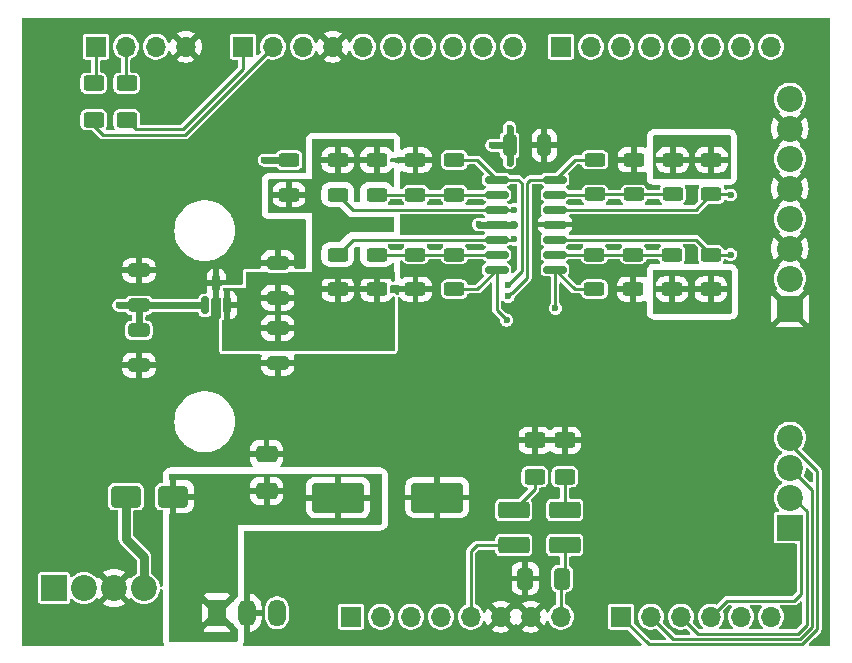
<source format=gtl>
G04 #@! TF.GenerationSoftware,KiCad,Pcbnew,8.0.4*
G04 #@! TF.CreationDate,2024-08-25T09:48:10+02:00*
G04 #@! TF.ProjectId,RTC-Messbruecke-from-template,5254432d-4d65-4737-9362-727565636b65,rev?*
G04 #@! TF.SameCoordinates,Original*
G04 #@! TF.FileFunction,Copper,L1,Top*
G04 #@! TF.FilePolarity,Positive*
%FSLAX46Y46*%
G04 Gerber Fmt 4.6, Leading zero omitted, Abs format (unit mm)*
G04 Created by KiCad (PCBNEW 8.0.4) date 2024-08-25 09:48:10*
%MOMM*%
%LPD*%
G01*
G04 APERTURE LIST*
G04 Aperture macros list*
%AMRoundRect*
0 Rectangle with rounded corners*
0 $1 Rounding radius*
0 $2 $3 $4 $5 $6 $7 $8 $9 X,Y pos of 4 corners*
0 Add a 4 corners polygon primitive as box body*
4,1,4,$2,$3,$4,$5,$6,$7,$8,$9,$2,$3,0*
0 Add four circle primitives for the rounded corners*
1,1,$1+$1,$2,$3*
1,1,$1+$1,$4,$5*
1,1,$1+$1,$6,$7*
1,1,$1+$1,$8,$9*
0 Add four rect primitives between the rounded corners*
20,1,$1+$1,$2,$3,$4,$5,0*
20,1,$1+$1,$4,$5,$6,$7,0*
20,1,$1+$1,$6,$7,$8,$9,0*
20,1,$1+$1,$8,$9,$2,$3,0*%
G04 Aperture macros list end*
G04 #@! TA.AperFunction,ComponentPad*
%ADD10R,1.700000X1.700000*%
G04 #@! TD*
G04 #@! TA.AperFunction,ComponentPad*
%ADD11O,1.700000X1.700000*%
G04 #@! TD*
G04 #@! TA.AperFunction,SMDPad,CuDef*
%ADD12RoundRect,0.250000X0.625000X-0.312500X0.625000X0.312500X-0.625000X0.312500X-0.625000X-0.312500X0*%
G04 #@! TD*
G04 #@! TA.AperFunction,SMDPad,CuDef*
%ADD13RoundRect,0.250000X-0.325000X-0.650000X0.325000X-0.650000X0.325000X0.650000X-0.325000X0.650000X0*%
G04 #@! TD*
G04 #@! TA.AperFunction,SMDPad,CuDef*
%ADD14RoundRect,0.250000X0.625000X-0.400000X0.625000X0.400000X-0.625000X0.400000X-0.625000X-0.400000X0*%
G04 #@! TD*
G04 #@! TA.AperFunction,SMDPad,CuDef*
%ADD15RoundRect,0.250001X-1.074999X0.462499X-1.074999X-0.462499X1.074999X-0.462499X1.074999X0.462499X0*%
G04 #@! TD*
G04 #@! TA.AperFunction,SMDPad,CuDef*
%ADD16RoundRect,0.250000X-0.625000X0.312500X-0.625000X-0.312500X0.625000X-0.312500X0.625000X0.312500X0*%
G04 #@! TD*
G04 #@! TA.AperFunction,SMDPad,CuDef*
%ADD17RoundRect,0.250000X-0.650000X0.325000X-0.650000X-0.325000X0.650000X-0.325000X0.650000X0.325000X0*%
G04 #@! TD*
G04 #@! TA.AperFunction,ComponentPad*
%ADD18R,2.200000X2.200000*%
G04 #@! TD*
G04 #@! TA.AperFunction,ComponentPad*
%ADD19C,2.200000*%
G04 #@! TD*
G04 #@! TA.AperFunction,SMDPad,CuDef*
%ADD20RoundRect,0.250000X1.000000X0.650000X-1.000000X0.650000X-1.000000X-0.650000X1.000000X-0.650000X0*%
G04 #@! TD*
G04 #@! TA.AperFunction,SMDPad,CuDef*
%ADD21RoundRect,0.150000X0.150000X-0.587500X0.150000X0.587500X-0.150000X0.587500X-0.150000X-0.587500X0*%
G04 #@! TD*
G04 #@! TA.AperFunction,SMDPad,CuDef*
%ADD22RoundRect,0.250000X0.650000X-0.325000X0.650000X0.325000X-0.650000X0.325000X-0.650000X-0.325000X0*%
G04 #@! TD*
G04 #@! TA.AperFunction,SMDPad,CuDef*
%ADD23RoundRect,0.250000X0.412500X0.650000X-0.412500X0.650000X-0.412500X-0.650000X0.412500X-0.650000X0*%
G04 #@! TD*
G04 #@! TA.AperFunction,SMDPad,CuDef*
%ADD24RoundRect,0.250000X0.650000X-0.412500X0.650000X0.412500X-0.650000X0.412500X-0.650000X-0.412500X0*%
G04 #@! TD*
G04 #@! TA.AperFunction,SMDPad,CuDef*
%ADD25RoundRect,0.150000X-0.825000X-0.150000X0.825000X-0.150000X0.825000X0.150000X-0.825000X0.150000X0*%
G04 #@! TD*
G04 #@! TA.AperFunction,ComponentPad*
%ADD26R,1.500000X2.300000*%
G04 #@! TD*
G04 #@! TA.AperFunction,ComponentPad*
%ADD27O,1.500000X2.300000*%
G04 #@! TD*
G04 #@! TA.AperFunction,SMDPad,CuDef*
%ADD28RoundRect,0.250000X-1.950000X-1.000000X1.950000X-1.000000X1.950000X1.000000X-1.950000X1.000000X0*%
G04 #@! TD*
G04 #@! TA.AperFunction,ViaPad*
%ADD29C,0.600000*%
G04 #@! TD*
G04 #@! TA.AperFunction,Conductor*
%ADD30C,0.600000*%
G04 #@! TD*
G04 #@! TA.AperFunction,Conductor*
%ADD31C,0.250000*%
G04 #@! TD*
G04 #@! TA.AperFunction,Conductor*
%ADD32C,0.750000*%
G04 #@! TD*
G04 APERTURE END LIST*
D10*
X127940000Y-97460000D03*
D11*
X130480000Y-97460000D03*
X133020000Y-97460000D03*
X135560000Y-97460000D03*
X138100000Y-97460000D03*
X140640000Y-97460000D03*
X143180000Y-97460000D03*
X145720000Y-97460000D03*
D10*
X150800000Y-97460000D03*
D11*
X153340000Y-97460000D03*
X155880000Y-97460000D03*
X158420000Y-97460000D03*
X160960000Y-97460000D03*
X163500000Y-97460000D03*
D10*
X118796000Y-49200000D03*
D11*
X121336000Y-49200000D03*
X123876000Y-49200000D03*
X126416000Y-49200000D03*
X128956000Y-49200000D03*
X131496000Y-49200000D03*
X134036000Y-49200000D03*
X136576000Y-49200000D03*
X139116000Y-49200000D03*
X141656000Y-49200000D03*
D10*
X145720000Y-49200000D03*
D11*
X148260000Y-49200000D03*
X150800000Y-49200000D03*
X153340000Y-49200000D03*
X155880000Y-49200000D03*
X158420000Y-49200000D03*
X160960000Y-49200000D03*
X163500000Y-49200000D03*
D12*
X133410000Y-61725000D03*
X133410000Y-58800000D03*
D10*
X106350000Y-49200000D03*
D11*
X108890000Y-49200000D03*
X111430000Y-49200000D03*
X113970000Y-49200000D03*
D13*
X141374999Y-57550000D03*
X144325001Y-57550000D03*
D12*
X148550000Y-69725000D03*
X148550000Y-66800000D03*
D14*
X146050000Y-85624000D03*
X146050000Y-82524000D03*
D15*
X146050000Y-88428500D03*
X146050000Y-91403500D03*
D14*
X143510000Y-85624000D03*
X143510000Y-82524000D03*
D16*
X130120000Y-58800000D03*
X130120000Y-61725000D03*
D17*
X121750000Y-73024999D03*
X121750000Y-75975001D03*
D18*
X165100000Y-71374001D03*
D19*
X165100000Y-68834001D03*
X165100000Y-66294002D03*
X165100000Y-63754001D03*
X165100000Y-61214001D03*
X165100000Y-58674001D03*
X165100000Y-56134001D03*
X165100000Y-53594000D03*
D14*
X106172000Y-55398000D03*
X106172000Y-52298000D03*
D18*
X102800000Y-95020000D03*
D19*
X105340000Y-95020000D03*
X107880000Y-95020000D03*
X110420000Y-95020000D03*
D12*
X151890000Y-61712500D03*
X151890000Y-58787500D03*
X155130000Y-69725000D03*
X155130000Y-66800000D03*
D16*
X158470000Y-58787500D03*
X158470000Y-61712500D03*
D20*
X112890000Y-87300000D03*
X108890000Y-87300000D03*
D21*
X115587500Y-71112500D03*
X117487500Y-71112500D03*
X116537500Y-69237499D03*
D12*
X130120000Y-69725000D03*
X130120000Y-66800000D03*
D16*
X136700000Y-58800000D03*
X136700000Y-61725000D03*
X155180000Y-58787500D03*
X155180000Y-61712500D03*
D12*
X136700000Y-69725000D03*
X136700000Y-66800000D03*
D17*
X110000000Y-73224999D03*
X110000000Y-76175001D03*
D15*
X141732000Y-88428500D03*
X141732000Y-91403500D03*
D22*
X121750000Y-70475001D03*
X121750000Y-67524999D03*
D12*
X158420000Y-69725000D03*
X158420000Y-66800000D03*
D16*
X151840000Y-66800000D03*
X151840000Y-69725000D03*
D23*
X145834500Y-94234000D03*
X142709500Y-94234000D03*
D24*
X120800000Y-86812500D03*
X120800000Y-83687500D03*
D18*
X165100000Y-89916000D03*
D19*
X165100000Y-87376000D03*
X165100000Y-84836001D03*
X165100000Y-82296000D03*
D16*
X148600000Y-58787500D03*
X148600000Y-61712500D03*
X133410000Y-66800000D03*
X133410000Y-69725000D03*
D25*
X140273000Y-60452000D03*
X140273000Y-61722000D03*
X140273000Y-62992000D03*
X140273000Y-64262000D03*
X140273000Y-65532000D03*
X140273000Y-66802000D03*
X140273000Y-68072000D03*
X145223000Y-68072000D03*
X145223000Y-66802000D03*
X145223000Y-65532000D03*
X145223000Y-64262000D03*
X145223000Y-62992000D03*
X145223000Y-61722000D03*
X145223000Y-60452000D03*
D26*
X116603000Y-97127500D03*
D27*
X119143000Y-97127500D03*
X121683000Y-97127500D03*
D14*
X108966000Y-55398000D03*
X108966000Y-52298000D03*
D12*
X126830000Y-69725000D03*
X126830000Y-66800000D03*
D16*
X126830000Y-58800000D03*
X126830000Y-61725000D03*
D22*
X110000000Y-71100000D03*
X110000000Y-68149998D03*
D28*
X126864000Y-87376000D03*
X135264000Y-87376000D03*
D16*
X122700000Y-58800000D03*
X122700000Y-61725000D03*
D29*
X120600000Y-58800000D03*
X141250003Y-69350000D03*
X141249999Y-70350002D03*
X145250000Y-71347464D03*
X141121631Y-72345833D03*
X111950000Y-71100000D03*
X138750000Y-64250000D03*
X141374999Y-56050000D03*
X141374999Y-59050000D03*
X139874999Y-57550000D03*
X112900000Y-71100000D03*
X141750000Y-64250000D03*
X108300000Y-71100000D03*
X160100000Y-61750000D03*
X160100000Y-66800000D03*
X141792000Y-62992000D03*
X141775000Y-65525000D03*
X128500000Y-60250000D03*
X156850000Y-59850000D03*
X156800000Y-68550000D03*
X128500000Y-68250000D03*
D30*
X120600000Y-58800000D02*
X122700000Y-58800000D01*
D31*
X138100000Y-91900000D02*
X138596500Y-91403500D01*
X138100000Y-97460000D02*
X138100000Y-91900000D01*
X138596500Y-91403500D02*
X141732000Y-91403500D01*
X167425000Y-85145746D02*
X167425000Y-98525000D01*
X165100000Y-82820746D02*
X167425000Y-85145746D01*
X166150200Y-99799800D02*
X153139800Y-99799800D01*
X136700000Y-58800000D02*
X138621000Y-58800000D01*
X141250003Y-69350000D02*
X142417000Y-68183003D01*
X142417000Y-68183003D02*
X142417000Y-60767000D01*
X165100000Y-82296000D02*
X165100000Y-82820746D01*
X142417000Y-60767000D02*
X142102000Y-60452000D01*
X142102000Y-60452000D02*
X140273000Y-60452000D01*
X138621000Y-58800000D02*
X140273000Y-60452000D01*
X167425000Y-98525000D02*
X166150200Y-99799800D01*
X153139800Y-99799800D02*
X150800000Y-97460000D01*
X141550308Y-70075000D02*
X142867000Y-68758308D01*
X148600000Y-58787500D02*
X146887500Y-58787500D01*
X143148000Y-60452000D02*
X145223000Y-60452000D01*
X142867000Y-68758308D02*
X142867000Y-60733000D01*
X165963804Y-99349800D02*
X155229800Y-99349800D01*
X141249999Y-70350002D02*
X141525001Y-70075000D01*
X141525001Y-70075000D02*
X141550308Y-70075000D01*
X146887500Y-58787500D02*
X145223000Y-60452000D01*
X166975000Y-98338604D02*
X165963804Y-99349800D01*
X155229800Y-99349800D02*
X153340000Y-97460000D01*
X165100000Y-84836001D02*
X166975000Y-86711001D01*
X166975000Y-86711001D02*
X166975000Y-98338604D01*
X142867000Y-60733000D02*
X143148000Y-60452000D01*
X145223000Y-71320464D02*
X145223000Y-68072000D01*
X165410000Y-87376000D02*
X166525000Y-88491000D01*
X166525000Y-88491000D02*
X166525000Y-98152208D01*
X165100000Y-87376000D02*
X165410000Y-87376000D01*
X157319800Y-98899800D02*
X155880000Y-97460000D01*
X166525000Y-98152208D02*
X165777408Y-98899800D01*
X165777408Y-98899800D02*
X157319800Y-98899800D01*
X145250000Y-71347464D02*
X145223000Y-71320464D01*
X146876000Y-69725000D02*
X145223000Y-68072000D01*
X148550000Y-69725000D02*
X146876000Y-69725000D01*
X159780000Y-96100000D02*
X158420000Y-97460000D01*
X165100000Y-89916000D02*
X166075000Y-90891000D01*
X165500000Y-96100000D02*
X159780000Y-96100000D01*
X166075000Y-90891000D02*
X166075000Y-95525000D01*
X141121631Y-72345833D02*
X140273000Y-71497202D01*
X140273000Y-71497202D02*
X140273000Y-68072000D01*
X166075000Y-95525000D02*
X165500000Y-96100000D01*
X138620000Y-69725000D02*
X140273000Y-68072000D01*
X136700000Y-69725000D02*
X138620000Y-69725000D01*
X113894000Y-56642000D02*
X121336000Y-49200000D01*
X106934000Y-56642000D02*
X113894000Y-56642000D01*
X106172000Y-55880000D02*
X106934000Y-56642000D01*
X106172000Y-55398000D02*
X106172000Y-55880000D01*
X109760000Y-56192000D02*
X113707604Y-56192000D01*
X113707604Y-56192000D02*
X118796000Y-51103604D01*
X118796000Y-51103604D02*
X118796000Y-49200000D01*
X108966000Y-55398000D02*
X109760000Y-56192000D01*
X143510000Y-85624000D02*
X143510000Y-86650500D01*
X143510000Y-86650500D02*
X141732000Y-88428500D01*
X146050000Y-85624000D02*
X146050000Y-88428500D01*
D30*
X110015000Y-71115000D02*
X110000000Y-71100000D01*
D31*
X145720000Y-94348500D02*
X145720000Y-97460000D01*
X146050000Y-94018500D02*
X145834500Y-94234000D01*
D30*
X112900000Y-71100000D02*
X115575000Y-71100000D01*
X110000000Y-71100000D02*
X108300000Y-71100000D01*
X138762000Y-64262000D02*
X138750000Y-64250000D01*
X141374999Y-57550000D02*
X139874999Y-57550000D01*
X110000000Y-71100000D02*
X110000000Y-73224999D01*
X141738000Y-64262000D02*
X141750000Y-64250000D01*
X140273000Y-64262000D02*
X141738000Y-64262000D01*
X110000000Y-71100000D02*
X111950000Y-71100000D01*
D31*
X146050000Y-91403500D02*
X146050000Y-94018500D01*
D30*
X115575000Y-71100000D02*
X115587500Y-71112500D01*
X111950000Y-71100000D02*
X112900000Y-71100000D01*
X140273000Y-64262000D02*
X138762000Y-64262000D01*
D31*
X145834500Y-94234000D02*
X145720000Y-94348500D01*
D30*
X141374999Y-57550000D02*
X141374999Y-59050000D01*
X141374999Y-57550000D02*
X141374999Y-56050000D01*
D32*
X108890000Y-90856000D02*
X108890000Y-87300000D01*
X110420000Y-92386000D02*
X108890000Y-90856000D01*
X110420000Y-95020000D02*
X110420000Y-92386000D01*
D31*
X106350000Y-52120000D02*
X106350000Y-49200000D01*
X106172000Y-52298000D02*
X106350000Y-52120000D01*
X108966000Y-52298000D02*
X108890000Y-52222000D01*
X108890000Y-52222000D02*
X108890000Y-49200000D01*
X158470000Y-61712500D02*
X160062500Y-61712500D01*
X160062500Y-61712500D02*
X160100000Y-61750000D01*
X157190500Y-62992000D02*
X158470000Y-61712500D01*
X145223000Y-62992000D02*
X157190500Y-62992000D01*
X157152000Y-65532000D02*
X158420000Y-66800000D01*
X145223000Y-65532000D02*
X157152000Y-65532000D01*
X158420000Y-66800000D02*
X160100000Y-66800000D01*
X128097000Y-62992000D02*
X140273000Y-62992000D01*
X126830000Y-61725000D02*
X128097000Y-62992000D01*
X141792000Y-62992000D02*
X140273000Y-62992000D01*
X141768000Y-65532000D02*
X141775000Y-65525000D01*
X140273000Y-65532000D02*
X141768000Y-65532000D01*
X126830000Y-66800000D02*
X128098000Y-65532000D01*
X128098000Y-65532000D02*
X140273000Y-65532000D01*
X136700000Y-61725000D02*
X140270000Y-61725000D01*
X130120000Y-61725000D02*
X133410000Y-61725000D01*
X140270000Y-61725000D02*
X140273000Y-61722000D01*
X133410000Y-61725000D02*
X136700000Y-61725000D01*
X130120000Y-66800000D02*
X133410000Y-66800000D01*
X136900000Y-66800000D02*
X136902000Y-66802000D01*
X136902000Y-66802000D02*
X140273000Y-66802000D01*
X133410000Y-66800000D02*
X136700000Y-66800000D01*
X136700000Y-66800000D02*
X136900000Y-66800000D01*
X145225000Y-66800000D02*
X145223000Y-66802000D01*
X148550000Y-66800000D02*
X145225000Y-66800000D01*
X151840000Y-66800000D02*
X148550000Y-66800000D01*
X155130000Y-66800000D02*
X151840000Y-66800000D01*
X148478000Y-61722000D02*
X145223000Y-61722000D01*
X155180000Y-61712500D02*
X151890000Y-61712500D01*
X151890000Y-61712500D02*
X148600000Y-61712500D01*
X148600000Y-61712500D02*
X148487500Y-61712500D01*
X148487500Y-61712500D02*
X148478000Y-61722000D01*
G04 #@! TA.AperFunction,Conductor*
G36*
X160142121Y-68120002D02*
G01*
X160188614Y-68173658D01*
X160200000Y-68226000D01*
X160200000Y-71674000D01*
X160179998Y-71742121D01*
X160126342Y-71788614D01*
X160074000Y-71800000D01*
X153611209Y-71800000D01*
X153543088Y-71779998D01*
X153496595Y-71726342D01*
X153485209Y-71674000D01*
X153485209Y-70088016D01*
X153747000Y-70088016D01*
X153757605Y-70191818D01*
X153757606Y-70191821D01*
X153813342Y-70360025D01*
X153906365Y-70510839D01*
X153906370Y-70510845D01*
X154031654Y-70636129D01*
X154031660Y-70636134D01*
X154182474Y-70729157D01*
X154350678Y-70784893D01*
X154350681Y-70784894D01*
X154454483Y-70795499D01*
X154454483Y-70795500D01*
X154876000Y-70795500D01*
X155384000Y-70795500D01*
X155805517Y-70795500D01*
X155805516Y-70795499D01*
X155909318Y-70784894D01*
X155909321Y-70784893D01*
X156077525Y-70729157D01*
X156228339Y-70636134D01*
X156228345Y-70636129D01*
X156353629Y-70510845D01*
X156353634Y-70510839D01*
X156446657Y-70360025D01*
X156502393Y-70191821D01*
X156502394Y-70191818D01*
X156512999Y-70088016D01*
X156513000Y-70088016D01*
X157037000Y-70088016D01*
X157047605Y-70191818D01*
X157047606Y-70191821D01*
X157103342Y-70360025D01*
X157196365Y-70510839D01*
X157196370Y-70510845D01*
X157321654Y-70636129D01*
X157321660Y-70636134D01*
X157472474Y-70729157D01*
X157640678Y-70784893D01*
X157640681Y-70784894D01*
X157744483Y-70795499D01*
X157744483Y-70795500D01*
X158166000Y-70795500D01*
X158674000Y-70795500D01*
X159095517Y-70795500D01*
X159095516Y-70795499D01*
X159199318Y-70784894D01*
X159199321Y-70784893D01*
X159367525Y-70729157D01*
X159518339Y-70636134D01*
X159518345Y-70636129D01*
X159643629Y-70510845D01*
X159643634Y-70510839D01*
X159736657Y-70360025D01*
X159792393Y-70191821D01*
X159792394Y-70191818D01*
X159802999Y-70088016D01*
X159803000Y-70088016D01*
X159803000Y-69979000D01*
X158674000Y-69979000D01*
X158674000Y-70795500D01*
X158166000Y-70795500D01*
X158166000Y-69979000D01*
X157037000Y-69979000D01*
X157037000Y-70088016D01*
X156513000Y-70088016D01*
X156513000Y-69979000D01*
X155384000Y-69979000D01*
X155384000Y-70795500D01*
X154876000Y-70795500D01*
X154876000Y-69979000D01*
X153747000Y-69979000D01*
X153747000Y-70088016D01*
X153485209Y-70088016D01*
X153485209Y-69361983D01*
X153747000Y-69361983D01*
X153747000Y-69471000D01*
X154876000Y-69471000D01*
X155384000Y-69471000D01*
X156513000Y-69471000D01*
X156513000Y-69361983D01*
X157037000Y-69361983D01*
X157037000Y-69471000D01*
X158166000Y-69471000D01*
X158674000Y-69471000D01*
X159803000Y-69471000D01*
X159803000Y-69361983D01*
X159792394Y-69258181D01*
X159792393Y-69258178D01*
X159736657Y-69089974D01*
X159643634Y-68939160D01*
X159643629Y-68939154D01*
X159518345Y-68813870D01*
X159518339Y-68813865D01*
X159367525Y-68720842D01*
X159199321Y-68665106D01*
X159199318Y-68665105D01*
X159095516Y-68654500D01*
X158674000Y-68654500D01*
X158674000Y-69471000D01*
X158166000Y-69471000D01*
X158166000Y-68654500D01*
X157744483Y-68654500D01*
X157640681Y-68665105D01*
X157640678Y-68665106D01*
X157472474Y-68720842D01*
X157321660Y-68813865D01*
X157321654Y-68813870D01*
X157196370Y-68939154D01*
X157196365Y-68939160D01*
X157103342Y-69089974D01*
X157047606Y-69258178D01*
X157047605Y-69258181D01*
X157037000Y-69361983D01*
X156513000Y-69361983D01*
X156502394Y-69258181D01*
X156502393Y-69258178D01*
X156446657Y-69089974D01*
X156353634Y-68939160D01*
X156353629Y-68939154D01*
X156228345Y-68813870D01*
X156228339Y-68813865D01*
X156077525Y-68720842D01*
X155909321Y-68665106D01*
X155909318Y-68665105D01*
X155805516Y-68654500D01*
X155384000Y-68654500D01*
X155384000Y-69471000D01*
X154876000Y-69471000D01*
X154876000Y-68654500D01*
X154454483Y-68654500D01*
X154350681Y-68665105D01*
X154350678Y-68665106D01*
X154182474Y-68720842D01*
X154031660Y-68813865D01*
X154031654Y-68813870D01*
X153906370Y-68939154D01*
X153906365Y-68939160D01*
X153813342Y-69089974D01*
X153757606Y-69258178D01*
X153757605Y-69258181D01*
X153747000Y-69361983D01*
X153485209Y-69361983D01*
X153485209Y-68226000D01*
X153505211Y-68157879D01*
X153558867Y-68111386D01*
X153611209Y-68100000D01*
X160074000Y-68100000D01*
X160142121Y-68120002D01*
G37*
G04 #@! TD.AperFunction*
G04 #@! TA.AperFunction,Conductor*
G36*
X131556912Y-57020002D02*
G01*
X131603405Y-57073658D01*
X131614791Y-57126000D01*
X131614791Y-58009484D01*
X131594789Y-58077605D01*
X131541133Y-58124098D01*
X131470859Y-58134202D01*
X131406279Y-58104708D01*
X131381550Y-58075631D01*
X131343634Y-58014160D01*
X131343629Y-58014154D01*
X131218345Y-57888870D01*
X131218339Y-57888865D01*
X131067525Y-57795842D01*
X130899321Y-57740106D01*
X130899318Y-57740105D01*
X130795516Y-57729500D01*
X130374000Y-57729500D01*
X130374000Y-59870500D01*
X130795517Y-59870500D01*
X130795516Y-59870499D01*
X130899318Y-59859894D01*
X130899321Y-59859893D01*
X131067525Y-59804157D01*
X131218339Y-59711134D01*
X131218345Y-59711129D01*
X131343629Y-59585845D01*
X131343634Y-59585839D01*
X131381550Y-59524368D01*
X131434336Y-59476890D01*
X131504410Y-59465487D01*
X131569526Y-59493779D01*
X131609009Y-59552784D01*
X131614791Y-59590515D01*
X131614791Y-60933530D01*
X131594789Y-61001651D01*
X131541133Y-61048144D01*
X131470859Y-61058248D01*
X131406279Y-61028754D01*
X131381551Y-60999678D01*
X131344031Y-60938849D01*
X131344024Y-60938841D01*
X131218658Y-60813475D01*
X131218652Y-60813470D01*
X131067738Y-60720385D01*
X130983582Y-60692499D01*
X130899427Y-60664613D01*
X130899420Y-60664612D01*
X130795553Y-60654000D01*
X129444455Y-60654000D01*
X129340574Y-60664612D01*
X129172261Y-60720385D01*
X129021347Y-60813470D01*
X129021341Y-60813475D01*
X128895975Y-60938841D01*
X128895970Y-60938847D01*
X128802885Y-61089762D01*
X128747113Y-61258072D01*
X128747112Y-61258079D01*
X128736500Y-61361946D01*
X128736500Y-62088044D01*
X128747113Y-62191927D01*
X128747113Y-62191931D01*
X128747424Y-62192867D01*
X128747445Y-62193478D01*
X128748553Y-62198654D01*
X128747629Y-62198851D01*
X128749865Y-62263821D01*
X128713557Y-62324832D01*
X128650028Y-62356527D01*
X128627820Y-62358500D01*
X128411595Y-62358500D01*
X128343474Y-62338498D01*
X128322500Y-62321595D01*
X128244292Y-62243387D01*
X128210266Y-62181075D01*
X128208040Y-62141486D01*
X128213500Y-62088045D01*
X128213499Y-61361956D01*
X128202887Y-61258074D01*
X128147115Y-61089762D01*
X128054030Y-60938848D01*
X128054029Y-60938847D01*
X128054024Y-60938841D01*
X127928658Y-60813475D01*
X127928652Y-60813470D01*
X127777738Y-60720385D01*
X127693582Y-60692499D01*
X127609427Y-60664613D01*
X127609420Y-60664612D01*
X127505553Y-60654000D01*
X126154455Y-60654000D01*
X126050574Y-60664612D01*
X125882261Y-60720385D01*
X125731347Y-60813470D01*
X125731341Y-60813475D01*
X125605975Y-60938841D01*
X125605970Y-60938847D01*
X125512885Y-61089762D01*
X125457113Y-61258072D01*
X125457112Y-61258079D01*
X125446500Y-61361946D01*
X125446500Y-62088044D01*
X125457112Y-62191925D01*
X125512885Y-62360238D01*
X125605970Y-62511152D01*
X125605975Y-62511158D01*
X125731341Y-62636524D01*
X125731347Y-62636529D01*
X125731348Y-62636530D01*
X125882262Y-62729615D01*
X126050574Y-62785387D01*
X126154455Y-62796000D01*
X126952904Y-62795999D01*
X127021025Y-62816001D01*
X127041999Y-62832904D01*
X127693167Y-63484072D01*
X127796925Y-63553401D01*
X127878447Y-63587168D01*
X127912215Y-63601155D01*
X128034606Y-63625500D01*
X128034607Y-63625500D01*
X131488791Y-63625500D01*
X131556912Y-63645502D01*
X131603405Y-63699158D01*
X131614791Y-63751500D01*
X131614791Y-64772500D01*
X131594789Y-64840621D01*
X131541133Y-64887114D01*
X131488791Y-64898500D01*
X128035603Y-64898500D01*
X127913214Y-64922845D01*
X127913209Y-64922847D01*
X127797924Y-64970599D01*
X127694171Y-65039925D01*
X127694169Y-65039926D01*
X127041999Y-65692096D01*
X126979687Y-65726121D01*
X126952904Y-65729000D01*
X126154455Y-65729000D01*
X126050574Y-65739612D01*
X125882261Y-65795385D01*
X125731347Y-65888470D01*
X125731341Y-65888475D01*
X125605975Y-66013841D01*
X125605970Y-66013847D01*
X125512885Y-66164762D01*
X125457113Y-66333072D01*
X125457112Y-66333079D01*
X125446500Y-66436946D01*
X125446500Y-67163044D01*
X125457112Y-67266925D01*
X125512885Y-67435238D01*
X125605970Y-67586152D01*
X125605975Y-67586158D01*
X125731341Y-67711524D01*
X125731347Y-67711529D01*
X125731348Y-67711530D01*
X125882262Y-67804615D01*
X126050574Y-67860387D01*
X126154455Y-67871000D01*
X127505544Y-67870999D01*
X127609426Y-67860387D01*
X127777738Y-67804615D01*
X127928652Y-67711530D01*
X128054030Y-67586152D01*
X128147115Y-67435238D01*
X128202887Y-67266926D01*
X128213500Y-67163045D01*
X128213499Y-66436956D01*
X128208039Y-66383511D01*
X128221015Y-66313712D01*
X128244289Y-66281614D01*
X128323502Y-66202403D01*
X128385814Y-66168379D01*
X128412596Y-66165500D01*
X128628152Y-66165500D01*
X128696273Y-66185502D01*
X128742766Y-66239158D01*
X128752870Y-66309432D01*
X128747759Y-66331123D01*
X128747369Y-66332299D01*
X128747112Y-66333076D01*
X128736500Y-66436946D01*
X128736500Y-67163044D01*
X128747112Y-67266925D01*
X128802885Y-67435238D01*
X128895970Y-67586152D01*
X128895975Y-67586158D01*
X129021341Y-67711524D01*
X129021347Y-67711529D01*
X129021348Y-67711530D01*
X129172262Y-67804615D01*
X129340574Y-67860387D01*
X129444455Y-67871000D01*
X130795544Y-67870999D01*
X130899426Y-67860387D01*
X131067738Y-67804615D01*
X131218652Y-67711530D01*
X131344030Y-67586152D01*
X131381551Y-67525321D01*
X131434336Y-67477844D01*
X131504411Y-67466441D01*
X131569527Y-67494733D01*
X131609009Y-67553739D01*
X131614791Y-67591469D01*
X131614791Y-68900000D01*
X124650000Y-68900000D01*
X124650000Y-59163016D01*
X125447000Y-59163016D01*
X125457605Y-59266818D01*
X125457606Y-59266821D01*
X125513342Y-59435025D01*
X125606365Y-59585839D01*
X125606370Y-59585845D01*
X125731654Y-59711129D01*
X125731660Y-59711134D01*
X125882474Y-59804157D01*
X126050678Y-59859893D01*
X126050681Y-59859894D01*
X126154483Y-59870499D01*
X126154483Y-59870500D01*
X126576000Y-59870500D01*
X127084000Y-59870500D01*
X127505517Y-59870500D01*
X127505516Y-59870499D01*
X127609318Y-59859894D01*
X127609321Y-59859893D01*
X127777525Y-59804157D01*
X127928339Y-59711134D01*
X127928345Y-59711129D01*
X128053629Y-59585845D01*
X128053634Y-59585839D01*
X128146657Y-59435025D01*
X128202393Y-59266821D01*
X128202394Y-59266818D01*
X128212999Y-59163016D01*
X128213000Y-59163016D01*
X128737000Y-59163016D01*
X128747605Y-59266818D01*
X128747606Y-59266821D01*
X128803342Y-59435025D01*
X128896365Y-59585839D01*
X128896370Y-59585845D01*
X129021654Y-59711129D01*
X129021660Y-59711134D01*
X129172474Y-59804157D01*
X129340678Y-59859893D01*
X129340681Y-59859894D01*
X129444483Y-59870499D01*
X129444483Y-59870500D01*
X129866000Y-59870500D01*
X129866000Y-59054000D01*
X128737000Y-59054000D01*
X128737000Y-59163016D01*
X128213000Y-59163016D01*
X128213000Y-59054000D01*
X127084000Y-59054000D01*
X127084000Y-59870500D01*
X126576000Y-59870500D01*
X126576000Y-59054000D01*
X125447000Y-59054000D01*
X125447000Y-59163016D01*
X124650000Y-59163016D01*
X124650000Y-58436983D01*
X125447000Y-58436983D01*
X125447000Y-58546000D01*
X126576000Y-58546000D01*
X127084000Y-58546000D01*
X128213000Y-58546000D01*
X128213000Y-58436983D01*
X128737000Y-58436983D01*
X128737000Y-58546000D01*
X129866000Y-58546000D01*
X129866000Y-57729500D01*
X129444483Y-57729500D01*
X129340681Y-57740105D01*
X129340678Y-57740106D01*
X129172474Y-57795842D01*
X129021660Y-57888865D01*
X129021654Y-57888870D01*
X128896370Y-58014154D01*
X128896365Y-58014160D01*
X128803342Y-58164974D01*
X128747606Y-58333178D01*
X128747605Y-58333181D01*
X128737000Y-58436983D01*
X128213000Y-58436983D01*
X128202394Y-58333181D01*
X128202393Y-58333178D01*
X128146657Y-58164974D01*
X128053634Y-58014160D01*
X128053629Y-58014154D01*
X127928345Y-57888870D01*
X127928339Y-57888865D01*
X127777525Y-57795842D01*
X127609321Y-57740106D01*
X127609318Y-57740105D01*
X127505516Y-57729500D01*
X127084000Y-57729500D01*
X127084000Y-58546000D01*
X126576000Y-58546000D01*
X126576000Y-57729500D01*
X126154483Y-57729500D01*
X126050681Y-57740105D01*
X126050678Y-57740106D01*
X125882474Y-57795842D01*
X125731660Y-57888865D01*
X125731654Y-57888870D01*
X125606370Y-58014154D01*
X125606365Y-58014160D01*
X125513342Y-58164974D01*
X125457606Y-58333178D01*
X125457605Y-58333181D01*
X125447000Y-58436983D01*
X124650000Y-58436983D01*
X124650000Y-57126000D01*
X124670002Y-57057879D01*
X124723658Y-57011386D01*
X124776000Y-57000000D01*
X131488791Y-57000000D01*
X131556912Y-57020002D01*
G37*
G04 #@! TD.AperFunction*
G04 #@! TA.AperFunction,Conductor*
G36*
X168447339Y-46754985D02*
G01*
X168493094Y-46807789D01*
X168504300Y-46859300D01*
X168504300Y-99800300D01*
X168484615Y-99867339D01*
X168431811Y-99913094D01*
X168380300Y-99924300D01*
X166856099Y-99924300D01*
X166789060Y-99904615D01*
X166743305Y-99851811D01*
X166733361Y-99782653D01*
X166762386Y-99719097D01*
X166768418Y-99712619D01*
X167207095Y-99273942D01*
X167725474Y-98755563D01*
X167725475Y-98755562D01*
X167774910Y-98669938D01*
X167784647Y-98633599D01*
X167793832Y-98599324D01*
X167800499Y-98574440D01*
X167800500Y-98574434D01*
X167800500Y-85096312D01*
X167800500Y-85096311D01*
X167800500Y-85096310D01*
X167774911Y-85000809D01*
X167725475Y-84915184D01*
X166145472Y-83335181D01*
X166111987Y-83273858D01*
X166116971Y-83204166D01*
X166135690Y-83172046D01*
X166135389Y-83171836D01*
X166137916Y-83168226D01*
X166138179Y-83167776D01*
X166138481Y-83167414D01*
X166138495Y-83167401D01*
X166274035Y-82973830D01*
X166373903Y-82759663D01*
X166435063Y-82531408D01*
X166455659Y-82296000D01*
X166435063Y-82060592D01*
X166373903Y-81832337D01*
X166274035Y-81618171D01*
X166228367Y-81552949D01*
X166138494Y-81424597D01*
X165971402Y-81257506D01*
X165971395Y-81257501D01*
X165966209Y-81253870D01*
X165932521Y-81230281D01*
X165777834Y-81121967D01*
X165777830Y-81121965D01*
X165777828Y-81121964D01*
X165563663Y-81022097D01*
X165563659Y-81022096D01*
X165563655Y-81022094D01*
X165335413Y-80960938D01*
X165335403Y-80960936D01*
X165100001Y-80940341D01*
X165099999Y-80940341D01*
X164864596Y-80960936D01*
X164864586Y-80960938D01*
X164636344Y-81022094D01*
X164636335Y-81022098D01*
X164422171Y-81121964D01*
X164422169Y-81121965D01*
X164228597Y-81257505D01*
X164061505Y-81424597D01*
X163925965Y-81618169D01*
X163925964Y-81618171D01*
X163826098Y-81832335D01*
X163826094Y-81832344D01*
X163764938Y-82060586D01*
X163764936Y-82060596D01*
X163744341Y-82295999D01*
X163744341Y-82296000D01*
X163764936Y-82531403D01*
X163764938Y-82531413D01*
X163826094Y-82759655D01*
X163826096Y-82759659D01*
X163826097Y-82759663D01*
X163909434Y-82938380D01*
X163925965Y-82973830D01*
X163925967Y-82973834D01*
X163997988Y-83076690D01*
X164061501Y-83167396D01*
X164061506Y-83167402D01*
X164228597Y-83334493D01*
X164228603Y-83334498D01*
X164414158Y-83464425D01*
X164457783Y-83519002D01*
X164464977Y-83588500D01*
X164433454Y-83650855D01*
X164414159Y-83667575D01*
X164228594Y-83797509D01*
X164061505Y-83964598D01*
X163925965Y-84158170D01*
X163925964Y-84158172D01*
X163826098Y-84372336D01*
X163826094Y-84372345D01*
X163764938Y-84600587D01*
X163764936Y-84600597D01*
X163744341Y-84836000D01*
X163744341Y-84836001D01*
X163764936Y-85071404D01*
X163764938Y-85071414D01*
X163826094Y-85299656D01*
X163826096Y-85299660D01*
X163826097Y-85299664D01*
X163905525Y-85469997D01*
X163925965Y-85513831D01*
X163925967Y-85513835D01*
X164034281Y-85668522D01*
X164050470Y-85691643D01*
X164061501Y-85707396D01*
X164061506Y-85707403D01*
X164228597Y-85874494D01*
X164228603Y-85874499D01*
X164414157Y-86004425D01*
X164457782Y-86059002D01*
X164464976Y-86128500D01*
X164433453Y-86190855D01*
X164414158Y-86207575D01*
X164228594Y-86337508D01*
X164061505Y-86504597D01*
X163925965Y-86698169D01*
X163925964Y-86698171D01*
X163826098Y-86912335D01*
X163826094Y-86912344D01*
X163764938Y-87140586D01*
X163764936Y-87140596D01*
X163744341Y-87375999D01*
X163744341Y-87376000D01*
X163764936Y-87611403D01*
X163764938Y-87611413D01*
X163826094Y-87839655D01*
X163826096Y-87839659D01*
X163826097Y-87839663D01*
X163916934Y-88034463D01*
X163925965Y-88053830D01*
X163925967Y-88053834D01*
X164061501Y-88247395D01*
X164061506Y-88247402D01*
X164167923Y-88353819D01*
X164201408Y-88415142D01*
X164196424Y-88484834D01*
X164154552Y-88540767D01*
X164089088Y-88565184D01*
X164080242Y-88565500D01*
X163975323Y-88565500D01*
X163902264Y-88580032D01*
X163902260Y-88580033D01*
X163819399Y-88635399D01*
X163764033Y-88718260D01*
X163764032Y-88718264D01*
X163749500Y-88791321D01*
X163749500Y-91040678D01*
X163764032Y-91113735D01*
X163764033Y-91113739D01*
X163764034Y-91113740D01*
X163819399Y-91196601D01*
X163902260Y-91251966D01*
X163902264Y-91251967D01*
X163975321Y-91266499D01*
X163975324Y-91266500D01*
X163975326Y-91266500D01*
X165575500Y-91266500D01*
X165642539Y-91286185D01*
X165688294Y-91338989D01*
X165699500Y-91390500D01*
X165699500Y-95318100D01*
X165679815Y-95385139D01*
X165663181Y-95405781D01*
X165380782Y-95688181D01*
X165319459Y-95721666D01*
X165293101Y-95724500D01*
X159730558Y-95724500D01*
X159712299Y-95729392D01*
X159712300Y-95729393D01*
X159635066Y-95750088D01*
X159635059Y-95750091D01*
X159549436Y-95799526D01*
X159549437Y-95799526D01*
X158945028Y-96403933D01*
X158883705Y-96437418D01*
X158814013Y-96432434D01*
X158812554Y-96431879D01*
X158722461Y-96396977D01*
X158722456Y-96396976D01*
X158521976Y-96359500D01*
X158318024Y-96359500D01*
X158117544Y-96396976D01*
X158117541Y-96396976D01*
X158117541Y-96396977D01*
X157927364Y-96470651D01*
X157927357Y-96470655D01*
X157753960Y-96578017D01*
X157753958Y-96578019D01*
X157603237Y-96715418D01*
X157480327Y-96878178D01*
X157389422Y-97060739D01*
X157389417Y-97060752D01*
X157333602Y-97256917D01*
X157314785Y-97459999D01*
X157314785Y-97460000D01*
X157333602Y-97663082D01*
X157389417Y-97859247D01*
X157389422Y-97859260D01*
X157480327Y-98041821D01*
X157603237Y-98204581D01*
X157717410Y-98308663D01*
X157753692Y-98368374D01*
X157751931Y-98438222D01*
X157712688Y-98496029D01*
X157648421Y-98523444D01*
X157633872Y-98524300D01*
X157526700Y-98524300D01*
X157459661Y-98504615D01*
X157439019Y-98487981D01*
X157195875Y-98244837D01*
X156939708Y-97988671D01*
X156906224Y-97927349D01*
X156910666Y-97865234D01*
X156909013Y-97864764D01*
X156910583Y-97859247D01*
X156966397Y-97663083D01*
X156985215Y-97460000D01*
X156979115Y-97394174D01*
X156966397Y-97256917D01*
X156910582Y-97060750D01*
X156910159Y-97059901D01*
X156846137Y-96931326D01*
X156819673Y-96878179D01*
X156747360Y-96782421D01*
X156696762Y-96715418D01*
X156546041Y-96578019D01*
X156546039Y-96578017D01*
X156372642Y-96470655D01*
X156372639Y-96470653D01*
X156372637Y-96470652D01*
X156372636Y-96470651D01*
X156372635Y-96470651D01*
X156255499Y-96425273D01*
X156182456Y-96396976D01*
X155981976Y-96359500D01*
X155778024Y-96359500D01*
X155577544Y-96396976D01*
X155577541Y-96396976D01*
X155577541Y-96396977D01*
X155387364Y-96470651D01*
X155387357Y-96470655D01*
X155213960Y-96578017D01*
X155213958Y-96578019D01*
X155063237Y-96715418D01*
X154940327Y-96878178D01*
X154849422Y-97060739D01*
X154849417Y-97060752D01*
X154793602Y-97256917D01*
X154774785Y-97459999D01*
X154774785Y-97460000D01*
X154793602Y-97663082D01*
X154849417Y-97859247D01*
X154849422Y-97859260D01*
X154940327Y-98041821D01*
X155063237Y-98204581D01*
X155177411Y-98308663D01*
X155213783Y-98341821D01*
X155213958Y-98341980D01*
X155213960Y-98341982D01*
X155299851Y-98395163D01*
X155387363Y-98449348D01*
X155577544Y-98523024D01*
X155778024Y-98560500D01*
X155778026Y-98560500D01*
X155981974Y-98560500D01*
X155981976Y-98560500D01*
X156182456Y-98523024D01*
X156272556Y-98488118D01*
X156342174Y-98482256D01*
X156403914Y-98514965D01*
X156405027Y-98516064D01*
X156651581Y-98762619D01*
X156685066Y-98823942D01*
X156680082Y-98893634D01*
X156638210Y-98949567D01*
X156572746Y-98973984D01*
X156563900Y-98974300D01*
X155436700Y-98974300D01*
X155369661Y-98954615D01*
X155349019Y-98937981D01*
X154879770Y-98468732D01*
X154399708Y-97988671D01*
X154366224Y-97927349D01*
X154370666Y-97865234D01*
X154369013Y-97864764D01*
X154370583Y-97859247D01*
X154426397Y-97663083D01*
X154445215Y-97460000D01*
X154439115Y-97394174D01*
X154426397Y-97256917D01*
X154370582Y-97060750D01*
X154370159Y-97059901D01*
X154306137Y-96931326D01*
X154279673Y-96878179D01*
X154207360Y-96782421D01*
X154156762Y-96715418D01*
X154006041Y-96578019D01*
X154006039Y-96578017D01*
X153832642Y-96470655D01*
X153832639Y-96470653D01*
X153832637Y-96470652D01*
X153832636Y-96470651D01*
X153832635Y-96470651D01*
X153715499Y-96425273D01*
X153642456Y-96396976D01*
X153441976Y-96359500D01*
X153238024Y-96359500D01*
X153037544Y-96396976D01*
X153037541Y-96396976D01*
X153037541Y-96396977D01*
X152847364Y-96470651D01*
X152847357Y-96470655D01*
X152673960Y-96578017D01*
X152673958Y-96578019D01*
X152523237Y-96715418D01*
X152400327Y-96878178D01*
X152309422Y-97060739D01*
X152309417Y-97060752D01*
X152253602Y-97256917D01*
X152234785Y-97459999D01*
X152234785Y-97460000D01*
X152253602Y-97663082D01*
X152309417Y-97859247D01*
X152309422Y-97859260D01*
X152400327Y-98041821D01*
X152523237Y-98204581D01*
X152637411Y-98308663D01*
X152673783Y-98341821D01*
X152673958Y-98341980D01*
X152673960Y-98341982D01*
X152759851Y-98395163D01*
X152847363Y-98449348D01*
X153037544Y-98523024D01*
X153238024Y-98560500D01*
X153238026Y-98560500D01*
X153441974Y-98560500D01*
X153441976Y-98560500D01*
X153642456Y-98523024D01*
X153732556Y-98488118D01*
X153802174Y-98482256D01*
X153863914Y-98514965D01*
X153865027Y-98516064D01*
X154561581Y-99212619D01*
X154595066Y-99273942D01*
X154590082Y-99343634D01*
X154548210Y-99399567D01*
X154482746Y-99423984D01*
X154473900Y-99424300D01*
X153346699Y-99424300D01*
X153279660Y-99404615D01*
X153259018Y-99387981D01*
X151936819Y-98065782D01*
X151903334Y-98004459D01*
X151900500Y-97978101D01*
X151900500Y-96585323D01*
X151900499Y-96585321D01*
X151885967Y-96512264D01*
X151885966Y-96512260D01*
X151874557Y-96495185D01*
X151830601Y-96429399D01*
X151747740Y-96374034D01*
X151747739Y-96374033D01*
X151747735Y-96374032D01*
X151674677Y-96359500D01*
X151674674Y-96359500D01*
X149925326Y-96359500D01*
X149925323Y-96359500D01*
X149852264Y-96374032D01*
X149852260Y-96374033D01*
X149769399Y-96429399D01*
X149714033Y-96512260D01*
X149714032Y-96512264D01*
X149699500Y-96585321D01*
X149699500Y-98334678D01*
X149714032Y-98407735D01*
X149714033Y-98407739D01*
X149714034Y-98407740D01*
X149769399Y-98490601D01*
X149825372Y-98528000D01*
X149852260Y-98545966D01*
X149852264Y-98545967D01*
X149925321Y-98560499D01*
X149925324Y-98560500D01*
X149925326Y-98560500D01*
X151318101Y-98560500D01*
X151385140Y-98580185D01*
X151405782Y-98596819D01*
X152521582Y-99712619D01*
X152555067Y-99773942D01*
X152550083Y-99843634D01*
X152508211Y-99899567D01*
X152442747Y-99923984D01*
X152433901Y-99924300D01*
X118906564Y-99924300D01*
X118839525Y-99904615D01*
X118793770Y-99851811D01*
X118783826Y-99782653D01*
X118793770Y-99748788D01*
X118800861Y-99733261D01*
X118836698Y-99654790D01*
X118856700Y-99586669D01*
X118877500Y-99442000D01*
X118877500Y-98823888D01*
X118893000Y-98771101D01*
X118893000Y-97560512D01*
X118950007Y-97593425D01*
X119077174Y-97627500D01*
X119208826Y-97627500D01*
X119335993Y-97593425D01*
X119393000Y-97560512D01*
X119393000Y-98753483D01*
X119435716Y-98746718D01*
X119622837Y-98685918D01*
X119798143Y-98596595D01*
X119957321Y-98480944D01*
X120096444Y-98341821D01*
X120212095Y-98182643D01*
X120301418Y-98007335D01*
X120362221Y-97820205D01*
X120392974Y-97626043D01*
X120682499Y-97626043D01*
X120720947Y-97819329D01*
X120720950Y-97819339D01*
X120796364Y-98001407D01*
X120796371Y-98001420D01*
X120905860Y-98165281D01*
X120905863Y-98165285D01*
X121045214Y-98304636D01*
X121045218Y-98304639D01*
X121209079Y-98414128D01*
X121209092Y-98414135D01*
X121387708Y-98488119D01*
X121391165Y-98489551D01*
X121391169Y-98489551D01*
X121391170Y-98489552D01*
X121584456Y-98528000D01*
X121584459Y-98528000D01*
X121781543Y-98528000D01*
X121942268Y-98496029D01*
X121974835Y-98489551D01*
X122156914Y-98414132D01*
X122320782Y-98304639D01*
X122460139Y-98165282D01*
X122569632Y-98001414D01*
X122579289Y-97978101D01*
X122622247Y-97874389D01*
X122645051Y-97819335D01*
X122660126Y-97743550D01*
X122683500Y-97626043D01*
X122683500Y-96628956D01*
X122674820Y-96585321D01*
X126839500Y-96585321D01*
X126839500Y-98334678D01*
X126854032Y-98407735D01*
X126854033Y-98407739D01*
X126854034Y-98407740D01*
X126909399Y-98490601D01*
X126965372Y-98528000D01*
X126992260Y-98545966D01*
X126992264Y-98545967D01*
X127065321Y-98560499D01*
X127065324Y-98560500D01*
X127065326Y-98560500D01*
X128814676Y-98560500D01*
X128814677Y-98560499D01*
X128887740Y-98545966D01*
X128970601Y-98490601D01*
X129025966Y-98407740D01*
X129040500Y-98334674D01*
X129040500Y-97459999D01*
X129374785Y-97459999D01*
X129374785Y-97460000D01*
X129393602Y-97663082D01*
X129449417Y-97859247D01*
X129449422Y-97859260D01*
X129540327Y-98041821D01*
X129663237Y-98204581D01*
X129777411Y-98308663D01*
X129813783Y-98341821D01*
X129813958Y-98341980D01*
X129813960Y-98341982D01*
X129899851Y-98395163D01*
X129987363Y-98449348D01*
X130177544Y-98523024D01*
X130378024Y-98560500D01*
X130378026Y-98560500D01*
X130581974Y-98560500D01*
X130581976Y-98560500D01*
X130782456Y-98523024D01*
X130972637Y-98449348D01*
X131146041Y-98341981D01*
X131296764Y-98204579D01*
X131419673Y-98041821D01*
X131510582Y-97859250D01*
X131566397Y-97663083D01*
X131585215Y-97460000D01*
X131585215Y-97459999D01*
X131914785Y-97459999D01*
X131914785Y-97460000D01*
X131933602Y-97663082D01*
X131989417Y-97859247D01*
X131989422Y-97859260D01*
X132080327Y-98041821D01*
X132203237Y-98204581D01*
X132317411Y-98308663D01*
X132353783Y-98341821D01*
X132353958Y-98341980D01*
X132353960Y-98341982D01*
X132439851Y-98395163D01*
X132527363Y-98449348D01*
X132717544Y-98523024D01*
X132918024Y-98560500D01*
X132918026Y-98560500D01*
X133121974Y-98560500D01*
X133121976Y-98560500D01*
X133322456Y-98523024D01*
X133512637Y-98449348D01*
X133686041Y-98341981D01*
X133836764Y-98204579D01*
X133959673Y-98041821D01*
X134050582Y-97859250D01*
X134106397Y-97663083D01*
X134125215Y-97460000D01*
X134125215Y-97459999D01*
X134454785Y-97459999D01*
X134454785Y-97460000D01*
X134473602Y-97663082D01*
X134529417Y-97859247D01*
X134529422Y-97859260D01*
X134620327Y-98041821D01*
X134743237Y-98204581D01*
X134857411Y-98308663D01*
X134893783Y-98341821D01*
X134893958Y-98341980D01*
X134893960Y-98341982D01*
X134979851Y-98395163D01*
X135067363Y-98449348D01*
X135257544Y-98523024D01*
X135458024Y-98560500D01*
X135458026Y-98560500D01*
X135661974Y-98560500D01*
X135661976Y-98560500D01*
X135862456Y-98523024D01*
X136052637Y-98449348D01*
X136226041Y-98341981D01*
X136376764Y-98204579D01*
X136499673Y-98041821D01*
X136590582Y-97859250D01*
X136646397Y-97663083D01*
X136665215Y-97460000D01*
X136665215Y-97459999D01*
X136994785Y-97459999D01*
X136994785Y-97460000D01*
X137013602Y-97663082D01*
X137069417Y-97859247D01*
X137069422Y-97859260D01*
X137160327Y-98041821D01*
X137283237Y-98204581D01*
X137397411Y-98308663D01*
X137433783Y-98341821D01*
X137433958Y-98341980D01*
X137433960Y-98341982D01*
X137519851Y-98395163D01*
X137607363Y-98449348D01*
X137797544Y-98523024D01*
X137998024Y-98560500D01*
X137998026Y-98560500D01*
X138201974Y-98560500D01*
X138201976Y-98560500D01*
X138402456Y-98523024D01*
X138592637Y-98449348D01*
X138766041Y-98341981D01*
X138916764Y-98204579D01*
X139039673Y-98041821D01*
X139109179Y-97902233D01*
X139126817Y-97866812D01*
X139174319Y-97815575D01*
X139241982Y-97798153D01*
X139308323Y-97820078D01*
X139352278Y-97874389D01*
X139357592Y-97889989D01*
X139366567Y-97923485D01*
X139366570Y-97923492D01*
X139466400Y-98137579D01*
X139466402Y-98137583D01*
X139525072Y-98221373D01*
X139525073Y-98221373D01*
X140157037Y-97589409D01*
X140174075Y-97652993D01*
X140239901Y-97767007D01*
X140332993Y-97860099D01*
X140447007Y-97925925D01*
X140510590Y-97942962D01*
X139878625Y-98574925D01*
X139962421Y-98633599D01*
X140176507Y-98733429D01*
X140176516Y-98733433D01*
X140404673Y-98794567D01*
X140404684Y-98794569D01*
X140639998Y-98815157D01*
X140640002Y-98815157D01*
X140875315Y-98794569D01*
X140875326Y-98794567D01*
X141103483Y-98733433D01*
X141103492Y-98733429D01*
X141317578Y-98633600D01*
X141317582Y-98633598D01*
X141401373Y-98574926D01*
X141401373Y-98574925D01*
X140769409Y-97942962D01*
X140832993Y-97925925D01*
X140947007Y-97860099D01*
X141040099Y-97767007D01*
X141105925Y-97652993D01*
X141122962Y-97589410D01*
X141754925Y-98221373D01*
X141808425Y-98144968D01*
X141863002Y-98101344D01*
X141932501Y-98094151D01*
X141994855Y-98125673D01*
X142011576Y-98144969D01*
X142065073Y-98221372D01*
X142697037Y-97589409D01*
X142714075Y-97652993D01*
X142779901Y-97767007D01*
X142872993Y-97860099D01*
X142987007Y-97925925D01*
X143050590Y-97942962D01*
X142418625Y-98574925D01*
X142502421Y-98633599D01*
X142716507Y-98733429D01*
X142716516Y-98733433D01*
X142944673Y-98794567D01*
X142944684Y-98794569D01*
X143179998Y-98815157D01*
X143180002Y-98815157D01*
X143415315Y-98794569D01*
X143415326Y-98794567D01*
X143643483Y-98733433D01*
X143643492Y-98733429D01*
X143857578Y-98633600D01*
X143857582Y-98633598D01*
X143941373Y-98574926D01*
X143941373Y-98574925D01*
X143309409Y-97942962D01*
X143372993Y-97925925D01*
X143487007Y-97860099D01*
X143580099Y-97767007D01*
X143645925Y-97652993D01*
X143662962Y-97589409D01*
X144294925Y-98221373D01*
X144294926Y-98221373D01*
X144353598Y-98137582D01*
X144353600Y-98137578D01*
X144453429Y-97923492D01*
X144453431Y-97923489D01*
X144462406Y-97889992D01*
X144498770Y-97830331D01*
X144561616Y-97799800D01*
X144630992Y-97808094D01*
X144684871Y-97852578D01*
X144693182Y-97866811D01*
X144780327Y-98041821D01*
X144903237Y-98204581D01*
X145017411Y-98308663D01*
X145053783Y-98341821D01*
X145053958Y-98341980D01*
X145053960Y-98341982D01*
X145139851Y-98395163D01*
X145227363Y-98449348D01*
X145417544Y-98523024D01*
X145618024Y-98560500D01*
X145618026Y-98560500D01*
X145821974Y-98560500D01*
X145821976Y-98560500D01*
X146022456Y-98523024D01*
X146212637Y-98449348D01*
X146386041Y-98341981D01*
X146536764Y-98204579D01*
X146659673Y-98041821D01*
X146750582Y-97859250D01*
X146806397Y-97663083D01*
X146825215Y-97460000D01*
X146819115Y-97394174D01*
X146806397Y-97256917D01*
X146750582Y-97060750D01*
X146750159Y-97059901D01*
X146686137Y-96931326D01*
X146659673Y-96878179D01*
X146587360Y-96782421D01*
X146536762Y-96715418D01*
X146386041Y-96578019D01*
X146386039Y-96578017D01*
X146212640Y-96470653D01*
X146212628Y-96470647D01*
X146174705Y-96455956D01*
X146119304Y-96413383D01*
X146095714Y-96347616D01*
X146095500Y-96340330D01*
X146095500Y-95508499D01*
X146115185Y-95441460D01*
X146167989Y-95395705D01*
X146219500Y-95384499D01*
X146294871Y-95384499D01*
X146294872Y-95384499D01*
X146354483Y-95378091D01*
X146489331Y-95327796D01*
X146604546Y-95241546D01*
X146690796Y-95126331D01*
X146741091Y-94991483D01*
X146747500Y-94931873D01*
X146747499Y-93536128D01*
X146741091Y-93476517D01*
X146690796Y-93341669D01*
X146690795Y-93341668D01*
X146690793Y-93341664D01*
X146604547Y-93226455D01*
X146604544Y-93226452D01*
X146482231Y-93134888D01*
X146483138Y-93133676D01*
X146440663Y-93091194D01*
X146425500Y-93031776D01*
X146425500Y-92490500D01*
X146445185Y-92423461D01*
X146497989Y-92377706D01*
X146549500Y-92366500D01*
X147172863Y-92366500D01*
X147172872Y-92366500D01*
X147232482Y-92360091D01*
X147367330Y-92309796D01*
X147482546Y-92223546D01*
X147568796Y-92108330D01*
X147619091Y-91973482D01*
X147625500Y-91913872D01*
X147625500Y-90893128D01*
X147619091Y-90833518D01*
X147568796Y-90698670D01*
X147482546Y-90583454D01*
X147367330Y-90497204D01*
X147367328Y-90497203D01*
X147367327Y-90497202D01*
X147232481Y-90446908D01*
X147232482Y-90446908D01*
X147172882Y-90440501D01*
X147172880Y-90440500D01*
X147172872Y-90440500D01*
X144927128Y-90440500D01*
X144927120Y-90440500D01*
X144927117Y-90440501D01*
X144867518Y-90446908D01*
X144732672Y-90497202D01*
X144732670Y-90497204D01*
X144617454Y-90583454D01*
X144531204Y-90698670D01*
X144531202Y-90698672D01*
X144480908Y-90833518D01*
X144474501Y-90893117D01*
X144474500Y-90893136D01*
X144474500Y-91913863D01*
X144474501Y-91913882D01*
X144480908Y-91973481D01*
X144531202Y-92108327D01*
X144531203Y-92108328D01*
X144531204Y-92108330D01*
X144617454Y-92223546D01*
X144732670Y-92309796D01*
X144732671Y-92309796D01*
X144732672Y-92309797D01*
X144867518Y-92360091D01*
X144867517Y-92360091D01*
X144874445Y-92360835D01*
X144927128Y-92366500D01*
X145550500Y-92366500D01*
X145617539Y-92386185D01*
X145663294Y-92438989D01*
X145674500Y-92490500D01*
X145674500Y-92959500D01*
X145654815Y-93026539D01*
X145602011Y-93072294D01*
X145550501Y-93083500D01*
X145374130Y-93083500D01*
X145374123Y-93083501D01*
X145314516Y-93089908D01*
X145179671Y-93140202D01*
X145179664Y-93140206D01*
X145064455Y-93226452D01*
X145064452Y-93226455D01*
X144978206Y-93341664D01*
X144978202Y-93341671D01*
X144927908Y-93476517D01*
X144921501Y-93536116D01*
X144921501Y-93536123D01*
X144921500Y-93536135D01*
X144921500Y-94931870D01*
X144921501Y-94931876D01*
X144927908Y-94991483D01*
X144978202Y-95126328D01*
X144978206Y-95126335D01*
X145064452Y-95241544D01*
X145064455Y-95241547D01*
X145179664Y-95327793D01*
X145179673Y-95327798D01*
X145263832Y-95359187D01*
X145319766Y-95401058D01*
X145344184Y-95466522D01*
X145344500Y-95475369D01*
X145344500Y-96340330D01*
X145324815Y-96407369D01*
X145272011Y-96453124D01*
X145265295Y-96455956D01*
X145227371Y-96470647D01*
X145227359Y-96470653D01*
X145053960Y-96578017D01*
X145053958Y-96578019D01*
X144903237Y-96715418D01*
X144780327Y-96878178D01*
X144693182Y-97053188D01*
X144645679Y-97104425D01*
X144578016Y-97121846D01*
X144511676Y-97099920D01*
X144467721Y-97045609D01*
X144462407Y-97030008D01*
X144453434Y-96996518D01*
X144453429Y-96996507D01*
X144353600Y-96782423D01*
X144353599Y-96782421D01*
X144294925Y-96698626D01*
X144294925Y-96698625D01*
X143662962Y-97330589D01*
X143645925Y-97267007D01*
X143580099Y-97152993D01*
X143487007Y-97059901D01*
X143372993Y-96994075D01*
X143309410Y-96977037D01*
X143941373Y-96345073D01*
X143941373Y-96345072D01*
X143857583Y-96286402D01*
X143857579Y-96286400D01*
X143643492Y-96186570D01*
X143643483Y-96186566D01*
X143415326Y-96125432D01*
X143415315Y-96125430D01*
X143180002Y-96104843D01*
X143179998Y-96104843D01*
X142944684Y-96125430D01*
X142944673Y-96125432D01*
X142716516Y-96186566D01*
X142716507Y-96186570D01*
X142502419Y-96286401D01*
X142418625Y-96345072D01*
X143050590Y-96977037D01*
X142987007Y-96994075D01*
X142872993Y-97059901D01*
X142779901Y-97152993D01*
X142714075Y-97267007D01*
X142697037Y-97330590D01*
X142065072Y-96698625D01*
X142065072Y-96698626D01*
X142011574Y-96775030D01*
X141956998Y-96818655D01*
X141887499Y-96825849D01*
X141825144Y-96794326D01*
X141808424Y-96775030D01*
X141754925Y-96698626D01*
X141754925Y-96698625D01*
X141122962Y-97330589D01*
X141105925Y-97267007D01*
X141040099Y-97152993D01*
X140947007Y-97059901D01*
X140832993Y-96994075D01*
X140769410Y-96977037D01*
X141401373Y-96345073D01*
X141401373Y-96345072D01*
X141317583Y-96286402D01*
X141317579Y-96286400D01*
X141103492Y-96186570D01*
X141103483Y-96186566D01*
X140875326Y-96125432D01*
X140875315Y-96125430D01*
X140640002Y-96104843D01*
X140639998Y-96104843D01*
X140404684Y-96125430D01*
X140404673Y-96125432D01*
X140176516Y-96186566D01*
X140176507Y-96186570D01*
X139962419Y-96286401D01*
X139878625Y-96345072D01*
X140510590Y-96977037D01*
X140447007Y-96994075D01*
X140332993Y-97059901D01*
X140239901Y-97152993D01*
X140174075Y-97267007D01*
X140157037Y-97330589D01*
X139525073Y-96698625D01*
X139525072Y-96698625D01*
X139466401Y-96782419D01*
X139366570Y-96996507D01*
X139366568Y-96996511D01*
X139357592Y-97030011D01*
X139321226Y-97089671D01*
X139258379Y-97120199D01*
X139189003Y-97111904D01*
X139135126Y-97067418D01*
X139126817Y-97053188D01*
X139066137Y-96931326D01*
X139039673Y-96878179D01*
X138967360Y-96782421D01*
X138916762Y-96715418D01*
X138766041Y-96578019D01*
X138766039Y-96578017D01*
X138592640Y-96470653D01*
X138592628Y-96470647D01*
X138554705Y-96455956D01*
X138499304Y-96413383D01*
X138475714Y-96347616D01*
X138475500Y-96340330D01*
X138475500Y-94933986D01*
X141547001Y-94933986D01*
X141557494Y-95036697D01*
X141612641Y-95203119D01*
X141612643Y-95203124D01*
X141704684Y-95352345D01*
X141828654Y-95476315D01*
X141977875Y-95568356D01*
X141977880Y-95568358D01*
X142144302Y-95623505D01*
X142144309Y-95623506D01*
X142247019Y-95633999D01*
X142459499Y-95633999D01*
X142959500Y-95633999D01*
X143171972Y-95633999D01*
X143171986Y-95633998D01*
X143274697Y-95623505D01*
X143441119Y-95568358D01*
X143441124Y-95568356D01*
X143590345Y-95476315D01*
X143714315Y-95352345D01*
X143806356Y-95203124D01*
X143806358Y-95203119D01*
X143861505Y-95036697D01*
X143861506Y-95036690D01*
X143871999Y-94933986D01*
X143872000Y-94933973D01*
X143872000Y-94484000D01*
X142959500Y-94484000D01*
X142959500Y-95633999D01*
X142459499Y-95633999D01*
X142459500Y-95633998D01*
X142459500Y-94484000D01*
X141547001Y-94484000D01*
X141547001Y-94933986D01*
X138475500Y-94933986D01*
X138475500Y-93534013D01*
X141547000Y-93534013D01*
X141547000Y-93984000D01*
X142459500Y-93984000D01*
X142959500Y-93984000D01*
X143871999Y-93984000D01*
X143871999Y-93534028D01*
X143871998Y-93534013D01*
X143861505Y-93431302D01*
X143806358Y-93264880D01*
X143806356Y-93264875D01*
X143714315Y-93115654D01*
X143590345Y-92991684D01*
X143441124Y-92899643D01*
X143441119Y-92899641D01*
X143274697Y-92844494D01*
X143274690Y-92844493D01*
X143171986Y-92834000D01*
X142959500Y-92834000D01*
X142959500Y-93984000D01*
X142459500Y-93984000D01*
X142459500Y-92834000D01*
X142247029Y-92834000D01*
X142247012Y-92834001D01*
X142144302Y-92844494D01*
X141977880Y-92899641D01*
X141977875Y-92899643D01*
X141828654Y-92991684D01*
X141704684Y-93115654D01*
X141612643Y-93264875D01*
X141612641Y-93264880D01*
X141557494Y-93431302D01*
X141557493Y-93431309D01*
X141547000Y-93534013D01*
X138475500Y-93534013D01*
X138475500Y-92106899D01*
X138495185Y-92039860D01*
X138511819Y-92019218D01*
X138715718Y-91815319D01*
X138777041Y-91781834D01*
X138803399Y-91779000D01*
X140032500Y-91779000D01*
X140099539Y-91798685D01*
X140145294Y-91851489D01*
X140156500Y-91903000D01*
X140156500Y-91913863D01*
X140156501Y-91913882D01*
X140162908Y-91973481D01*
X140213202Y-92108327D01*
X140213203Y-92108328D01*
X140213204Y-92108330D01*
X140299454Y-92223546D01*
X140414670Y-92309796D01*
X140414671Y-92309796D01*
X140414672Y-92309797D01*
X140549518Y-92360091D01*
X140549517Y-92360091D01*
X140556445Y-92360835D01*
X140609128Y-92366500D01*
X140609137Y-92366500D01*
X142854863Y-92366500D01*
X142854872Y-92366500D01*
X142914482Y-92360091D01*
X143049330Y-92309796D01*
X143164546Y-92223546D01*
X143250796Y-92108330D01*
X143301091Y-91973482D01*
X143307500Y-91913872D01*
X143307500Y-90893128D01*
X143301091Y-90833518D01*
X143250796Y-90698670D01*
X143164546Y-90583454D01*
X143049330Y-90497204D01*
X143049328Y-90497203D01*
X143049327Y-90497202D01*
X142914481Y-90446908D01*
X142914482Y-90446908D01*
X142854882Y-90440501D01*
X142854880Y-90440500D01*
X142854872Y-90440500D01*
X140609128Y-90440500D01*
X140609120Y-90440500D01*
X140609117Y-90440501D01*
X140549518Y-90446908D01*
X140414672Y-90497202D01*
X140414670Y-90497204D01*
X140299454Y-90583454D01*
X140213204Y-90698670D01*
X140213202Y-90698672D01*
X140162908Y-90833518D01*
X140156501Y-90893117D01*
X140156500Y-90893136D01*
X140156500Y-90904000D01*
X140136815Y-90971039D01*
X140084011Y-91016794D01*
X140032500Y-91028000D01*
X138547063Y-91028000D01*
X138499764Y-91040674D01*
X138499763Y-91040673D01*
X138451566Y-91053588D01*
X138451559Y-91053591D01*
X138365936Y-91103026D01*
X137799526Y-91669436D01*
X137750091Y-91755059D01*
X137750091Y-91755060D01*
X137750090Y-91755062D01*
X137724500Y-91850565D01*
X137724500Y-91850567D01*
X137724500Y-96340330D01*
X137704815Y-96407369D01*
X137652011Y-96453124D01*
X137645295Y-96455956D01*
X137607371Y-96470647D01*
X137607359Y-96470653D01*
X137433960Y-96578017D01*
X137433958Y-96578019D01*
X137283237Y-96715418D01*
X137160327Y-96878178D01*
X137069422Y-97060739D01*
X137069417Y-97060752D01*
X137013602Y-97256917D01*
X136994785Y-97459999D01*
X136665215Y-97459999D01*
X136659115Y-97394174D01*
X136646397Y-97256917D01*
X136590582Y-97060750D01*
X136590159Y-97059901D01*
X136526137Y-96931326D01*
X136499673Y-96878179D01*
X136427360Y-96782421D01*
X136376762Y-96715418D01*
X136226041Y-96578019D01*
X136226039Y-96578017D01*
X136052642Y-96470655D01*
X136052639Y-96470653D01*
X136052637Y-96470652D01*
X136052636Y-96470651D01*
X136052635Y-96470651D01*
X135935499Y-96425273D01*
X135862456Y-96396976D01*
X135661976Y-96359500D01*
X135458024Y-96359500D01*
X135257544Y-96396976D01*
X135257541Y-96396976D01*
X135257541Y-96396977D01*
X135067364Y-96470651D01*
X135067357Y-96470655D01*
X134893960Y-96578017D01*
X134893958Y-96578019D01*
X134743237Y-96715418D01*
X134620327Y-96878178D01*
X134529422Y-97060739D01*
X134529417Y-97060752D01*
X134473602Y-97256917D01*
X134454785Y-97459999D01*
X134125215Y-97459999D01*
X134119115Y-97394174D01*
X134106397Y-97256917D01*
X134050582Y-97060750D01*
X134050159Y-97059901D01*
X133986137Y-96931326D01*
X133959673Y-96878179D01*
X133887360Y-96782421D01*
X133836762Y-96715418D01*
X133686041Y-96578019D01*
X133686039Y-96578017D01*
X133512642Y-96470655D01*
X133512639Y-96470653D01*
X133512637Y-96470652D01*
X133512636Y-96470651D01*
X133512635Y-96470651D01*
X133395499Y-96425273D01*
X133322456Y-96396976D01*
X133121976Y-96359500D01*
X132918024Y-96359500D01*
X132717544Y-96396976D01*
X132717541Y-96396976D01*
X132717541Y-96396977D01*
X132527364Y-96470651D01*
X132527357Y-96470655D01*
X132353960Y-96578017D01*
X132353958Y-96578019D01*
X132203237Y-96715418D01*
X132080327Y-96878178D01*
X131989422Y-97060739D01*
X131989417Y-97060752D01*
X131933602Y-97256917D01*
X131914785Y-97459999D01*
X131585215Y-97459999D01*
X131579115Y-97394174D01*
X131566397Y-97256917D01*
X131510582Y-97060750D01*
X131510159Y-97059901D01*
X131446137Y-96931326D01*
X131419673Y-96878179D01*
X131347360Y-96782421D01*
X131296762Y-96715418D01*
X131146041Y-96578019D01*
X131146039Y-96578017D01*
X130972642Y-96470655D01*
X130972639Y-96470653D01*
X130972637Y-96470652D01*
X130972636Y-96470651D01*
X130972635Y-96470651D01*
X130855499Y-96425273D01*
X130782456Y-96396976D01*
X130581976Y-96359500D01*
X130378024Y-96359500D01*
X130177544Y-96396976D01*
X130177541Y-96396976D01*
X130177541Y-96396977D01*
X129987364Y-96470651D01*
X129987357Y-96470655D01*
X129813960Y-96578017D01*
X129813958Y-96578019D01*
X129663237Y-96715418D01*
X129540327Y-96878178D01*
X129449422Y-97060739D01*
X129449417Y-97060752D01*
X129393602Y-97256917D01*
X129374785Y-97459999D01*
X129040500Y-97459999D01*
X129040500Y-96585326D01*
X129040500Y-96585323D01*
X129040499Y-96585321D01*
X129025967Y-96512264D01*
X129025966Y-96512260D01*
X129014557Y-96495185D01*
X128970601Y-96429399D01*
X128887740Y-96374034D01*
X128887739Y-96374033D01*
X128887735Y-96374032D01*
X128814677Y-96359500D01*
X128814674Y-96359500D01*
X127065326Y-96359500D01*
X127065323Y-96359500D01*
X126992264Y-96374032D01*
X126992260Y-96374033D01*
X126909399Y-96429399D01*
X126854033Y-96512260D01*
X126854032Y-96512264D01*
X126839500Y-96585321D01*
X122674820Y-96585321D01*
X122645052Y-96435670D01*
X122645051Y-96435669D01*
X122645051Y-96435665D01*
X122619523Y-96374034D01*
X122569635Y-96253592D01*
X122569628Y-96253579D01*
X122460139Y-96089718D01*
X122460136Y-96089714D01*
X122320785Y-95950363D01*
X122320781Y-95950360D01*
X122156920Y-95840871D01*
X122156907Y-95840864D01*
X121974839Y-95765450D01*
X121974829Y-95765447D01*
X121781543Y-95727000D01*
X121781541Y-95727000D01*
X121584459Y-95727000D01*
X121584457Y-95727000D01*
X121391170Y-95765447D01*
X121391160Y-95765450D01*
X121209092Y-95840864D01*
X121209079Y-95840871D01*
X121045218Y-95950360D01*
X121045214Y-95950363D01*
X120905863Y-96089714D01*
X120905860Y-96089718D01*
X120796371Y-96253579D01*
X120796364Y-96253592D01*
X120720950Y-96435660D01*
X120720947Y-96435670D01*
X120682500Y-96628956D01*
X120682500Y-96628959D01*
X120682500Y-97626041D01*
X120682500Y-97626043D01*
X120682499Y-97626043D01*
X120392974Y-97626043D01*
X120393000Y-97625882D01*
X120393000Y-97377500D01*
X119576012Y-97377500D01*
X119608925Y-97320493D01*
X119643000Y-97193326D01*
X119643000Y-97061674D01*
X119608925Y-96934507D01*
X119576012Y-96877500D01*
X120393000Y-96877500D01*
X120393000Y-96629117D01*
X120362221Y-96434794D01*
X120301418Y-96247664D01*
X120212095Y-96072356D01*
X120096444Y-95913178D01*
X119957321Y-95774055D01*
X119798143Y-95658404D01*
X119622835Y-95569081D01*
X119435705Y-95508278D01*
X119393000Y-95501514D01*
X119393000Y-96694488D01*
X119335993Y-96661575D01*
X119208826Y-96627500D01*
X119077174Y-96627500D01*
X118950007Y-96661575D01*
X118893000Y-96694488D01*
X118893000Y-95482555D01*
X118882774Y-95466890D01*
X118877500Y-95431110D01*
X118877500Y-90299500D01*
X118897185Y-90232461D01*
X118949989Y-90186706D01*
X119001500Y-90175500D01*
X130430000Y-90175500D01*
X130539149Y-90163766D01*
X130591491Y-90152380D01*
X130695657Y-90117710D01*
X130818612Y-90038692D01*
X130869745Y-89994385D01*
X130871925Y-89992595D01*
X130872268Y-89992198D01*
X130872270Y-89992198D01*
X130967982Y-89881739D01*
X131028698Y-89748790D01*
X131048700Y-89680669D01*
X131069500Y-89536000D01*
X131069500Y-88425986D01*
X132564001Y-88425986D01*
X132574494Y-88528697D01*
X132629641Y-88695119D01*
X132629643Y-88695124D01*
X132721684Y-88844345D01*
X132845654Y-88968315D01*
X132994875Y-89060356D01*
X132994880Y-89060358D01*
X133161302Y-89115505D01*
X133161309Y-89115506D01*
X133264019Y-89125999D01*
X135013999Y-89125999D01*
X135514000Y-89125999D01*
X137263972Y-89125999D01*
X137263986Y-89125998D01*
X137366697Y-89115505D01*
X137533119Y-89060358D01*
X137533124Y-89060356D01*
X137682345Y-88968315D01*
X137806315Y-88844345D01*
X137898356Y-88695124D01*
X137898358Y-88695119D01*
X137953505Y-88528697D01*
X137953506Y-88528690D01*
X137963999Y-88425986D01*
X137964000Y-88425973D01*
X137964000Y-87918136D01*
X140156500Y-87918136D01*
X140156500Y-88938863D01*
X140156501Y-88938882D01*
X140162908Y-88998481D01*
X140213202Y-89133327D01*
X140213203Y-89133328D01*
X140213204Y-89133330D01*
X140299454Y-89248546D01*
X140414670Y-89334796D01*
X140414671Y-89334796D01*
X140414672Y-89334797D01*
X140549518Y-89385091D01*
X140549517Y-89385091D01*
X140556445Y-89385835D01*
X140609128Y-89391500D01*
X140609137Y-89391500D01*
X142854863Y-89391500D01*
X142854872Y-89391500D01*
X142914482Y-89385091D01*
X143049330Y-89334796D01*
X143164546Y-89248546D01*
X143250796Y-89133330D01*
X143301091Y-88998482D01*
X143307500Y-88938872D01*
X143307500Y-87918136D01*
X144474500Y-87918136D01*
X144474500Y-88938863D01*
X144474501Y-88938882D01*
X144480908Y-88998481D01*
X144531202Y-89133327D01*
X144531203Y-89133328D01*
X144531204Y-89133330D01*
X144617454Y-89248546D01*
X144732670Y-89334796D01*
X144732671Y-89334796D01*
X144732672Y-89334797D01*
X144867518Y-89385091D01*
X144867517Y-89385091D01*
X144874445Y-89385835D01*
X144927128Y-89391500D01*
X144927137Y-89391500D01*
X147172863Y-89391500D01*
X147172872Y-89391500D01*
X147232482Y-89385091D01*
X147367330Y-89334796D01*
X147482546Y-89248546D01*
X147568796Y-89133330D01*
X147619091Y-88998482D01*
X147625500Y-88938872D01*
X147625500Y-87918128D01*
X147619091Y-87858518D01*
X147568796Y-87723670D01*
X147482546Y-87608454D01*
X147367330Y-87522204D01*
X147367328Y-87522203D01*
X147367327Y-87522202D01*
X147232481Y-87471908D01*
X147232482Y-87471908D01*
X147172882Y-87465501D01*
X147172880Y-87465500D01*
X147172872Y-87465500D01*
X147172864Y-87465500D01*
X146549500Y-87465500D01*
X146482461Y-87445815D01*
X146436706Y-87393011D01*
X146425500Y-87341500D01*
X146425500Y-86648499D01*
X146445185Y-86581460D01*
X146497989Y-86535705D01*
X146549500Y-86524499D01*
X146722871Y-86524499D01*
X146722872Y-86524499D01*
X146782483Y-86518091D01*
X146917331Y-86467796D01*
X147032546Y-86381546D01*
X147118796Y-86266331D01*
X147169091Y-86131483D01*
X147175500Y-86071873D01*
X147175499Y-85176128D01*
X147169091Y-85116517D01*
X147161554Y-85096310D01*
X147118797Y-84981671D01*
X147118793Y-84981664D01*
X147032547Y-84866455D01*
X147032544Y-84866452D01*
X146917335Y-84780206D01*
X146917328Y-84780202D01*
X146782482Y-84729908D01*
X146782483Y-84729908D01*
X146722883Y-84723501D01*
X146722881Y-84723500D01*
X146722873Y-84723500D01*
X146722864Y-84723500D01*
X145377129Y-84723500D01*
X145377123Y-84723501D01*
X145317516Y-84729908D01*
X145182671Y-84780202D01*
X145182664Y-84780206D01*
X145067455Y-84866452D01*
X145067452Y-84866455D01*
X144981206Y-84981664D01*
X144981202Y-84981671D01*
X144930908Y-85116517D01*
X144924501Y-85176116D01*
X144924501Y-85176123D01*
X144924500Y-85176135D01*
X144924500Y-86071870D01*
X144924501Y-86071876D01*
X144930908Y-86131483D01*
X144981202Y-86266328D01*
X144981206Y-86266335D01*
X145067452Y-86381544D01*
X145067455Y-86381547D01*
X145182664Y-86467793D01*
X145182671Y-86467797D01*
X145227618Y-86484561D01*
X145317517Y-86518091D01*
X145377127Y-86524500D01*
X145550500Y-86524499D01*
X145617539Y-86544183D01*
X145663294Y-86596987D01*
X145674500Y-86648499D01*
X145674500Y-87341500D01*
X145654815Y-87408539D01*
X145602011Y-87454294D01*
X145550500Y-87465500D01*
X144927128Y-87465500D01*
X144927120Y-87465500D01*
X144927117Y-87465501D01*
X144867518Y-87471908D01*
X144732672Y-87522202D01*
X144732670Y-87522204D01*
X144617454Y-87608454D01*
X144531204Y-87723670D01*
X144531202Y-87723672D01*
X144480908Y-87858518D01*
X144474501Y-87918117D01*
X144474500Y-87918136D01*
X143307500Y-87918136D01*
X143307500Y-87918128D01*
X143301091Y-87858518D01*
X143250796Y-87723670D01*
X143250795Y-87723669D01*
X143250793Y-87723665D01*
X143194061Y-87647881D01*
X143169643Y-87582417D01*
X143184494Y-87514144D01*
X143205642Y-87485893D01*
X143810475Y-86881063D01*
X143859911Y-86795437D01*
X143885500Y-86699936D01*
X143885500Y-86648499D01*
X143905185Y-86581460D01*
X143957989Y-86535705D01*
X144009500Y-86524499D01*
X144182871Y-86524499D01*
X144182872Y-86524499D01*
X144242483Y-86518091D01*
X144377331Y-86467796D01*
X144492546Y-86381546D01*
X144578796Y-86266331D01*
X144629091Y-86131483D01*
X144635500Y-86071873D01*
X144635499Y-85176128D01*
X144629091Y-85116517D01*
X144621554Y-85096310D01*
X144578797Y-84981671D01*
X144578793Y-84981664D01*
X144492547Y-84866455D01*
X144492544Y-84866452D01*
X144377335Y-84780206D01*
X144377328Y-84780202D01*
X144242482Y-84729908D01*
X144242483Y-84729908D01*
X144182883Y-84723501D01*
X144182881Y-84723500D01*
X144182873Y-84723500D01*
X144182864Y-84723500D01*
X142837129Y-84723500D01*
X142837123Y-84723501D01*
X142777516Y-84729908D01*
X142642671Y-84780202D01*
X142642664Y-84780206D01*
X142527455Y-84866452D01*
X142527452Y-84866455D01*
X142441206Y-84981664D01*
X142441202Y-84981671D01*
X142390908Y-85116517D01*
X142384501Y-85176116D01*
X142384501Y-85176123D01*
X142384500Y-85176135D01*
X142384500Y-86071870D01*
X142384501Y-86071876D01*
X142390908Y-86131483D01*
X142441202Y-86266328D01*
X142441206Y-86266335D01*
X142527452Y-86381544D01*
X142527455Y-86381547D01*
X142642664Y-86467793D01*
X142642671Y-86467797D01*
X142687618Y-86484561D01*
X142777517Y-86518091D01*
X142821273Y-86522795D01*
X142885821Y-86549532D01*
X142925669Y-86606924D01*
X142928163Y-86676750D01*
X142895696Y-86733765D01*
X142200282Y-87429181D01*
X142138959Y-87462666D01*
X142112601Y-87465500D01*
X140609128Y-87465500D01*
X140609120Y-87465500D01*
X140609117Y-87465501D01*
X140549518Y-87471908D01*
X140414672Y-87522202D01*
X140414670Y-87522204D01*
X140299454Y-87608454D01*
X140213204Y-87723670D01*
X140213202Y-87723672D01*
X140162908Y-87858518D01*
X140156501Y-87918117D01*
X140156500Y-87918136D01*
X137964000Y-87918136D01*
X137964000Y-87626000D01*
X135514000Y-87626000D01*
X135514000Y-89125999D01*
X135013999Y-89125999D01*
X135014000Y-89125998D01*
X135014000Y-87626000D01*
X132564001Y-87626000D01*
X132564001Y-88425986D01*
X131069500Y-88425986D01*
X131069500Y-86326013D01*
X132564000Y-86326013D01*
X132564000Y-87126000D01*
X135014000Y-87126000D01*
X135514000Y-87126000D01*
X137963999Y-87126000D01*
X137963999Y-86326028D01*
X137963998Y-86326013D01*
X137953505Y-86223302D01*
X137898358Y-86056880D01*
X137898356Y-86056875D01*
X137806315Y-85907654D01*
X137682345Y-85783684D01*
X137533124Y-85691643D01*
X137533119Y-85691641D01*
X137366697Y-85636494D01*
X137366690Y-85636493D01*
X137263986Y-85626000D01*
X135514000Y-85626000D01*
X135514000Y-87126000D01*
X135014000Y-87126000D01*
X135014000Y-85626000D01*
X133264028Y-85626000D01*
X133264012Y-85626001D01*
X133161302Y-85636494D01*
X132994880Y-85691641D01*
X132994875Y-85691643D01*
X132845654Y-85783684D01*
X132721684Y-85907654D01*
X132629643Y-86056875D01*
X132629641Y-86056880D01*
X132574494Y-86223302D01*
X132574493Y-86223309D01*
X132564000Y-86326013D01*
X131069500Y-86326013D01*
X131069500Y-85470000D01*
X131057766Y-85360851D01*
X131046380Y-85308509D01*
X131011710Y-85204343D01*
X130932692Y-85081388D01*
X130888381Y-85030251D01*
X130886595Y-85028074D01*
X130775743Y-84932020D01*
X130775737Y-84932017D01*
X130654485Y-84876643D01*
X130642790Y-84871302D01*
X130594914Y-84857244D01*
X130574673Y-84851301D01*
X130574661Y-84851298D01*
X130430000Y-84830500D01*
X122079523Y-84830500D01*
X122012484Y-84810815D01*
X121966729Y-84758011D01*
X121956785Y-84688853D01*
X121985810Y-84625297D01*
X121991842Y-84618819D01*
X122042315Y-84568345D01*
X122134356Y-84419124D01*
X122134358Y-84419119D01*
X122189505Y-84252697D01*
X122189506Y-84252690D01*
X122199999Y-84149986D01*
X122200000Y-84149973D01*
X122200000Y-83937500D01*
X119400001Y-83937500D01*
X119400001Y-84149986D01*
X119410494Y-84252697D01*
X119465641Y-84419119D01*
X119465643Y-84419124D01*
X119557684Y-84568345D01*
X119608158Y-84618819D01*
X119641643Y-84680142D01*
X119636659Y-84749834D01*
X119594787Y-84805767D01*
X119529323Y-84830184D01*
X119520477Y-84830500D01*
X112647997Y-84830500D01*
X112538849Y-84842234D01*
X112486507Y-84853620D01*
X112382346Y-84888288D01*
X112382343Y-84888290D01*
X112259388Y-84967308D01*
X112259387Y-84967309D01*
X112208254Y-85011615D01*
X112206077Y-85013400D01*
X112110020Y-85124256D01*
X112110017Y-85124262D01*
X112049303Y-85257207D01*
X112029301Y-85325326D01*
X112029298Y-85325338D01*
X112008500Y-85469999D01*
X112008500Y-85766002D01*
X112020234Y-85875150D01*
X112031620Y-85927492D01*
X112051207Y-85986341D01*
X112053701Y-86056166D01*
X112018049Y-86116255D01*
X111955570Y-86147530D01*
X111933554Y-86149500D01*
X111842130Y-86149500D01*
X111842123Y-86149501D01*
X111782516Y-86155908D01*
X111647671Y-86206202D01*
X111647664Y-86206206D01*
X111532455Y-86292452D01*
X111532452Y-86292455D01*
X111446206Y-86407664D01*
X111446202Y-86407671D01*
X111395908Y-86542517D01*
X111389614Y-86601064D01*
X111389501Y-86602123D01*
X111389500Y-86602135D01*
X111389500Y-87997870D01*
X111389501Y-87997876D01*
X111395908Y-88057483D01*
X111446202Y-88192328D01*
X111446206Y-88192335D01*
X111532452Y-88307544D01*
X111532455Y-88307547D01*
X111647664Y-88393793D01*
X111647671Y-88393797D01*
X111692618Y-88410561D01*
X111782517Y-88444091D01*
X111842127Y-88450500D01*
X111934380Y-88450499D01*
X112001417Y-88470183D01*
X112047173Y-88522986D01*
X112057117Y-88592145D01*
X112050568Y-88617813D01*
X112049305Y-88621200D01*
X112029301Y-88689326D01*
X112029298Y-88689338D01*
X112008500Y-88833999D01*
X112008500Y-94841323D01*
X111988815Y-94908362D01*
X111936011Y-94954117D01*
X111866853Y-94964061D01*
X111803297Y-94935036D01*
X111765523Y-94876258D01*
X111760972Y-94852131D01*
X111755063Y-94784596D01*
X111755063Y-94784592D01*
X111693903Y-94556337D01*
X111594035Y-94342171D01*
X111466431Y-94159932D01*
X111458494Y-94148597D01*
X111291402Y-93981506D01*
X111291401Y-93981505D01*
X111098376Y-93846347D01*
X111054751Y-93791770D01*
X111045500Y-93744772D01*
X111045500Y-92324390D01*
X111042597Y-92309799D01*
X111042595Y-92309793D01*
X111025440Y-92223545D01*
X111021463Y-92203549D01*
X111020189Y-92200474D01*
X111001932Y-92156397D01*
X110974312Y-92089715D01*
X110974309Y-92089710D01*
X110974308Y-92089708D01*
X110944393Y-92044938D01*
X110944392Y-92044936D01*
X110905861Y-91987271D01*
X110905855Y-91987263D01*
X110815637Y-91897045D01*
X110815606Y-91897016D01*
X109551819Y-90633229D01*
X109518334Y-90571906D01*
X109515500Y-90545548D01*
X109515500Y-88574499D01*
X109535185Y-88507460D01*
X109587989Y-88461705D01*
X109639500Y-88450499D01*
X109937871Y-88450499D01*
X109937872Y-88450499D01*
X109997483Y-88444091D01*
X110132331Y-88393796D01*
X110247546Y-88307546D01*
X110333796Y-88192331D01*
X110384091Y-88057483D01*
X110390500Y-87997873D01*
X110390499Y-86602128D01*
X110384091Y-86542517D01*
X110381550Y-86535705D01*
X110333797Y-86407671D01*
X110333793Y-86407664D01*
X110247547Y-86292455D01*
X110247544Y-86292452D01*
X110132335Y-86206206D01*
X110132328Y-86206202D01*
X109997482Y-86155908D01*
X109997483Y-86155908D01*
X109937883Y-86149501D01*
X109937881Y-86149500D01*
X109937873Y-86149500D01*
X109937864Y-86149500D01*
X107842129Y-86149500D01*
X107842123Y-86149501D01*
X107782516Y-86155908D01*
X107647671Y-86206202D01*
X107647664Y-86206206D01*
X107532455Y-86292452D01*
X107532452Y-86292455D01*
X107446206Y-86407664D01*
X107446202Y-86407671D01*
X107395908Y-86542517D01*
X107389614Y-86601064D01*
X107389501Y-86602123D01*
X107389500Y-86602135D01*
X107389500Y-87997870D01*
X107389501Y-87997876D01*
X107395908Y-88057483D01*
X107446202Y-88192328D01*
X107446206Y-88192335D01*
X107532452Y-88307544D01*
X107532455Y-88307547D01*
X107647664Y-88393793D01*
X107647671Y-88393797D01*
X107692618Y-88410561D01*
X107782517Y-88444091D01*
X107842127Y-88450500D01*
X108140500Y-88450499D01*
X108207539Y-88470183D01*
X108253294Y-88522987D01*
X108264500Y-88574499D01*
X108264500Y-90917610D01*
X108275128Y-90971039D01*
X108288537Y-91038452D01*
X108294808Y-91053591D01*
X108302347Y-91071792D01*
X108302347Y-91071793D01*
X108335685Y-91152280D01*
X108335686Y-91152282D01*
X108335688Y-91152286D01*
X108350543Y-91174518D01*
X108365297Y-91196599D01*
X108365299Y-91196601D01*
X108404141Y-91254732D01*
X108404144Y-91254736D01*
X108495586Y-91346178D01*
X108495608Y-91346198D01*
X109758181Y-92608771D01*
X109791666Y-92670094D01*
X109794500Y-92696452D01*
X109794500Y-93744773D01*
X109774815Y-93811812D01*
X109741623Y-93846348D01*
X109548600Y-93981503D01*
X109394156Y-94135947D01*
X109332833Y-94169431D01*
X109263141Y-94164447D01*
X109207208Y-94122575D01*
X109200747Y-94113054D01*
X109178430Y-94076636D01*
X109177732Y-94075819D01*
X108403787Y-94849764D01*
X108392518Y-94807708D01*
X108320110Y-94682292D01*
X108217708Y-94579890D01*
X108092292Y-94507482D01*
X108050234Y-94496212D01*
X108824179Y-93722266D01*
X108823362Y-93721568D01*
X108608631Y-93589980D01*
X108375956Y-93493603D01*
X108131072Y-93434812D01*
X107880000Y-93415052D01*
X107628927Y-93434812D01*
X107384043Y-93493603D01*
X107151368Y-93589980D01*
X106936637Y-93721567D01*
X106935819Y-93722266D01*
X107709765Y-94496212D01*
X107667708Y-94507482D01*
X107542292Y-94579890D01*
X107439890Y-94682292D01*
X107367482Y-94807708D01*
X107356212Y-94849765D01*
X106582266Y-94075819D01*
X106581568Y-94076636D01*
X106581567Y-94076638D01*
X106559248Y-94113058D01*
X106507435Y-94159932D01*
X106438505Y-94171352D01*
X106374343Y-94143693D01*
X106365842Y-94135946D01*
X106211402Y-93981506D01*
X106211395Y-93981501D01*
X106017834Y-93845967D01*
X106017830Y-93845965D01*
X105967003Y-93822264D01*
X105803663Y-93746097D01*
X105803659Y-93746096D01*
X105803655Y-93746094D01*
X105575413Y-93684938D01*
X105575403Y-93684936D01*
X105340001Y-93664341D01*
X105339999Y-93664341D01*
X105104596Y-93684936D01*
X105104586Y-93684938D01*
X104876344Y-93746094D01*
X104876335Y-93746098D01*
X104662171Y-93845964D01*
X104662169Y-93845965D01*
X104468597Y-93981505D01*
X104362181Y-94087922D01*
X104300858Y-94121407D01*
X104231166Y-94116423D01*
X104175233Y-94074551D01*
X104150816Y-94009087D01*
X104150500Y-94000241D01*
X104150500Y-93895323D01*
X104150499Y-93895321D01*
X104135967Y-93822264D01*
X104135966Y-93822260D01*
X104128985Y-93811812D01*
X104080601Y-93739399D01*
X103999093Y-93684938D01*
X103997739Y-93684033D01*
X103997735Y-93684032D01*
X103924677Y-93669500D01*
X103924674Y-93669500D01*
X101675326Y-93669500D01*
X101675323Y-93669500D01*
X101602264Y-93684032D01*
X101602260Y-93684033D01*
X101519399Y-93739399D01*
X101464033Y-93822260D01*
X101464032Y-93822264D01*
X101449500Y-93895321D01*
X101449500Y-96144678D01*
X101464032Y-96217735D01*
X101464033Y-96217739D01*
X101464034Y-96217740D01*
X101519399Y-96300601D01*
X101578859Y-96340330D01*
X101602260Y-96355966D01*
X101602264Y-96355967D01*
X101675321Y-96370499D01*
X101675324Y-96370500D01*
X101675326Y-96370500D01*
X103924676Y-96370500D01*
X103924677Y-96370499D01*
X103997740Y-96355966D01*
X104080601Y-96300601D01*
X104135966Y-96217740D01*
X104150500Y-96144674D01*
X104150500Y-96039758D01*
X104170185Y-95972719D01*
X104222989Y-95926964D01*
X104292147Y-95917020D01*
X104355703Y-95946045D01*
X104362181Y-95952077D01*
X104468599Y-96058495D01*
X104534791Y-96104843D01*
X104662165Y-96194032D01*
X104662167Y-96194033D01*
X104662170Y-96194035D01*
X104876337Y-96293903D01*
X104876343Y-96293904D01*
X104876344Y-96293905D01*
X104931285Y-96308626D01*
X105104592Y-96355063D01*
X105281034Y-96370500D01*
X105339999Y-96375659D01*
X105340000Y-96375659D01*
X105340001Y-96375659D01*
X105398966Y-96370500D01*
X105575408Y-96355063D01*
X105803663Y-96293903D01*
X106017830Y-96194035D01*
X106211401Y-96058495D01*
X106365843Y-95904053D01*
X106427166Y-95870568D01*
X106496858Y-95875552D01*
X106552791Y-95917424D01*
X106559252Y-95926944D01*
X106581574Y-95963371D01*
X106582265Y-95964179D01*
X106582266Y-95964179D01*
X107356212Y-95190234D01*
X107367482Y-95232292D01*
X107439890Y-95357708D01*
X107542292Y-95460110D01*
X107667708Y-95532518D01*
X107709765Y-95543787D01*
X106935819Y-96317732D01*
X106935819Y-96317733D01*
X106936634Y-96318429D01*
X107151368Y-96450019D01*
X107384043Y-96546396D01*
X107628927Y-96605187D01*
X107880000Y-96624947D01*
X108131072Y-96605187D01*
X108375956Y-96546396D01*
X108608631Y-96450019D01*
X108823361Y-96318432D01*
X108823363Y-96318430D01*
X108824180Y-96317732D01*
X108050234Y-95543787D01*
X108092292Y-95532518D01*
X108217708Y-95460110D01*
X108320110Y-95357708D01*
X108392518Y-95232292D01*
X108403787Y-95190234D01*
X109177732Y-95964180D01*
X109178430Y-95963363D01*
X109200746Y-95926946D01*
X109252557Y-95880069D01*
X109321486Y-95868645D01*
X109385649Y-95896300D01*
X109394156Y-95904052D01*
X109548599Y-96058495D01*
X109614791Y-96104843D01*
X109742165Y-96194032D01*
X109742167Y-96194033D01*
X109742170Y-96194035D01*
X109956337Y-96293903D01*
X109956343Y-96293904D01*
X109956344Y-96293905D01*
X110011285Y-96308626D01*
X110184592Y-96355063D01*
X110361034Y-96370500D01*
X110419999Y-96375659D01*
X110420000Y-96375659D01*
X110420001Y-96375659D01*
X110478966Y-96370500D01*
X110655408Y-96355063D01*
X110883663Y-96293903D01*
X111097830Y-96194035D01*
X111291401Y-96058495D01*
X111458495Y-95891401D01*
X111594035Y-95697830D01*
X111693903Y-95483663D01*
X111755063Y-95255408D01*
X111760972Y-95187867D01*
X111786425Y-95122800D01*
X111843016Y-95081821D01*
X111912778Y-95077943D01*
X111973562Y-95112397D01*
X112006069Y-95174244D01*
X112008500Y-95198676D01*
X112008500Y-99442002D01*
X112020234Y-99551150D01*
X112031620Y-99603492D01*
X112066288Y-99707653D01*
X112066289Y-99707655D01*
X112066290Y-99707657D01*
X112069479Y-99712619D01*
X112082745Y-99733261D01*
X112102429Y-99800300D01*
X112082744Y-99867340D01*
X112029940Y-99913094D01*
X111978429Y-99924300D01*
X100199300Y-99924300D01*
X100132261Y-99904615D01*
X100086506Y-99851811D01*
X100075300Y-99800300D01*
X100075300Y-80949994D01*
X112989408Y-80949994D01*
X112989408Y-80950005D01*
X113009755Y-81273423D01*
X113009756Y-81273430D01*
X113070483Y-81591771D01*
X113170626Y-81899980D01*
X113170628Y-81899985D01*
X113308608Y-82193206D01*
X113308611Y-82193212D01*
X113482253Y-82466829D01*
X113482256Y-82466833D01*
X113482257Y-82466834D01*
X113688829Y-82716537D01*
X113796993Y-82818109D01*
X113925067Y-82938378D01*
X113925077Y-82938387D01*
X114187238Y-83128858D01*
X114187244Y-83128861D01*
X114187250Y-83128866D01*
X114471237Y-83284989D01*
X114772553Y-83404289D01*
X115086445Y-83484883D01*
X115153894Y-83493403D01*
X115407951Y-83525499D01*
X115407960Y-83525499D01*
X115407963Y-83525500D01*
X115407965Y-83525500D01*
X115732035Y-83525500D01*
X115732037Y-83525500D01*
X115732040Y-83525499D01*
X115732048Y-83525499D01*
X115923899Y-83501262D01*
X116053555Y-83484883D01*
X116367447Y-83404289D01*
X116668763Y-83284989D01*
X116777859Y-83225013D01*
X119400000Y-83225013D01*
X119400000Y-83437500D01*
X120550000Y-83437500D01*
X121050000Y-83437500D01*
X122199999Y-83437500D01*
X122199999Y-83225028D01*
X122199998Y-83225013D01*
X122189505Y-83122302D01*
X122140358Y-82973986D01*
X142135001Y-82973986D01*
X142145494Y-83076697D01*
X142200641Y-83243119D01*
X142200643Y-83243124D01*
X142292684Y-83392345D01*
X142416654Y-83516315D01*
X142565875Y-83608356D01*
X142565880Y-83608358D01*
X142732302Y-83663505D01*
X142732309Y-83663506D01*
X142835019Y-83673999D01*
X143259999Y-83673999D01*
X143760000Y-83673999D01*
X144184972Y-83673999D01*
X144184986Y-83673998D01*
X144287697Y-83663505D01*
X144454119Y-83608358D01*
X144454124Y-83608356D01*
X144603345Y-83516315D01*
X144692319Y-83427342D01*
X144753642Y-83393857D01*
X144823334Y-83398841D01*
X144867681Y-83427342D01*
X144956654Y-83516315D01*
X145105875Y-83608356D01*
X145105880Y-83608358D01*
X145272302Y-83663505D01*
X145272309Y-83663506D01*
X145375019Y-83673999D01*
X145799999Y-83673999D01*
X146300000Y-83673999D01*
X146724972Y-83673999D01*
X146724986Y-83673998D01*
X146827697Y-83663505D01*
X146994119Y-83608358D01*
X146994124Y-83608356D01*
X147143345Y-83516315D01*
X147267315Y-83392345D01*
X147359356Y-83243124D01*
X147359358Y-83243119D01*
X147414505Y-83076697D01*
X147414506Y-83076690D01*
X147424999Y-82973986D01*
X147425000Y-82973973D01*
X147425000Y-82774000D01*
X146300000Y-82774000D01*
X146300000Y-83673999D01*
X145799999Y-83673999D01*
X145800000Y-83673998D01*
X145800000Y-82774000D01*
X143760000Y-82774000D01*
X143760000Y-83673999D01*
X143259999Y-83673999D01*
X143260000Y-83673998D01*
X143260000Y-82774000D01*
X142135001Y-82774000D01*
X142135001Y-82973986D01*
X122140358Y-82973986D01*
X122134358Y-82955880D01*
X122134356Y-82955875D01*
X122042315Y-82806654D01*
X121918345Y-82682684D01*
X121769124Y-82590643D01*
X121769119Y-82590641D01*
X121602697Y-82535494D01*
X121602690Y-82535493D01*
X121499986Y-82525000D01*
X121050000Y-82525000D01*
X121050000Y-83437500D01*
X120550000Y-83437500D01*
X120550000Y-82525000D01*
X120100028Y-82525000D01*
X120100012Y-82525001D01*
X119997302Y-82535494D01*
X119830880Y-82590641D01*
X119830875Y-82590643D01*
X119681654Y-82682684D01*
X119557684Y-82806654D01*
X119465643Y-82955875D01*
X119465641Y-82955880D01*
X119410494Y-83122302D01*
X119410493Y-83122309D01*
X119400000Y-83225013D01*
X116777859Y-83225013D01*
X116952750Y-83128866D01*
X116961785Y-83122302D01*
X117214922Y-82938387D01*
X117214924Y-82938384D01*
X117214931Y-82938380D01*
X117451171Y-82716537D01*
X117657743Y-82466834D01*
X117831390Y-82193210D01*
X117887480Y-82074013D01*
X142135000Y-82074013D01*
X142135000Y-82274000D01*
X143260000Y-82274000D01*
X143760000Y-82274000D01*
X145800000Y-82274000D01*
X146300000Y-82274000D01*
X147424999Y-82274000D01*
X147424999Y-82074028D01*
X147424998Y-82074013D01*
X147414505Y-81971302D01*
X147359358Y-81804880D01*
X147359356Y-81804875D01*
X147267315Y-81655654D01*
X147143345Y-81531684D01*
X146994124Y-81439643D01*
X146994119Y-81439641D01*
X146827697Y-81384494D01*
X146827690Y-81384493D01*
X146724986Y-81374000D01*
X146300000Y-81374000D01*
X146300000Y-82274000D01*
X145800000Y-82274000D01*
X145800000Y-81374000D01*
X145375028Y-81374000D01*
X145375012Y-81374001D01*
X145272302Y-81384494D01*
X145105880Y-81439641D01*
X145105875Y-81439643D01*
X144956654Y-81531684D01*
X144867681Y-81620658D01*
X144806358Y-81654143D01*
X144736666Y-81649159D01*
X144692319Y-81620658D01*
X144603345Y-81531684D01*
X144454124Y-81439643D01*
X144454119Y-81439641D01*
X144287697Y-81384494D01*
X144287690Y-81384493D01*
X144184986Y-81374000D01*
X143760000Y-81374000D01*
X143760000Y-82274000D01*
X143260000Y-82274000D01*
X143260000Y-81374000D01*
X142835028Y-81374000D01*
X142835012Y-81374001D01*
X142732302Y-81384494D01*
X142565880Y-81439641D01*
X142565875Y-81439643D01*
X142416654Y-81531684D01*
X142292684Y-81655654D01*
X142200643Y-81804875D01*
X142200641Y-81804880D01*
X142145494Y-81971302D01*
X142145493Y-81971309D01*
X142135000Y-82074013D01*
X117887480Y-82074013D01*
X117969374Y-81899979D01*
X118069518Y-81591767D01*
X118130243Y-81273434D01*
X118131245Y-81257505D01*
X118150592Y-80950005D01*
X118150592Y-80949994D01*
X118130244Y-80626576D01*
X118130243Y-80626569D01*
X118130243Y-80626566D01*
X118069518Y-80308233D01*
X117969374Y-80000021D01*
X117831390Y-79706790D01*
X117657743Y-79433166D01*
X117451171Y-79183463D01*
X117214931Y-78961620D01*
X117214930Y-78961619D01*
X117214922Y-78961612D01*
X116952761Y-78771141D01*
X116952743Y-78771130D01*
X116668762Y-78615010D01*
X116668759Y-78615009D01*
X116367448Y-78495711D01*
X116210501Y-78455414D01*
X116053555Y-78415117D01*
X116053552Y-78415116D01*
X116053545Y-78415115D01*
X115732048Y-78374500D01*
X115732037Y-78374500D01*
X115407963Y-78374500D01*
X115407951Y-78374500D01*
X115086454Y-78415115D01*
X115086445Y-78415117D01*
X114772551Y-78495711D01*
X114471240Y-78615009D01*
X114471237Y-78615010D01*
X114187256Y-78771130D01*
X114187238Y-78771141D01*
X113925077Y-78961612D01*
X113925067Y-78961621D01*
X113688831Y-79183461D01*
X113482253Y-79433170D01*
X113308611Y-79706787D01*
X113308608Y-79706793D01*
X113170628Y-80000014D01*
X113170626Y-80000019D01*
X113070483Y-80308228D01*
X113009756Y-80626569D01*
X113009755Y-80626576D01*
X112989408Y-80949994D01*
X100075300Y-80949994D01*
X100075300Y-76549987D01*
X108600001Y-76549987D01*
X108610494Y-76652698D01*
X108665641Y-76819120D01*
X108665643Y-76819125D01*
X108757684Y-76968346D01*
X108881654Y-77092316D01*
X109030875Y-77184357D01*
X109030880Y-77184359D01*
X109197302Y-77239506D01*
X109197309Y-77239507D01*
X109300019Y-77250000D01*
X109749999Y-77250000D01*
X110250000Y-77250000D01*
X110699972Y-77250000D01*
X110699986Y-77249999D01*
X110802697Y-77239506D01*
X110969119Y-77184359D01*
X110969124Y-77184357D01*
X111118345Y-77092316D01*
X111242315Y-76968346D01*
X111334356Y-76819125D01*
X111334358Y-76819120D01*
X111389505Y-76652698D01*
X111389506Y-76652691D01*
X111399999Y-76549987D01*
X111400000Y-76549974D01*
X111400000Y-76425001D01*
X110250000Y-76425001D01*
X110250000Y-77250000D01*
X109749999Y-77250000D01*
X109750000Y-77249999D01*
X109750000Y-76425001D01*
X108600001Y-76425001D01*
X108600001Y-76549987D01*
X100075300Y-76549987D01*
X100075300Y-76349987D01*
X120350001Y-76349987D01*
X120360494Y-76452698D01*
X120415641Y-76619120D01*
X120415643Y-76619125D01*
X120507684Y-76768346D01*
X120631654Y-76892316D01*
X120780875Y-76984357D01*
X120780880Y-76984359D01*
X120947302Y-77039506D01*
X120947309Y-77039507D01*
X121050019Y-77050000D01*
X121499999Y-77050000D01*
X122000000Y-77050000D01*
X122449972Y-77050000D01*
X122449986Y-77049999D01*
X122552697Y-77039506D01*
X122719119Y-76984359D01*
X122719124Y-76984357D01*
X122868345Y-76892316D01*
X122992315Y-76768346D01*
X123084356Y-76619125D01*
X123084358Y-76619120D01*
X123139505Y-76452698D01*
X123139506Y-76452691D01*
X123149999Y-76349987D01*
X123150000Y-76349974D01*
X123150000Y-76225001D01*
X122000000Y-76225001D01*
X122000000Y-77050000D01*
X121499999Y-77050000D01*
X121500000Y-77049999D01*
X121500000Y-76225001D01*
X120350001Y-76225001D01*
X120350001Y-76349987D01*
X100075300Y-76349987D01*
X100075300Y-75800014D01*
X108600000Y-75800014D01*
X108600000Y-75925001D01*
X109750000Y-75925001D01*
X110250000Y-75925001D01*
X111399999Y-75925001D01*
X111399999Y-75800029D01*
X111399998Y-75800014D01*
X111389505Y-75697303D01*
X111334358Y-75530881D01*
X111334356Y-75530876D01*
X111242315Y-75381655D01*
X111118345Y-75257685D01*
X110969124Y-75165644D01*
X110969119Y-75165642D01*
X110802697Y-75110495D01*
X110802690Y-75110494D01*
X110699986Y-75100001D01*
X110250000Y-75100001D01*
X110250000Y-75925001D01*
X109750000Y-75925001D01*
X109750000Y-75100001D01*
X109300028Y-75100001D01*
X109300012Y-75100002D01*
X109197302Y-75110495D01*
X109030880Y-75165642D01*
X109030875Y-75165644D01*
X108881654Y-75257685D01*
X108757684Y-75381655D01*
X108665643Y-75530876D01*
X108665641Y-75530881D01*
X108610494Y-75697303D01*
X108610493Y-75697310D01*
X108600000Y-75800014D01*
X100075300Y-75800014D01*
X100075300Y-71099998D01*
X107744750Y-71099998D01*
X107744750Y-71100000D01*
X107748439Y-71128020D01*
X107749500Y-71144206D01*
X107749500Y-71172476D01*
X107756817Y-71199786D01*
X107759980Y-71215685D01*
X107763670Y-71243709D01*
X107774485Y-71269819D01*
X107779697Y-71285173D01*
X107787015Y-71312483D01*
X107787018Y-71312489D01*
X107801147Y-71336962D01*
X107808319Y-71351505D01*
X107819138Y-71377625D01*
X107836348Y-71400053D01*
X107845357Y-71413536D01*
X107859491Y-71438015D01*
X107879482Y-71458006D01*
X107890172Y-71470196D01*
X107907378Y-71492620D01*
X107929804Y-71509828D01*
X107941992Y-71520516D01*
X107961985Y-71540509D01*
X107986470Y-71554645D01*
X107999947Y-71563651D01*
X108022375Y-71580861D01*
X108047571Y-71591297D01*
X108048488Y-71591677D01*
X108063035Y-71598851D01*
X108087513Y-71612983D01*
X108087515Y-71612984D01*
X108114818Y-71620299D01*
X108130172Y-71625511D01*
X108156291Y-71636330D01*
X108184317Y-71640019D01*
X108200212Y-71643181D01*
X108227525Y-71650500D01*
X108255794Y-71650500D01*
X108271980Y-71651561D01*
X108299999Y-71655250D01*
X108300000Y-71655250D01*
X108300001Y-71655250D01*
X108328020Y-71651561D01*
X108344206Y-71650500D01*
X108831535Y-71650500D01*
X108898574Y-71670185D01*
X108930800Y-71700187D01*
X108992454Y-71782546D01*
X109005624Y-71792405D01*
X109107664Y-71868793D01*
X109107671Y-71868797D01*
X109147875Y-71883792D01*
X109242517Y-71919091D01*
X109302127Y-71925500D01*
X109325497Y-71925499D01*
X109392536Y-71945181D01*
X109438292Y-71997983D01*
X109449500Y-72049499D01*
X109449500Y-72275499D01*
X109429815Y-72342538D01*
X109377011Y-72388293D01*
X109325505Y-72399499D01*
X109302132Y-72399499D01*
X109302123Y-72399500D01*
X109242516Y-72405907D01*
X109107671Y-72456201D01*
X109107664Y-72456205D01*
X108992455Y-72542451D01*
X108992452Y-72542454D01*
X108906206Y-72657663D01*
X108906202Y-72657670D01*
X108855910Y-72792512D01*
X108855909Y-72792516D01*
X108849500Y-72852126D01*
X108849500Y-72852133D01*
X108849500Y-72852134D01*
X108849500Y-73597869D01*
X108849501Y-73597875D01*
X108855908Y-73657482D01*
X108906202Y-73792327D01*
X108906206Y-73792334D01*
X108992452Y-73907543D01*
X108992455Y-73907546D01*
X109107664Y-73993792D01*
X109107671Y-73993796D01*
X109242517Y-74044090D01*
X109242516Y-74044090D01*
X109249444Y-74044834D01*
X109302127Y-74050499D01*
X110697872Y-74050498D01*
X110757483Y-74044090D01*
X110892331Y-73993795D01*
X111007546Y-73907545D01*
X111093796Y-73792330D01*
X111144091Y-73657482D01*
X111150500Y-73597872D01*
X111150499Y-72852127D01*
X111144091Y-72792516D01*
X111123927Y-72738454D01*
X111093797Y-72657670D01*
X111093793Y-72657663D01*
X111007547Y-72542454D01*
X111007544Y-72542451D01*
X110892335Y-72456205D01*
X110892328Y-72456201D01*
X110859546Y-72443974D01*
X116744500Y-72443974D01*
X116744500Y-74876002D01*
X116750338Y-74930312D01*
X116761543Y-74981818D01*
X116761546Y-74981827D01*
X116768779Y-75008192D01*
X116768783Y-75008203D01*
X116818105Y-75094818D01*
X116818110Y-75094825D01*
X116818112Y-75094828D01*
X116831687Y-75110494D01*
X116863863Y-75147628D01*
X116863866Y-75147631D01*
X116863867Y-75147632D01*
X116896641Y-75179257D01*
X116984976Y-75225465D01*
X116984977Y-75225465D01*
X116984977Y-75225466D01*
X117029218Y-75238456D01*
X117052015Y-75245150D01*
X117052019Y-75245150D01*
X117052021Y-75245151D01*
X117063652Y-75246823D01*
X117124000Y-75255500D01*
X117124001Y-75255500D01*
X120268900Y-75255500D01*
X120335939Y-75275185D01*
X120381694Y-75327989D01*
X120391638Y-75397147D01*
X120386606Y-75418503D01*
X120360495Y-75497300D01*
X120360493Y-75497310D01*
X120350000Y-75600014D01*
X120350000Y-75725001D01*
X123149999Y-75725001D01*
X123149999Y-75600029D01*
X123149998Y-75600014D01*
X123139505Y-75497303D01*
X123113394Y-75418504D01*
X123110992Y-75348676D01*
X123146724Y-75288634D01*
X123209244Y-75257441D01*
X123231100Y-75255500D01*
X131526000Y-75255500D01*
X131580313Y-75249661D01*
X131631824Y-75238455D01*
X131658198Y-75231219D01*
X131687074Y-75214775D01*
X131744818Y-75181894D01*
X131744819Y-75181892D01*
X131744828Y-75181888D01*
X131797632Y-75136133D01*
X131829257Y-75103359D01*
X131875465Y-75015024D01*
X131877470Y-75008198D01*
X131885215Y-74981818D01*
X131895150Y-74947985D01*
X131905500Y-74876000D01*
X131905500Y-70477484D01*
X131925185Y-70410445D01*
X131977989Y-70364690D01*
X132047147Y-70354746D01*
X132110703Y-70383771D01*
X132135039Y-70412387D01*
X132192684Y-70505845D01*
X132316654Y-70629815D01*
X132465875Y-70721856D01*
X132465880Y-70721858D01*
X132632302Y-70777005D01*
X132632309Y-70777006D01*
X132735019Y-70787499D01*
X133159999Y-70787499D01*
X133660000Y-70787499D01*
X134084972Y-70787499D01*
X134084986Y-70787498D01*
X134187697Y-70777005D01*
X134354119Y-70721858D01*
X134354124Y-70721856D01*
X134503345Y-70629815D01*
X134627315Y-70505845D01*
X134719356Y-70356624D01*
X134719358Y-70356619D01*
X134774505Y-70190197D01*
X134774506Y-70190190D01*
X134784999Y-70087486D01*
X134785000Y-70087473D01*
X134785000Y-69975000D01*
X133660000Y-69975000D01*
X133660000Y-70787499D01*
X133159999Y-70787499D01*
X133160000Y-70787498D01*
X133160000Y-69975000D01*
X132035001Y-69975000D01*
X132035001Y-70087471D01*
X132035002Y-70087494D01*
X132037060Y-70107643D01*
X132024289Y-70176336D01*
X131976407Y-70227219D01*
X131908617Y-70244138D01*
X131842441Y-70221721D01*
X131817201Y-70198110D01*
X131789202Y-70163411D01*
X131789199Y-70163408D01*
X131731333Y-70123288D01*
X131707274Y-70106607D01*
X131707273Y-70106606D01*
X131707271Y-70106605D01*
X131643203Y-70078767D01*
X131643176Y-70078757D01*
X131599967Y-70064407D01*
X131599963Y-70064406D01*
X131599962Y-70064406D01*
X131540184Y-70062312D01*
X131500334Y-70060916D01*
X131500331Y-70060916D01*
X131431367Y-70072139D01*
X131431360Y-70072141D01*
X131400242Y-70080105D01*
X131330415Y-70077655D01*
X131272997Y-70037844D01*
X131246218Y-69973310D01*
X131245499Y-69959991D01*
X131245499Y-69537499D01*
X131265184Y-69470461D01*
X131317988Y-69424706D01*
X131369499Y-69413500D01*
X131614791Y-69413500D01*
X131687870Y-69408273D01*
X131687872Y-69408272D01*
X131687874Y-69408272D01*
X131828104Y-69367097D01*
X131828104Y-69367096D01*
X131828107Y-69367096D01*
X131843959Y-69356908D01*
X131910996Y-69337222D01*
X131978036Y-69356905D01*
X132023793Y-69409707D01*
X132035000Y-69461222D01*
X132035000Y-69475000D01*
X133160000Y-69475000D01*
X133660000Y-69475000D01*
X134784999Y-69475000D01*
X134784999Y-69362528D01*
X134784998Y-69362513D01*
X134774505Y-69259802D01*
X134719358Y-69093380D01*
X134719356Y-69093375D01*
X134627315Y-68944154D01*
X134503345Y-68820184D01*
X134354124Y-68728143D01*
X134354119Y-68728141D01*
X134187697Y-68672994D01*
X134187690Y-68672993D01*
X134084986Y-68662500D01*
X133660000Y-68662500D01*
X133660000Y-69475000D01*
X133160000Y-69475000D01*
X133160000Y-68662500D01*
X132735028Y-68662500D01*
X132735012Y-68662501D01*
X132632302Y-68672994D01*
X132465880Y-68728141D01*
X132465871Y-68728145D01*
X132317387Y-68819731D01*
X132249995Y-68838171D01*
X132183331Y-68817248D01*
X132138562Y-68763606D01*
X132128291Y-68714192D01*
X132128291Y-67591477D01*
X132128290Y-67591460D01*
X132127799Y-67585019D01*
X132122366Y-67513685D01*
X132116584Y-67475955D01*
X132106355Y-67431889D01*
X132110370Y-67362140D01*
X132151459Y-67305630D01*
X132216578Y-67280305D01*
X132285051Y-67294206D01*
X132335138Y-67342920D01*
X132337661Y-67348342D01*
X132341206Y-67354835D01*
X132427452Y-67470044D01*
X132427455Y-67470047D01*
X132542664Y-67556293D01*
X132542671Y-67556297D01*
X132677517Y-67606591D01*
X132677516Y-67606591D01*
X132684093Y-67607298D01*
X132737127Y-67613000D01*
X134082872Y-67612999D01*
X134142483Y-67606591D01*
X134277331Y-67556296D01*
X134392546Y-67470046D01*
X134478796Y-67354831D01*
X134497425Y-67304884D01*
X134515596Y-67256167D01*
X134557467Y-67200233D01*
X134622932Y-67175816D01*
X134631778Y-67175500D01*
X135478222Y-67175500D01*
X135545261Y-67195185D01*
X135591016Y-67247989D01*
X135594404Y-67256167D01*
X135631202Y-67354828D01*
X135631206Y-67354835D01*
X135717452Y-67470044D01*
X135717455Y-67470047D01*
X135832664Y-67556293D01*
X135832671Y-67556297D01*
X135967517Y-67606591D01*
X135967516Y-67606591D01*
X135974093Y-67607298D01*
X136027127Y-67613000D01*
X137372872Y-67612999D01*
X137432483Y-67606591D01*
X137567331Y-67556296D01*
X137682546Y-67470046D01*
X137768796Y-67354831D01*
X137787425Y-67304884D01*
X137804850Y-67258167D01*
X137846721Y-67202233D01*
X137912186Y-67177816D01*
X137921032Y-67177500D01*
X139055746Y-67177500D01*
X139122785Y-67197185D01*
X139143422Y-67213814D01*
X139209658Y-67280050D01*
X139300851Y-67326515D01*
X139351647Y-67374490D01*
X139368442Y-67442311D01*
X139345904Y-67508446D01*
X139300852Y-67547484D01*
X139209658Y-67593950D01*
X139209657Y-67593951D01*
X139209652Y-67593954D01*
X139119954Y-67683652D01*
X139119951Y-67683657D01*
X139119950Y-67683658D01*
X139100751Y-67721337D01*
X139062352Y-67796698D01*
X139047500Y-67890475D01*
X139047500Y-68253517D01*
X139055182Y-68302021D01*
X139062354Y-68347304D01*
X139119950Y-68460342D01*
X139119952Y-68460344D01*
X139119954Y-68460347D01*
X139149103Y-68489496D01*
X139182588Y-68550819D01*
X139177604Y-68620511D01*
X139149103Y-68664858D01*
X138500782Y-69313181D01*
X138439459Y-69346666D01*
X138413101Y-69349500D01*
X137921778Y-69349500D01*
X137854739Y-69329815D01*
X137808984Y-69277011D01*
X137805596Y-69268833D01*
X137768797Y-69170171D01*
X137768793Y-69170164D01*
X137682547Y-69054955D01*
X137682544Y-69054952D01*
X137567335Y-68968706D01*
X137567328Y-68968702D01*
X137432482Y-68918408D01*
X137432483Y-68918408D01*
X137372883Y-68912001D01*
X137372881Y-68912000D01*
X137372873Y-68912000D01*
X137372864Y-68912000D01*
X136027129Y-68912000D01*
X136027123Y-68912001D01*
X135967516Y-68918408D01*
X135832671Y-68968702D01*
X135832664Y-68968706D01*
X135717455Y-69054952D01*
X135717452Y-69054955D01*
X135631206Y-69170164D01*
X135631202Y-69170171D01*
X135587227Y-69288077D01*
X135580909Y-69305017D01*
X135574500Y-69364627D01*
X135574500Y-69364634D01*
X135574500Y-69364635D01*
X135574500Y-70085370D01*
X135574501Y-70085376D01*
X135580908Y-70144983D01*
X135631202Y-70279828D01*
X135631206Y-70279835D01*
X135717452Y-70395044D01*
X135717455Y-70395047D01*
X135832664Y-70481293D01*
X135832671Y-70481297D01*
X135967517Y-70531591D01*
X135967516Y-70531591D01*
X135974444Y-70532335D01*
X136027127Y-70538000D01*
X137372872Y-70537999D01*
X137432483Y-70531591D01*
X137567331Y-70481296D01*
X137682546Y-70395046D01*
X137768796Y-70279831D01*
X137777341Y-70256920D01*
X137805596Y-70181167D01*
X137847467Y-70125233D01*
X137912932Y-70100816D01*
X137921778Y-70100500D01*
X138669435Y-70100500D01*
X138669436Y-70100500D01*
X138717186Y-70087705D01*
X138764938Y-70074910D01*
X138850562Y-70025475D01*
X138920475Y-69955562D01*
X139685819Y-69190218D01*
X139747142Y-69156733D01*
X139816834Y-69161717D01*
X139872767Y-69203589D01*
X139897184Y-69269053D01*
X139897500Y-69277899D01*
X139897500Y-71447766D01*
X139897500Y-71546638D01*
X139905911Y-71578026D01*
X139905911Y-71578027D01*
X139923090Y-71642141D01*
X139928529Y-71651561D01*
X139954980Y-71697375D01*
X139972526Y-71727765D01*
X139972528Y-71727767D01*
X140532945Y-72288184D01*
X140566430Y-72349507D01*
X140568203Y-72359678D01*
X140585301Y-72489541D01*
X140585302Y-72489545D01*
X140640768Y-72623455D01*
X140640769Y-72623457D01*
X140640770Y-72623458D01*
X140729010Y-72738454D01*
X140844006Y-72826694D01*
X140977922Y-72882163D01*
X141104911Y-72898881D01*
X141121630Y-72901083D01*
X141121631Y-72901083D01*
X141121632Y-72901083D01*
X141136608Y-72899111D01*
X141265340Y-72882163D01*
X141399256Y-72826694D01*
X141514252Y-72738454D01*
X141602492Y-72623458D01*
X141657961Y-72489542D01*
X141676881Y-72345833D01*
X141657961Y-72202124D01*
X141602492Y-72068208D01*
X141514252Y-71953212D01*
X141399256Y-71864972D01*
X141399255Y-71864971D01*
X141399253Y-71864970D01*
X141265343Y-71809504D01*
X141265341Y-71809503D01*
X141265340Y-71809503D01*
X141246221Y-71806985D01*
X141135476Y-71792405D01*
X141071580Y-71764138D01*
X141063982Y-71757147D01*
X140684819Y-71377984D01*
X140651334Y-71316661D01*
X140648500Y-71290303D01*
X140648500Y-70833107D01*
X140668185Y-70766068D01*
X140720989Y-70720313D01*
X140790147Y-70710369D01*
X140850673Y-70738010D01*
X140850931Y-70737675D01*
X140852389Y-70738794D01*
X140853703Y-70739394D01*
X140856193Y-70741713D01*
X140857376Y-70742621D01*
X140857378Y-70742623D01*
X140972374Y-70830863D01*
X140972375Y-70830863D01*
X140972376Y-70830864D01*
X141014932Y-70848491D01*
X141106290Y-70886332D01*
X141233279Y-70903050D01*
X141249998Y-70905252D01*
X141249999Y-70905252D01*
X141250000Y-70905252D01*
X141264976Y-70903280D01*
X141393708Y-70886332D01*
X141527624Y-70830863D01*
X141642620Y-70742623D01*
X141730860Y-70627627D01*
X141786329Y-70493711D01*
X141799589Y-70392991D01*
X141827854Y-70329098D01*
X141834840Y-70321504D01*
X141850783Y-70305562D01*
X141850782Y-70305562D01*
X141909363Y-70246983D01*
X141909366Y-70246977D01*
X143167475Y-68988871D01*
X143216911Y-68903245D01*
X143242500Y-68807744D01*
X143242500Y-68708872D01*
X143242500Y-64512001D01*
X143750704Y-64512001D01*
X143750899Y-64514486D01*
X143796718Y-64672198D01*
X143880314Y-64813552D01*
X143880321Y-64813561D01*
X143996438Y-64929678D01*
X143996444Y-64929682D01*
X144039491Y-64955140D01*
X144087175Y-65006209D01*
X144099679Y-65074951D01*
X144074846Y-65135146D01*
X144075689Y-65135759D01*
X144073154Y-65139247D01*
X144073034Y-65139540D01*
X144072549Y-65140080D01*
X144069951Y-65143657D01*
X144012352Y-65256698D01*
X143997500Y-65350475D01*
X143997500Y-65713517D01*
X144008265Y-65781484D01*
X144012354Y-65807304D01*
X144069950Y-65920342D01*
X144069952Y-65920344D01*
X144069954Y-65920347D01*
X144159652Y-66010045D01*
X144159654Y-66010046D01*
X144159658Y-66010050D01*
X144250851Y-66056515D01*
X144301647Y-66104490D01*
X144318442Y-66172311D01*
X144295904Y-66238446D01*
X144250852Y-66277484D01*
X144159658Y-66323950D01*
X144159657Y-66323951D01*
X144159652Y-66323954D01*
X144069954Y-66413652D01*
X144069951Y-66413657D01*
X144069950Y-66413658D01*
X144056720Y-66439623D01*
X144012352Y-66526698D01*
X143997500Y-66620475D01*
X143997500Y-66983517D01*
X144007602Y-67047301D01*
X144012354Y-67077304D01*
X144069950Y-67190342D01*
X144069952Y-67190344D01*
X144069954Y-67190347D01*
X144159652Y-67280045D01*
X144159654Y-67280046D01*
X144159658Y-67280050D01*
X144250851Y-67326515D01*
X144301647Y-67374490D01*
X144318442Y-67442311D01*
X144295904Y-67508446D01*
X144250852Y-67547484D01*
X144159658Y-67593950D01*
X144159657Y-67593951D01*
X144159652Y-67593954D01*
X144069954Y-67683652D01*
X144069951Y-67683657D01*
X144069950Y-67683658D01*
X144050751Y-67721337D01*
X144012352Y-67796698D01*
X143997500Y-67890475D01*
X143997500Y-68253517D01*
X144005182Y-68302021D01*
X144012354Y-68347304D01*
X144069950Y-68460342D01*
X144069952Y-68460344D01*
X144069954Y-68460347D01*
X144159652Y-68550045D01*
X144159654Y-68550046D01*
X144159658Y-68550050D01*
X144264628Y-68603535D01*
X144272698Y-68607647D01*
X144366475Y-68622499D01*
X144366481Y-68622500D01*
X144723500Y-68622499D01*
X144790539Y-68642183D01*
X144836294Y-68694987D01*
X144847500Y-68746499D01*
X144847500Y-70925624D01*
X144827815Y-70992663D01*
X144821876Y-71001110D01*
X144769138Y-71069838D01*
X144713671Y-71203751D01*
X144713670Y-71203755D01*
X144702276Y-71290303D01*
X144694750Y-71347464D01*
X144706671Y-71438015D01*
X144713670Y-71491172D01*
X144713671Y-71491176D01*
X144769137Y-71625086D01*
X144769138Y-71625088D01*
X144769139Y-71625089D01*
X144857379Y-71740085D01*
X144972375Y-71828325D01*
X144972376Y-71828325D01*
X144972377Y-71828326D01*
X144989678Y-71835492D01*
X145106291Y-71883794D01*
X145233280Y-71900512D01*
X145249999Y-71902714D01*
X145250000Y-71902714D01*
X145250001Y-71902714D01*
X145264977Y-71900742D01*
X145393709Y-71883794D01*
X145527625Y-71828325D01*
X145642621Y-71740085D01*
X145730861Y-71625089D01*
X145786330Y-71491173D01*
X145805250Y-71347464D01*
X145786330Y-71203755D01*
X145730861Y-71069839D01*
X145642621Y-70954843D01*
X145642619Y-70954841D01*
X145642615Y-70954836D01*
X145636871Y-70949092D01*
X145638882Y-70947081D01*
X145605806Y-70901772D01*
X145598500Y-70859837D01*
X145598500Y-69277899D01*
X145618185Y-69210860D01*
X145670989Y-69165105D01*
X145740147Y-69155161D01*
X145803703Y-69184186D01*
X145810181Y-69190218D01*
X146575525Y-69955562D01*
X146645438Y-70025475D01*
X146726266Y-70072141D01*
X146731062Y-70074910D01*
X146778811Y-70087705D01*
X146778812Y-70087705D01*
X146788903Y-70090408D01*
X146826564Y-70100500D01*
X146826565Y-70100500D01*
X147328222Y-70100500D01*
X147395261Y-70120185D01*
X147441016Y-70172989D01*
X147444404Y-70181167D01*
X147481202Y-70279828D01*
X147481206Y-70279835D01*
X147567452Y-70395044D01*
X147567455Y-70395047D01*
X147682664Y-70481293D01*
X147682671Y-70481297D01*
X147817517Y-70531591D01*
X147817516Y-70531591D01*
X147824444Y-70532335D01*
X147877127Y-70538000D01*
X149222872Y-70537999D01*
X149282483Y-70531591D01*
X149417331Y-70481296D01*
X149532546Y-70395046D01*
X149618796Y-70279831D01*
X149669091Y-70144983D01*
X149675273Y-70087486D01*
X150465001Y-70087486D01*
X150475494Y-70190197D01*
X150530641Y-70356619D01*
X150530643Y-70356624D01*
X150622684Y-70505845D01*
X150746654Y-70629815D01*
X150895875Y-70721856D01*
X150895880Y-70721858D01*
X151062302Y-70777005D01*
X151062309Y-70777006D01*
X151165019Y-70787499D01*
X151589999Y-70787499D01*
X151590000Y-70787498D01*
X151590000Y-69975000D01*
X150465001Y-69975000D01*
X150465001Y-70087486D01*
X149675273Y-70087486D01*
X149675500Y-70085373D01*
X149675499Y-69364628D01*
X149675272Y-69362513D01*
X150465000Y-69362513D01*
X150465000Y-69475000D01*
X151590000Y-69475000D01*
X151590000Y-68662500D01*
X151165028Y-68662500D01*
X151165012Y-68662501D01*
X151062302Y-68672994D01*
X150895880Y-68728141D01*
X150895875Y-68728143D01*
X150746654Y-68820184D01*
X150622684Y-68944154D01*
X150530643Y-69093375D01*
X150530641Y-69093380D01*
X150475494Y-69259802D01*
X150475493Y-69259809D01*
X150465000Y-69362513D01*
X149675272Y-69362513D01*
X149669091Y-69305017D01*
X149658645Y-69277011D01*
X149618797Y-69170171D01*
X149618793Y-69170164D01*
X149532547Y-69054955D01*
X149532544Y-69054952D01*
X149417335Y-68968706D01*
X149417328Y-68968702D01*
X149282482Y-68918408D01*
X149282483Y-68918408D01*
X149222883Y-68912001D01*
X149222881Y-68912000D01*
X149222873Y-68912000D01*
X149222864Y-68912000D01*
X147877129Y-68912000D01*
X147877123Y-68912001D01*
X147817516Y-68918408D01*
X147682671Y-68968702D01*
X147682664Y-68968706D01*
X147567455Y-69054952D01*
X147567452Y-69054955D01*
X147481206Y-69170164D01*
X147481202Y-69170171D01*
X147444404Y-69268833D01*
X147402533Y-69324767D01*
X147337068Y-69349184D01*
X147328222Y-69349500D01*
X147082899Y-69349500D01*
X147015860Y-69329815D01*
X146995218Y-69313181D01*
X146346895Y-68664858D01*
X146313410Y-68603535D01*
X146318394Y-68533843D01*
X146346893Y-68489498D01*
X146376050Y-68460342D01*
X146433646Y-68347304D01*
X146433646Y-68347302D01*
X146433647Y-68347301D01*
X146447727Y-68258399D01*
X146448500Y-68253519D01*
X146448499Y-67890482D01*
X146433646Y-67796696D01*
X146376050Y-67683658D01*
X146376046Y-67683654D01*
X146376045Y-67683652D01*
X146286347Y-67593954D01*
X146286343Y-67593951D01*
X146286342Y-67593950D01*
X146281993Y-67591734D01*
X146195147Y-67547483D01*
X146144352Y-67499509D01*
X146127557Y-67431687D01*
X146150095Y-67365553D01*
X146195145Y-67326517D01*
X146286342Y-67280050D01*
X146354574Y-67211817D01*
X146415895Y-67178334D01*
X146442254Y-67175500D01*
X147328222Y-67175500D01*
X147395261Y-67195185D01*
X147441016Y-67247989D01*
X147444404Y-67256167D01*
X147481202Y-67354828D01*
X147481206Y-67354835D01*
X147567452Y-67470044D01*
X147567455Y-67470047D01*
X147682664Y-67556293D01*
X147682671Y-67556297D01*
X147817517Y-67606591D01*
X147817516Y-67606591D01*
X147824093Y-67607298D01*
X147877127Y-67613000D01*
X149222872Y-67612999D01*
X149282483Y-67606591D01*
X149417331Y-67556296D01*
X149532546Y-67470046D01*
X149618796Y-67354831D01*
X149637425Y-67304884D01*
X149655596Y-67256167D01*
X149697467Y-67200233D01*
X149762932Y-67175816D01*
X149771778Y-67175500D01*
X150618222Y-67175500D01*
X150685261Y-67195185D01*
X150731016Y-67247989D01*
X150734404Y-67256167D01*
X150771202Y-67354828D01*
X150771206Y-67354835D01*
X150857452Y-67470044D01*
X150857455Y-67470047D01*
X150972664Y-67556293D01*
X150972671Y-67556297D01*
X151107517Y-67606591D01*
X151107516Y-67606591D01*
X151114093Y-67607298D01*
X151167127Y-67613000D01*
X152512872Y-67612999D01*
X152572483Y-67606591D01*
X152707331Y-67556296D01*
X152822546Y-67470046D01*
X152908796Y-67354831D01*
X152927425Y-67304884D01*
X152945596Y-67256167D01*
X152987467Y-67200233D01*
X153052932Y-67175816D01*
X153061778Y-67175500D01*
X153908222Y-67175500D01*
X153975261Y-67195185D01*
X154021016Y-67247989D01*
X154024404Y-67256167D01*
X154061202Y-67354828D01*
X154061203Y-67354830D01*
X154086176Y-67388189D01*
X154110593Y-67453653D01*
X154095742Y-67521926D01*
X154046337Y-67571332D01*
X153986909Y-67586500D01*
X153611206Y-67586500D01*
X153502058Y-67598234D01*
X153449716Y-67609620D01*
X153345555Y-67644288D01*
X153345552Y-67644290D01*
X153222597Y-67723308D01*
X153222596Y-67723309D01*
X153171463Y-67767615D01*
X153169286Y-67769400D01*
X153073229Y-67880256D01*
X153073226Y-67880262D01*
X153012512Y-68013207D01*
X152992510Y-68081326D01*
X152992507Y-68081338D01*
X152971709Y-68225999D01*
X152971709Y-68621672D01*
X152952024Y-68688711D01*
X152899220Y-68734466D01*
X152830062Y-68744410D01*
X152791094Y-68730285D01*
X152790670Y-68731196D01*
X152784119Y-68728141D01*
X152617697Y-68672994D01*
X152617690Y-68672993D01*
X152514986Y-68662500D01*
X152090000Y-68662500D01*
X152090000Y-70787499D01*
X152514972Y-70787499D01*
X152514986Y-70787498D01*
X152617697Y-70777005D01*
X152784119Y-70721858D01*
X152790670Y-70718804D01*
X152791407Y-70720385D01*
X152849988Y-70704348D01*
X152916654Y-70725261D01*
X152961431Y-70778897D01*
X152971709Y-70828327D01*
X152971709Y-71674002D01*
X152983443Y-71783150D01*
X152994829Y-71835492D01*
X153029497Y-71939653D01*
X153029498Y-71939655D01*
X153029499Y-71939657D01*
X153100090Y-72049499D01*
X153108519Y-72062615D01*
X153108522Y-72062618D01*
X153152823Y-72113745D01*
X153154609Y-72115922D01*
X153265465Y-72211979D01*
X153265468Y-72211980D01*
X153265470Y-72211982D01*
X153398419Y-72272698D01*
X153466540Y-72292700D01*
X153611209Y-72313500D01*
X153611212Y-72313500D01*
X160074000Y-72313500D01*
X160183149Y-72301766D01*
X160235491Y-72290380D01*
X160339657Y-72255710D01*
X160462612Y-72176692D01*
X160513745Y-72132385D01*
X160515925Y-72130595D01*
X160516268Y-72130198D01*
X160516270Y-72130198D01*
X160604781Y-72028050D01*
X160611979Y-72019743D01*
X160611979Y-72019741D01*
X160611982Y-72019739D01*
X160672698Y-71886790D01*
X160692700Y-71818669D01*
X160713500Y-71674000D01*
X160713500Y-68226000D01*
X160701766Y-68116851D01*
X160690380Y-68064509D01*
X160655710Y-67960343D01*
X160576692Y-67837388D01*
X160532381Y-67786251D01*
X160530595Y-67784074D01*
X160419743Y-67688020D01*
X160419737Y-67688017D01*
X160286792Y-67627303D01*
X160286790Y-67627302D01*
X160238075Y-67612998D01*
X160218673Y-67607301D01*
X160218663Y-67607298D01*
X160138108Y-67595717D01*
X160074552Y-67566692D01*
X160056943Y-67539291D01*
X160046960Y-67555240D01*
X159983754Y-67585019D01*
X159964648Y-67586500D01*
X159563091Y-67586500D01*
X159496052Y-67566815D01*
X159450297Y-67514011D01*
X159440353Y-67444853D01*
X159463824Y-67388189D01*
X159479066Y-67367828D01*
X159488796Y-67354831D01*
X159507425Y-67304884D01*
X159525596Y-67256167D01*
X159567467Y-67200233D01*
X159632932Y-67175816D01*
X159641778Y-67175500D01*
X159642974Y-67175500D01*
X159710013Y-67195185D01*
X159718452Y-67201117D01*
X159822375Y-67280861D01*
X159956291Y-67336330D01*
X159980834Y-67339561D01*
X160044730Y-67367828D01*
X160063558Y-67396372D01*
X160074552Y-67379266D01*
X160138108Y-67350241D01*
X160139498Y-67350049D01*
X160243709Y-67336330D01*
X160377625Y-67280861D01*
X160492621Y-67192621D01*
X160580861Y-67077625D01*
X160636330Y-66943709D01*
X160655250Y-66800000D01*
X160636330Y-66656291D01*
X160590263Y-66545074D01*
X160580862Y-66522377D01*
X160580861Y-66522376D01*
X160580861Y-66522375D01*
X160492621Y-66407379D01*
X160377625Y-66319139D01*
X160377624Y-66319138D01*
X160377622Y-66319137D01*
X160243712Y-66263671D01*
X160243710Y-66263670D01*
X160243709Y-66263670D01*
X160151278Y-66251501D01*
X160100001Y-66244750D01*
X160099999Y-66244750D01*
X159956291Y-66263670D01*
X159956287Y-66263671D01*
X159822377Y-66319137D01*
X159805270Y-66332264D01*
X159718459Y-66398876D01*
X159653291Y-66424070D01*
X159642974Y-66424500D01*
X159641778Y-66424500D01*
X159574739Y-66404815D01*
X159528984Y-66352011D01*
X159525596Y-66343833D01*
X159488797Y-66245171D01*
X159488793Y-66245164D01*
X159402547Y-66129955D01*
X159402544Y-66129952D01*
X159287335Y-66043706D01*
X159287328Y-66043702D01*
X159152482Y-65993408D01*
X159152483Y-65993408D01*
X159092883Y-65987001D01*
X159092881Y-65987000D01*
X159092873Y-65987000D01*
X159092865Y-65987000D01*
X158189400Y-65987000D01*
X158122361Y-65967315D01*
X158101719Y-65950681D01*
X157382563Y-65231526D01*
X157382562Y-65231525D01*
X157296938Y-65182090D01*
X157249186Y-65169295D01*
X157249184Y-65169294D01*
X157249182Y-65169293D01*
X157201436Y-65156500D01*
X157201435Y-65156500D01*
X146519297Y-65156500D01*
X146452258Y-65136815D01*
X146406503Y-65084011D01*
X146396559Y-65014853D01*
X146425584Y-64951297D01*
X146444332Y-64935674D01*
X146443393Y-64934463D01*
X146449561Y-64929678D01*
X146565678Y-64813561D01*
X146565685Y-64813552D01*
X146649281Y-64672198D01*
X146695100Y-64514486D01*
X146695295Y-64512001D01*
X146695295Y-64512000D01*
X143750705Y-64512000D01*
X143750704Y-64512001D01*
X143242500Y-64512001D01*
X143242500Y-60951500D01*
X143262185Y-60884461D01*
X143314989Y-60838706D01*
X143366500Y-60827500D01*
X144005746Y-60827500D01*
X144072785Y-60847185D01*
X144093422Y-60863814D01*
X144159658Y-60930050D01*
X144250851Y-60976515D01*
X144301647Y-61024490D01*
X144318442Y-61092311D01*
X144295904Y-61158446D01*
X144250852Y-61197484D01*
X144159658Y-61243950D01*
X144159657Y-61243951D01*
X144159652Y-61243954D01*
X144069954Y-61333652D01*
X144069951Y-61333657D01*
X144069950Y-61333658D01*
X144050751Y-61371337D01*
X144012352Y-61446698D01*
X143997500Y-61540475D01*
X143997500Y-61903517D01*
X144008292Y-61971657D01*
X144012354Y-61997304D01*
X144069950Y-62110342D01*
X144069952Y-62110344D01*
X144069954Y-62110347D01*
X144159652Y-62200045D01*
X144159654Y-62200046D01*
X144159658Y-62200050D01*
X144250851Y-62246515D01*
X144301647Y-62294490D01*
X144318442Y-62362311D01*
X144295904Y-62428446D01*
X144250852Y-62467484D01*
X144159658Y-62513950D01*
X144159657Y-62513951D01*
X144159652Y-62513954D01*
X144069954Y-62603652D01*
X144069951Y-62603657D01*
X144012352Y-62716698D01*
X143997500Y-62810475D01*
X143997500Y-63173517D01*
X144005268Y-63222562D01*
X144012354Y-63267304D01*
X144069950Y-63380342D01*
X144069953Y-63380345D01*
X144075689Y-63388241D01*
X144072750Y-63390375D01*
X144097537Y-63435768D01*
X144092553Y-63505460D01*
X144050681Y-63561393D01*
X144039493Y-63568858D01*
X143996444Y-63594317D01*
X143996438Y-63594321D01*
X143880324Y-63710436D01*
X143880314Y-63710447D01*
X143796718Y-63851801D01*
X143750899Y-64009513D01*
X143750704Y-64011998D01*
X143750705Y-64012000D01*
X146695295Y-64012000D01*
X146695295Y-64011998D01*
X146695100Y-64009513D01*
X146649281Y-63851801D01*
X146565685Y-63710447D01*
X146565676Y-63710436D01*
X146449561Y-63594321D01*
X146443393Y-63589537D01*
X146445526Y-63586786D01*
X146408572Y-63547321D01*
X146395970Y-63478597D01*
X146422524Y-63413970D01*
X146479802Y-63373958D01*
X146519297Y-63367500D01*
X157239935Y-63367500D01*
X157239936Y-63367500D01*
X157287686Y-63354705D01*
X157335438Y-63341910D01*
X157421062Y-63292475D01*
X157490975Y-63222562D01*
X158151718Y-62561817D01*
X158213041Y-62528333D01*
X158239399Y-62525499D01*
X159142871Y-62525499D01*
X159142872Y-62525499D01*
X159202483Y-62519091D01*
X159337331Y-62468796D01*
X159452546Y-62382546D01*
X159538796Y-62267331D01*
X159553861Y-62226937D01*
X159595730Y-62171006D01*
X159661194Y-62146587D01*
X159729467Y-62161437D01*
X159745529Y-62171895D01*
X159790076Y-62206077D01*
X159822375Y-62230861D01*
X159956291Y-62286330D01*
X160083280Y-62303048D01*
X160099999Y-62305250D01*
X160100000Y-62305250D01*
X160100001Y-62305250D01*
X160114977Y-62303278D01*
X160243709Y-62286330D01*
X160377625Y-62230861D01*
X160492621Y-62142621D01*
X160580861Y-62027625D01*
X160636330Y-61893709D01*
X160655250Y-61750000D01*
X160636330Y-61606291D01*
X160580861Y-61472375D01*
X160492621Y-61357379D01*
X160377625Y-61269139D01*
X160377624Y-61269138D01*
X160377622Y-61269137D01*
X160243712Y-61213671D01*
X160243710Y-61213670D01*
X160243709Y-61213670D01*
X160159983Y-61202647D01*
X160100001Y-61194750D01*
X160099999Y-61194750D01*
X159956291Y-61213670D01*
X159956287Y-61213671D01*
X159822374Y-61269138D01*
X159767330Y-61311376D01*
X159702161Y-61336570D01*
X159691844Y-61337000D01*
X159691778Y-61337000D01*
X159624739Y-61317315D01*
X159578984Y-61264511D01*
X159575596Y-61256333D01*
X159538797Y-61157671D01*
X159538795Y-61157668D01*
X159530300Y-61146320D01*
X159504466Y-61111810D01*
X159480049Y-61046348D01*
X159494900Y-60978075D01*
X159544305Y-60928669D01*
X159603733Y-60913500D01*
X159988791Y-60913500D01*
X160097940Y-60901766D01*
X160150282Y-60890380D01*
X160254448Y-60855710D01*
X160377403Y-60776692D01*
X160428536Y-60732385D01*
X160430716Y-60730595D01*
X160431059Y-60730198D01*
X160431061Y-60730198D01*
X160496281Y-60654927D01*
X160526770Y-60619743D01*
X160526770Y-60619741D01*
X160526773Y-60619739D01*
X160587489Y-60486790D01*
X160607491Y-60418669D01*
X160628291Y-60274000D01*
X160628291Y-56826000D01*
X160616557Y-56716851D01*
X160605171Y-56664509D01*
X160570501Y-56560343D01*
X160491483Y-56437388D01*
X160447172Y-56386251D01*
X160445386Y-56384074D01*
X160334534Y-56288020D01*
X160334528Y-56288017D01*
X160238775Y-56244288D01*
X160201581Y-56227302D01*
X160153705Y-56213244D01*
X160133464Y-56207301D01*
X160133452Y-56207298D01*
X159988791Y-56186500D01*
X153626000Y-56186500D01*
X153625997Y-56186500D01*
X153516849Y-56198234D01*
X153464507Y-56209620D01*
X153360346Y-56244288D01*
X153360343Y-56244290D01*
X153237388Y-56323308D01*
X153237387Y-56323309D01*
X153186254Y-56367615D01*
X153184077Y-56369400D01*
X153088020Y-56480256D01*
X153088017Y-56480262D01*
X153027303Y-56613207D01*
X153007301Y-56681326D01*
X153007298Y-56681338D01*
X152986500Y-56825999D01*
X152986500Y-57669415D01*
X152966815Y-57736454D01*
X152914011Y-57782209D01*
X152844853Y-57792153D01*
X152823496Y-57787121D01*
X152667697Y-57735494D01*
X152667690Y-57735493D01*
X152564986Y-57725000D01*
X152140000Y-57725000D01*
X152140000Y-59849999D01*
X152564972Y-59849999D01*
X152564986Y-59849998D01*
X152667695Y-59839506D01*
X152823495Y-59787878D01*
X152893324Y-59785476D01*
X152953366Y-59821207D01*
X152984559Y-59883728D01*
X152986500Y-59905584D01*
X152986500Y-60274002D01*
X152998234Y-60383150D01*
X153009620Y-60435492D01*
X153044288Y-60539653D01*
X153044289Y-60539655D01*
X153044290Y-60539657D01*
X153123308Y-60662612D01*
X153123310Y-60662615D01*
X153123313Y-60662618D01*
X153167614Y-60713745D01*
X153169400Y-60715922D01*
X153280256Y-60811979D01*
X153280259Y-60811980D01*
X153280261Y-60811982D01*
X153413210Y-60872698D01*
X153481331Y-60892700D01*
X153626000Y-60913500D01*
X154046267Y-60913500D01*
X154113306Y-60933185D01*
X154159061Y-60985989D01*
X154169005Y-61055147D01*
X154145533Y-61111810D01*
X154133017Y-61128529D01*
X154111204Y-61157668D01*
X154111202Y-61157671D01*
X154074404Y-61256333D01*
X154032533Y-61312267D01*
X153967068Y-61336684D01*
X153958222Y-61337000D01*
X153111778Y-61337000D01*
X153044739Y-61317315D01*
X152998984Y-61264511D01*
X152995596Y-61256333D01*
X152958797Y-61157671D01*
X152958793Y-61157664D01*
X152872547Y-61042455D01*
X152872544Y-61042452D01*
X152757335Y-60956206D01*
X152757328Y-60956202D01*
X152622482Y-60905908D01*
X152622483Y-60905908D01*
X152562883Y-60899501D01*
X152562881Y-60899500D01*
X152562873Y-60899500D01*
X152562864Y-60899500D01*
X151217129Y-60899500D01*
X151217123Y-60899501D01*
X151157516Y-60905908D01*
X151022671Y-60956202D01*
X151022664Y-60956206D01*
X150907455Y-61042452D01*
X150907452Y-61042455D01*
X150821206Y-61157664D01*
X150821202Y-61157671D01*
X150784404Y-61256333D01*
X150742533Y-61312267D01*
X150677068Y-61336684D01*
X150668222Y-61337000D01*
X149821778Y-61337000D01*
X149754739Y-61317315D01*
X149708984Y-61264511D01*
X149705596Y-61256333D01*
X149668797Y-61157671D01*
X149668793Y-61157664D01*
X149582547Y-61042455D01*
X149582544Y-61042452D01*
X149467335Y-60956206D01*
X149467328Y-60956202D01*
X149332482Y-60905908D01*
X149332483Y-60905908D01*
X149272883Y-60899501D01*
X149272881Y-60899500D01*
X149272873Y-60899500D01*
X149272864Y-60899500D01*
X147927129Y-60899500D01*
X147927123Y-60899501D01*
X147867516Y-60905908D01*
X147732671Y-60956202D01*
X147732664Y-60956206D01*
X147617455Y-61042452D01*
X147617452Y-61042455D01*
X147531206Y-61157664D01*
X147531202Y-61157671D01*
X147490861Y-61265833D01*
X147448990Y-61321767D01*
X147383526Y-61346184D01*
X147374679Y-61346500D01*
X146440254Y-61346500D01*
X146373215Y-61326815D01*
X146352577Y-61310185D01*
X146286342Y-61243950D01*
X146283599Y-61242552D01*
X146195147Y-61197483D01*
X146144352Y-61149509D01*
X146127557Y-61081687D01*
X146150095Y-61015553D01*
X146195145Y-60976517D01*
X146286342Y-60930050D01*
X146376050Y-60840342D01*
X146433646Y-60727304D01*
X146433646Y-60727302D01*
X146433647Y-60727301D01*
X146448499Y-60633524D01*
X146448500Y-60633519D01*
X146448499Y-60270482D01*
X146433646Y-60176696D01*
X146376050Y-60063658D01*
X146376046Y-60063654D01*
X146376045Y-60063652D01*
X146346895Y-60034502D01*
X146313410Y-59973179D01*
X146318394Y-59903487D01*
X146346892Y-59859143D01*
X147006718Y-59199319D01*
X147068041Y-59165834D01*
X147094399Y-59163000D01*
X147378222Y-59163000D01*
X147445261Y-59182685D01*
X147491016Y-59235489D01*
X147494404Y-59243667D01*
X147531202Y-59342328D01*
X147531206Y-59342335D01*
X147617452Y-59457544D01*
X147617455Y-59457547D01*
X147732664Y-59543793D01*
X147732671Y-59543797D01*
X147867517Y-59594091D01*
X147867516Y-59594091D01*
X147874444Y-59594835D01*
X147927127Y-59600500D01*
X149272872Y-59600499D01*
X149332483Y-59594091D01*
X149467331Y-59543796D01*
X149582546Y-59457546D01*
X149668796Y-59342331D01*
X149719091Y-59207483D01*
X149725273Y-59149986D01*
X150515001Y-59149986D01*
X150525494Y-59252697D01*
X150580641Y-59419119D01*
X150580643Y-59419124D01*
X150672684Y-59568345D01*
X150796654Y-59692315D01*
X150945875Y-59784356D01*
X150945880Y-59784358D01*
X151112302Y-59839505D01*
X151112309Y-59839506D01*
X151215019Y-59849999D01*
X151639999Y-59849999D01*
X151640000Y-59849998D01*
X151640000Y-59037500D01*
X150515001Y-59037500D01*
X150515001Y-59149986D01*
X149725273Y-59149986D01*
X149725500Y-59147873D01*
X149725499Y-58427128D01*
X149725272Y-58425013D01*
X150515000Y-58425013D01*
X150515000Y-58537500D01*
X151640000Y-58537500D01*
X151640000Y-57725000D01*
X151215028Y-57725000D01*
X151215012Y-57725001D01*
X151112302Y-57735494D01*
X150945880Y-57790641D01*
X150945875Y-57790643D01*
X150796654Y-57882684D01*
X150672684Y-58006654D01*
X150580643Y-58155875D01*
X150580641Y-58155880D01*
X150525494Y-58322302D01*
X150525493Y-58322309D01*
X150515000Y-58425013D01*
X149725272Y-58425013D01*
X149719091Y-58367517D01*
X149716097Y-58359491D01*
X149668797Y-58232671D01*
X149668793Y-58232664D01*
X149582547Y-58117455D01*
X149582544Y-58117452D01*
X149467335Y-58031206D01*
X149467328Y-58031202D01*
X149332482Y-57980908D01*
X149332483Y-57980908D01*
X149272883Y-57974501D01*
X149272881Y-57974500D01*
X149272873Y-57974500D01*
X149272864Y-57974500D01*
X147927129Y-57974500D01*
X147927123Y-57974501D01*
X147867516Y-57980908D01*
X147732671Y-58031202D01*
X147732664Y-58031206D01*
X147617455Y-58117452D01*
X147617452Y-58117455D01*
X147531206Y-58232664D01*
X147531202Y-58232671D01*
X147494404Y-58331333D01*
X147452533Y-58387267D01*
X147387068Y-58411684D01*
X147378222Y-58412000D01*
X146838064Y-58412000D01*
X146791413Y-58424500D01*
X146791412Y-58424499D01*
X146742563Y-58437589D01*
X146742562Y-58437589D01*
X146656935Y-58487027D01*
X145278780Y-59865181D01*
X145217457Y-59898666D01*
X145191099Y-59901500D01*
X144366482Y-59901500D01*
X144285519Y-59914323D01*
X144272696Y-59916354D01*
X144159658Y-59973950D01*
X144159657Y-59973951D01*
X144159656Y-59973951D01*
X144126542Y-60007066D01*
X144093425Y-60040182D01*
X144032105Y-60073666D01*
X144005746Y-60076500D01*
X143098564Y-60076500D01*
X143050812Y-60089295D01*
X143050811Y-60089294D01*
X143003063Y-60102089D01*
X143003062Y-60102089D01*
X142917435Y-60151527D01*
X142712681Y-60356282D01*
X142651358Y-60389767D01*
X142581666Y-60384783D01*
X142537319Y-60356282D01*
X142332563Y-60151526D01*
X142332562Y-60151525D01*
X142246938Y-60102090D01*
X142199186Y-60089295D01*
X142199184Y-60089294D01*
X142199182Y-60089293D01*
X142151436Y-60076500D01*
X142151435Y-60076500D01*
X141490254Y-60076500D01*
X141423215Y-60056815D01*
X141402577Y-60040185D01*
X141336342Y-59973950D01*
X141278127Y-59944288D01*
X141223301Y-59916352D01*
X141129524Y-59901500D01*
X141129519Y-59901500D01*
X140304900Y-59901500D01*
X140237861Y-59881815D01*
X140217219Y-59865181D01*
X138851563Y-58499526D01*
X138851562Y-58499525D01*
X138765938Y-58450090D01*
X138718186Y-58437295D01*
X138718184Y-58437294D01*
X138718182Y-58437293D01*
X138670436Y-58424500D01*
X138670435Y-58424500D01*
X137921778Y-58424500D01*
X137854739Y-58404815D01*
X137808984Y-58352011D01*
X137805596Y-58343833D01*
X137768797Y-58245171D01*
X137768793Y-58245164D01*
X137682547Y-58129955D01*
X137682544Y-58129952D01*
X137567335Y-58043706D01*
X137567328Y-58043702D01*
X137432482Y-57993408D01*
X137432483Y-57993408D01*
X137372883Y-57987001D01*
X137372881Y-57987000D01*
X137372873Y-57987000D01*
X137372864Y-57987000D01*
X136027129Y-57987000D01*
X136027123Y-57987001D01*
X135967516Y-57993408D01*
X135832671Y-58043702D01*
X135832664Y-58043706D01*
X135717455Y-58129952D01*
X135717452Y-58129955D01*
X135631206Y-58245164D01*
X135631202Y-58245171D01*
X135580910Y-58380013D01*
X135580909Y-58380017D01*
X135574500Y-58439627D01*
X135574500Y-58439634D01*
X135574500Y-58439635D01*
X135574500Y-59160370D01*
X135574501Y-59160376D01*
X135580908Y-59219983D01*
X135631202Y-59354828D01*
X135631206Y-59354835D01*
X135717452Y-59470044D01*
X135717455Y-59470047D01*
X135832664Y-59556293D01*
X135832671Y-59556297D01*
X135967517Y-59606591D01*
X135967516Y-59606591D01*
X135974444Y-59607335D01*
X136027127Y-59613000D01*
X137372872Y-59612999D01*
X137432483Y-59606591D01*
X137567331Y-59556296D01*
X137682546Y-59470046D01*
X137768796Y-59354831D01*
X137780891Y-59322403D01*
X137805596Y-59256167D01*
X137847467Y-59200233D01*
X137912932Y-59175816D01*
X137921778Y-59175500D01*
X138414101Y-59175500D01*
X138481140Y-59195185D01*
X138501782Y-59211819D01*
X139149104Y-59859141D01*
X139182589Y-59920464D01*
X139177605Y-59990156D01*
X139149104Y-60034503D01*
X139119954Y-60063652D01*
X139119951Y-60063657D01*
X139119950Y-60063658D01*
X139114851Y-60073666D01*
X139062352Y-60176698D01*
X139047500Y-60270475D01*
X139047500Y-60633517D01*
X139058265Y-60701483D01*
X139062354Y-60727304D01*
X139119950Y-60840342D01*
X139119952Y-60840344D01*
X139119954Y-60840347D01*
X139209652Y-60930045D01*
X139209654Y-60930046D01*
X139209658Y-60930050D01*
X139300851Y-60976515D01*
X139351647Y-61024490D01*
X139368442Y-61092311D01*
X139345904Y-61158446D01*
X139300852Y-61197484D01*
X139209658Y-61243950D01*
X139209657Y-61243951D01*
X139209652Y-61243954D01*
X139140426Y-61313181D01*
X139079103Y-61346666D01*
X139052745Y-61349500D01*
X137921778Y-61349500D01*
X137854739Y-61329815D01*
X137808984Y-61277011D01*
X137805596Y-61268833D01*
X137768797Y-61170171D01*
X137768793Y-61170164D01*
X137682547Y-61054955D01*
X137682544Y-61054952D01*
X137567335Y-60968706D01*
X137567328Y-60968702D01*
X137432482Y-60918408D01*
X137432483Y-60918408D01*
X137372883Y-60912001D01*
X137372881Y-60912000D01*
X137372873Y-60912000D01*
X137372864Y-60912000D01*
X136027129Y-60912000D01*
X136027123Y-60912001D01*
X135967516Y-60918408D01*
X135832671Y-60968702D01*
X135832664Y-60968706D01*
X135717455Y-61054952D01*
X135717452Y-61054955D01*
X135631206Y-61170164D01*
X135631202Y-61170171D01*
X135594404Y-61268833D01*
X135552533Y-61324767D01*
X135487068Y-61349184D01*
X135478222Y-61349500D01*
X134631778Y-61349500D01*
X134564739Y-61329815D01*
X134518984Y-61277011D01*
X134515596Y-61268833D01*
X134478797Y-61170171D01*
X134478793Y-61170164D01*
X134392547Y-61054955D01*
X134392544Y-61054952D01*
X134277335Y-60968706D01*
X134277328Y-60968702D01*
X134142482Y-60918408D01*
X134142483Y-60918408D01*
X134082883Y-60912001D01*
X134082881Y-60912000D01*
X134082873Y-60912000D01*
X134082864Y-60912000D01*
X132737129Y-60912000D01*
X132737123Y-60912001D01*
X132677516Y-60918408D01*
X132542671Y-60968702D01*
X132542664Y-60968706D01*
X132427455Y-61054952D01*
X132427452Y-61054955D01*
X132341206Y-61170164D01*
X132341202Y-61170172D01*
X132329089Y-61202647D01*
X132287216Y-61258580D01*
X132221751Y-61282995D01*
X132153479Y-61268142D01*
X132104075Y-61218736D01*
X132089224Y-61150462D01*
X132093930Y-61124383D01*
X132107491Y-61078199D01*
X132128291Y-60933530D01*
X132128291Y-59810807D01*
X132147976Y-59743768D01*
X132200780Y-59698013D01*
X132269938Y-59688069D01*
X132317388Y-59705268D01*
X132465875Y-59796856D01*
X132465880Y-59796858D01*
X132632302Y-59852005D01*
X132632309Y-59852006D01*
X132735019Y-59862499D01*
X133159999Y-59862499D01*
X133660000Y-59862499D01*
X134084972Y-59862499D01*
X134084986Y-59862498D01*
X134187697Y-59852005D01*
X134354119Y-59796858D01*
X134354124Y-59796856D01*
X134503345Y-59704815D01*
X134627315Y-59580845D01*
X134719356Y-59431624D01*
X134719358Y-59431619D01*
X134774505Y-59265197D01*
X134774506Y-59265190D01*
X134784999Y-59162486D01*
X134785000Y-59162473D01*
X134785000Y-59050000D01*
X133660000Y-59050000D01*
X133660000Y-59862499D01*
X133159999Y-59862499D01*
X133160000Y-59862498D01*
X133160000Y-59050000D01*
X132035000Y-59050000D01*
X132021633Y-59063367D01*
X131960310Y-59096851D01*
X131890618Y-59091866D01*
X131868857Y-59081224D01*
X131774159Y-59022815D01*
X131774152Y-59022811D01*
X131709039Y-58994520D01*
X131646212Y-58977330D01*
X131568066Y-58955948D01*
X131568064Y-58955948D01*
X131421938Y-58958653D01*
X131389412Y-58963946D01*
X131320081Y-58955282D01*
X131266441Y-58910511D01*
X131245520Y-58843847D01*
X131245499Y-58841555D01*
X131245499Y-58763405D01*
X131265184Y-58696366D01*
X131317988Y-58650611D01*
X131387146Y-58640667D01*
X131390918Y-58641488D01*
X131397780Y-58642475D01*
X131397781Y-58642475D01*
X131543938Y-58642475D01*
X131543939Y-58642475D01*
X131614213Y-58632371D01*
X131754448Y-58591194D01*
X131866257Y-58519338D01*
X131933292Y-58499655D01*
X132000332Y-58519339D01*
X132020974Y-58535974D01*
X132035000Y-58550000D01*
X133160000Y-58550000D01*
X133660000Y-58550000D01*
X134784999Y-58550000D01*
X134784999Y-58437528D01*
X134784998Y-58437513D01*
X134774505Y-58334802D01*
X134719358Y-58168380D01*
X134719356Y-58168375D01*
X134627315Y-58019154D01*
X134503345Y-57895184D01*
X134354124Y-57803143D01*
X134354119Y-57803141D01*
X134187697Y-57747994D01*
X134187690Y-57747993D01*
X134084986Y-57737500D01*
X133660000Y-57737500D01*
X133660000Y-58550000D01*
X133160000Y-58550000D01*
X133160000Y-57737500D01*
X132735028Y-57737500D01*
X132735012Y-57737501D01*
X132632302Y-57747994D01*
X132465880Y-57803141D01*
X132465871Y-57803145D01*
X132317387Y-57894731D01*
X132249995Y-57913171D01*
X132183331Y-57892248D01*
X132138562Y-57838606D01*
X132128291Y-57789192D01*
X132128291Y-57549998D01*
X139319749Y-57549998D01*
X139319749Y-57550000D01*
X139323438Y-57578020D01*
X139324499Y-57594206D01*
X139324499Y-57622476D01*
X139331816Y-57649786D01*
X139334979Y-57665685D01*
X139338669Y-57693709D01*
X139349484Y-57719819D01*
X139354696Y-57735173D01*
X139362014Y-57762483D01*
X139362017Y-57762489D01*
X139376146Y-57786962D01*
X139383318Y-57801505D01*
X139394137Y-57827625D01*
X139411347Y-57850053D01*
X139420356Y-57863536D01*
X139434490Y-57888015D01*
X139454481Y-57908006D01*
X139465171Y-57920196D01*
X139482377Y-57942620D01*
X139504803Y-57959828D01*
X139516991Y-57970516D01*
X139536984Y-57990509D01*
X139561469Y-58004645D01*
X139574946Y-58013651D01*
X139597374Y-58030861D01*
X139622570Y-58041297D01*
X139623487Y-58041677D01*
X139638034Y-58048851D01*
X139662512Y-58062983D01*
X139662514Y-58062984D01*
X139689817Y-58070299D01*
X139705171Y-58075511D01*
X139731290Y-58086330D01*
X139759316Y-58090019D01*
X139775211Y-58093181D01*
X139802524Y-58100500D01*
X139830793Y-58100500D01*
X139846979Y-58101561D01*
X139874998Y-58105250D01*
X139874999Y-58105250D01*
X139875000Y-58105250D01*
X139903019Y-58101561D01*
X139919205Y-58100500D01*
X140425500Y-58100500D01*
X140492539Y-58120185D01*
X140538294Y-58172989D01*
X140549500Y-58224500D01*
X140549500Y-58247876D01*
X140555907Y-58307483D01*
X140606201Y-58442328D01*
X140606205Y-58442335D01*
X140692451Y-58557544D01*
X140692452Y-58557545D01*
X140692453Y-58557546D01*
X140774810Y-58619198D01*
X140816681Y-58675131D01*
X140824499Y-58718464D01*
X140824499Y-59005793D01*
X140823438Y-59021978D01*
X140819749Y-59049998D01*
X140819749Y-59050000D01*
X140823438Y-59078020D01*
X140824499Y-59094206D01*
X140824499Y-59122476D01*
X140831816Y-59149786D01*
X140834979Y-59165685D01*
X140838669Y-59193709D01*
X140849484Y-59219819D01*
X140854696Y-59235173D01*
X140862014Y-59262483D01*
X140862017Y-59262489D01*
X140876146Y-59286962D01*
X140883318Y-59301505D01*
X140894137Y-59327625D01*
X140911347Y-59350053D01*
X140920356Y-59363536D01*
X140920358Y-59363540D01*
X140934490Y-59388015D01*
X140954481Y-59408006D01*
X140965167Y-59420191D01*
X140982378Y-59442621D01*
X141004797Y-59459824D01*
X141004803Y-59459828D01*
X141016991Y-59470516D01*
X141036984Y-59490509D01*
X141061469Y-59504645D01*
X141074946Y-59513651D01*
X141097374Y-59530861D01*
X141122570Y-59541297D01*
X141123487Y-59541677D01*
X141138034Y-59548851D01*
X141162512Y-59562983D01*
X141162514Y-59562984D01*
X141189817Y-59570299D01*
X141205171Y-59575511D01*
X141231290Y-59586330D01*
X141259316Y-59590019D01*
X141275211Y-59593181D01*
X141302524Y-59600500D01*
X141330793Y-59600500D01*
X141346979Y-59601561D01*
X141374998Y-59605250D01*
X141374999Y-59605250D01*
X141375000Y-59605250D01*
X141403019Y-59601561D01*
X141419205Y-59600500D01*
X141447474Y-59600500D01*
X141474783Y-59593181D01*
X141490683Y-59590018D01*
X141518708Y-59586330D01*
X141544831Y-59575508D01*
X141560164Y-59570303D01*
X141587484Y-59562984D01*
X141611967Y-59548847D01*
X141626502Y-59541680D01*
X141652624Y-59530861D01*
X141675069Y-59513637D01*
X141688522Y-59504649D01*
X141713014Y-59490509D01*
X141733005Y-59470516D01*
X141745193Y-59459828D01*
X141767620Y-59442621D01*
X141784827Y-59420194D01*
X141795515Y-59408006D01*
X141815508Y-59388015D01*
X141829648Y-59363523D01*
X141838636Y-59350070D01*
X141855860Y-59327625D01*
X141866679Y-59301503D01*
X141873846Y-59286968D01*
X141887983Y-59262485D01*
X141895302Y-59235165D01*
X141900507Y-59219832D01*
X141911329Y-59193709D01*
X141915017Y-59165684D01*
X141918182Y-59149778D01*
X141925499Y-59122475D01*
X141925499Y-59094206D01*
X141926560Y-59078020D01*
X141930249Y-59050000D01*
X141930249Y-59049998D01*
X141926560Y-59021978D01*
X141925499Y-59005793D01*
X141925499Y-58718464D01*
X141945184Y-58651425D01*
X141975186Y-58619199D01*
X142057545Y-58557546D01*
X142143795Y-58442331D01*
X142194090Y-58307483D01*
X142200272Y-58249986D01*
X143250002Y-58249986D01*
X143260495Y-58352697D01*
X143315642Y-58519119D01*
X143315644Y-58519124D01*
X143407685Y-58668345D01*
X143531655Y-58792315D01*
X143680876Y-58884356D01*
X143680881Y-58884358D01*
X143847303Y-58939505D01*
X143847310Y-58939506D01*
X143950020Y-58949999D01*
X144075000Y-58949999D01*
X144575001Y-58949999D01*
X144699973Y-58949999D01*
X144699987Y-58949998D01*
X144802698Y-58939505D01*
X144969120Y-58884358D01*
X144969125Y-58884356D01*
X145118346Y-58792315D01*
X145242316Y-58668345D01*
X145334357Y-58519124D01*
X145334359Y-58519119D01*
X145389506Y-58352697D01*
X145389507Y-58352690D01*
X145400000Y-58249986D01*
X145400001Y-58249973D01*
X145400001Y-57800000D01*
X144575001Y-57800000D01*
X144575001Y-58949999D01*
X144075000Y-58949999D01*
X144075001Y-58949998D01*
X144075001Y-57800000D01*
X143250002Y-57800000D01*
X143250002Y-58249986D01*
X142200272Y-58249986D01*
X142200499Y-58247873D01*
X142200498Y-56852128D01*
X142200271Y-56850013D01*
X143250001Y-56850013D01*
X143250001Y-57300000D01*
X144075001Y-57300000D01*
X144575001Y-57300000D01*
X145400000Y-57300000D01*
X145400000Y-56850028D01*
X145399999Y-56850013D01*
X145389506Y-56747302D01*
X145334359Y-56580880D01*
X145334357Y-56580875D01*
X145242316Y-56431654D01*
X145118346Y-56307684D01*
X144969125Y-56215643D01*
X144969120Y-56215641D01*
X144802698Y-56160494D01*
X144802691Y-56160493D01*
X144699987Y-56150000D01*
X144575001Y-56150000D01*
X144575001Y-57300000D01*
X144075001Y-57300000D01*
X144075001Y-56150000D01*
X143950028Y-56150000D01*
X143950013Y-56150001D01*
X143847303Y-56160494D01*
X143680881Y-56215641D01*
X143680876Y-56215643D01*
X143531655Y-56307684D01*
X143407685Y-56431654D01*
X143315644Y-56580875D01*
X143315642Y-56580880D01*
X143260495Y-56747302D01*
X143260494Y-56747309D01*
X143250001Y-56850013D01*
X142200271Y-56850013D01*
X142194090Y-56792517D01*
X142189519Y-56780262D01*
X142143796Y-56657671D01*
X142143792Y-56657664D01*
X142057546Y-56542455D01*
X141975187Y-56480800D01*
X141933317Y-56424866D01*
X141925499Y-56381534D01*
X141925499Y-56134001D01*
X163495052Y-56134001D01*
X163514812Y-56385073D01*
X163573603Y-56629957D01*
X163669980Y-56862632D01*
X163801568Y-57077363D01*
X163802266Y-57078180D01*
X164576212Y-56304235D01*
X164587482Y-56346293D01*
X164659890Y-56471709D01*
X164762292Y-56574111D01*
X164887708Y-56646519D01*
X164929765Y-56657788D01*
X164155819Y-57431733D01*
X164156636Y-57432431D01*
X164193054Y-57454748D01*
X164239930Y-57506560D01*
X164251353Y-57575489D01*
X164223696Y-57639652D01*
X164215947Y-57648157D01*
X164061503Y-57802601D01*
X163925965Y-57996170D01*
X163925964Y-57996172D01*
X163826098Y-58210336D01*
X163826094Y-58210345D01*
X163764938Y-58438587D01*
X163764936Y-58438597D01*
X163744341Y-58674000D01*
X163764936Y-58909404D01*
X163764938Y-58909414D01*
X163826094Y-59137656D01*
X163826096Y-59137660D01*
X163826097Y-59137664D01*
X163913692Y-59325512D01*
X163925965Y-59351831D01*
X163925967Y-59351835D01*
X164012210Y-59475002D01*
X164060380Y-59543796D01*
X164061501Y-59545396D01*
X164061506Y-59545403D01*
X164215946Y-59699843D01*
X164249431Y-59761166D01*
X164244447Y-59830858D01*
X164202575Y-59886791D01*
X164193058Y-59893249D01*
X164156638Y-59915568D01*
X164156636Y-59915569D01*
X164155819Y-59916267D01*
X164929765Y-60690213D01*
X164887708Y-60701483D01*
X164762292Y-60773891D01*
X164659890Y-60876293D01*
X164587482Y-61001709D01*
X164576212Y-61043766D01*
X163802266Y-60269820D01*
X163801567Y-60270638D01*
X163669980Y-60485369D01*
X163573603Y-60718044D01*
X163514812Y-60962928D01*
X163495052Y-61214001D01*
X163514812Y-61465073D01*
X163573603Y-61709957D01*
X163669980Y-61942632D01*
X163801568Y-62157363D01*
X163802266Y-62158180D01*
X164576212Y-61384235D01*
X164587482Y-61426293D01*
X164659890Y-61551709D01*
X164762292Y-61654111D01*
X164887708Y-61726519D01*
X164929765Y-61737788D01*
X164155819Y-62511733D01*
X164156636Y-62512431D01*
X164193054Y-62534748D01*
X164239930Y-62586560D01*
X164251353Y-62655489D01*
X164223696Y-62719652D01*
X164215947Y-62728157D01*
X164061503Y-62882601D01*
X163925965Y-63076170D01*
X163925964Y-63076172D01*
X163826098Y-63290336D01*
X163826094Y-63290345D01*
X163764938Y-63518587D01*
X163764936Y-63518597D01*
X163744341Y-63754000D01*
X163744341Y-63754001D01*
X163764936Y-63989404D01*
X163764938Y-63989414D01*
X163826094Y-64217656D01*
X163826096Y-64217660D01*
X163826097Y-64217664D01*
X163874971Y-64322474D01*
X163925965Y-64431831D01*
X163925967Y-64431835D01*
X164061501Y-64625396D01*
X164061506Y-64625403D01*
X164215947Y-64779844D01*
X164249432Y-64841167D01*
X164244448Y-64910859D01*
X164202576Y-64966792D01*
X164193058Y-64973251D01*
X164156635Y-64995571D01*
X164155819Y-64996268D01*
X164929765Y-65770214D01*
X164887708Y-65781484D01*
X164762292Y-65853892D01*
X164659890Y-65956294D01*
X164587482Y-66081710D01*
X164576212Y-66123767D01*
X163802266Y-65349821D01*
X163801567Y-65350639D01*
X163669980Y-65565370D01*
X163573603Y-65798045D01*
X163514812Y-66042929D01*
X163495052Y-66294002D01*
X163514812Y-66545074D01*
X163573603Y-66789958D01*
X163669980Y-67022633D01*
X163801568Y-67237364D01*
X163802266Y-67238181D01*
X164576212Y-66464236D01*
X164587482Y-66506294D01*
X164659890Y-66631710D01*
X164762292Y-66734112D01*
X164887708Y-66806520D01*
X164929765Y-66817789D01*
X164155819Y-67591734D01*
X164155819Y-67591735D01*
X164156632Y-67592430D01*
X164193054Y-67614749D01*
X164239930Y-67666561D01*
X164251353Y-67735490D01*
X164223696Y-67799653D01*
X164215946Y-67808158D01*
X164061505Y-67962598D01*
X163925965Y-68156170D01*
X163925964Y-68156172D01*
X163826098Y-68370336D01*
X163826094Y-68370345D01*
X163764938Y-68598587D01*
X163764936Y-68598597D01*
X163744341Y-68834000D01*
X163744341Y-68834001D01*
X163764936Y-69069404D01*
X163764938Y-69069414D01*
X163826094Y-69297656D01*
X163826096Y-69297660D01*
X163826097Y-69297664D01*
X163925965Y-69511831D01*
X163943939Y-69537500D01*
X163978105Y-69586294D01*
X164000432Y-69652501D01*
X163983422Y-69720268D01*
X163932474Y-69768081D01*
X163899954Y-69777703D01*
X163900171Y-69778620D01*
X163892626Y-69780402D01*
X163868829Y-69789277D01*
X164929766Y-70850213D01*
X164887708Y-70861483D01*
X164762292Y-70933891D01*
X164659890Y-71036293D01*
X164587482Y-71161709D01*
X164576212Y-71203766D01*
X163515276Y-70142830D01*
X163506401Y-70166627D01*
X163500000Y-70226156D01*
X163500000Y-72521845D01*
X163506401Y-72581373D01*
X163506403Y-72581383D01*
X163515275Y-72605169D01*
X163515276Y-72605170D01*
X164576212Y-71544234D01*
X164587482Y-71586293D01*
X164659890Y-71711709D01*
X164762292Y-71814111D01*
X164887708Y-71886519D01*
X164929765Y-71897788D01*
X163868829Y-72958723D01*
X163868829Y-72958724D01*
X163892624Y-72967599D01*
X163952155Y-72974000D01*
X163952172Y-72974001D01*
X166247828Y-72974001D01*
X166247844Y-72974000D01*
X166307372Y-72967599D01*
X166307378Y-72967598D01*
X166331168Y-72958724D01*
X166331168Y-72958723D01*
X165270235Y-71897788D01*
X165312292Y-71886519D01*
X165437708Y-71814111D01*
X165540110Y-71711709D01*
X165612518Y-71586293D01*
X165623787Y-71544235D01*
X166684722Y-72605169D01*
X166684723Y-72605169D01*
X166693597Y-72581379D01*
X166693598Y-72581373D01*
X166699999Y-72521845D01*
X166700000Y-72521828D01*
X166700000Y-70226173D01*
X166699999Y-70226156D01*
X166693598Y-70166625D01*
X166684722Y-70142830D01*
X165623787Y-71203765D01*
X165612518Y-71161709D01*
X165540110Y-71036293D01*
X165437708Y-70933891D01*
X165312292Y-70861483D01*
X165270234Y-70850213D01*
X166331169Y-69789277D01*
X166331168Y-69789276D01*
X166307382Y-69780404D01*
X166299832Y-69778621D01*
X166300307Y-69776609D01*
X166245643Y-69753954D01*
X166205807Y-69696554D01*
X166203327Y-69626728D01*
X166221895Y-69586294D01*
X166274031Y-69511837D01*
X166274031Y-69511835D01*
X166274035Y-69511831D01*
X166373903Y-69297664D01*
X166435063Y-69069409D01*
X166455659Y-68834001D01*
X166435063Y-68598593D01*
X166373903Y-68370338D01*
X166274035Y-68156172D01*
X166267361Y-68146641D01*
X166138496Y-67962601D01*
X166066370Y-67890475D01*
X165984051Y-67808156D01*
X165950568Y-67746835D01*
X165955552Y-67677144D01*
X165997423Y-67621210D01*
X166006946Y-67614749D01*
X166043359Y-67592435D01*
X166043363Y-67592432D01*
X166044180Y-67591734D01*
X165270234Y-66817789D01*
X165312292Y-66806520D01*
X165437708Y-66734112D01*
X165540110Y-66631710D01*
X165612518Y-66506294D01*
X165623787Y-66464236D01*
X166397732Y-67238182D01*
X166398430Y-67237365D01*
X166398432Y-67237363D01*
X166530019Y-67022633D01*
X166626396Y-66789958D01*
X166685187Y-66545074D01*
X166704947Y-66294002D01*
X166685187Y-66042929D01*
X166626396Y-65798045D01*
X166530019Y-65565370D01*
X166398429Y-65350636D01*
X166397733Y-65349821D01*
X166397732Y-65349821D01*
X165623787Y-66123766D01*
X165612518Y-66081710D01*
X165540110Y-65956294D01*
X165437708Y-65853892D01*
X165312292Y-65781484D01*
X165270234Y-65770214D01*
X166044179Y-64996268D01*
X166043360Y-64995568D01*
X166006943Y-64973251D01*
X165960068Y-64921439D01*
X165948647Y-64852509D01*
X165976305Y-64788347D01*
X165984053Y-64779844D01*
X166041460Y-64722437D01*
X166138495Y-64625402D01*
X166274035Y-64431831D01*
X166373903Y-64217664D01*
X166435063Y-63989409D01*
X166455659Y-63754001D01*
X166435063Y-63518593D01*
X166373903Y-63290338D01*
X166274035Y-63076172D01*
X166223122Y-63003461D01*
X166138496Y-62882601D01*
X166066370Y-62810475D01*
X165984050Y-62728155D01*
X165950567Y-62666834D01*
X165955551Y-62597143D01*
X165997422Y-62541209D01*
X166006946Y-62534747D01*
X166043363Y-62512431D01*
X166044180Y-62511733D01*
X165270234Y-61737788D01*
X165312292Y-61726519D01*
X165437708Y-61654111D01*
X165540110Y-61551709D01*
X165612518Y-61426293D01*
X165623787Y-61384235D01*
X166397732Y-62158181D01*
X166398430Y-62157364D01*
X166398432Y-62157362D01*
X166530019Y-61942632D01*
X166626396Y-61709957D01*
X166685187Y-61465073D01*
X166704947Y-61214001D01*
X166685187Y-60962928D01*
X166626396Y-60718044D01*
X166530019Y-60485369D01*
X166398429Y-60270635D01*
X166397733Y-60269820D01*
X166397732Y-60269820D01*
X165623787Y-61043765D01*
X165612518Y-61001709D01*
X165540110Y-60876293D01*
X165437708Y-60773891D01*
X165312292Y-60701483D01*
X165270234Y-60690213D01*
X166044179Y-59916267D01*
X166044179Y-59916266D01*
X166043371Y-59915575D01*
X166006944Y-59893253D01*
X165960069Y-59841441D01*
X165948646Y-59772511D01*
X165976303Y-59708348D01*
X165984053Y-59699844D01*
X165995828Y-59688069D01*
X166138495Y-59545402D01*
X166274035Y-59351831D01*
X166373903Y-59137664D01*
X166435063Y-58909409D01*
X166455659Y-58674001D01*
X166435063Y-58438593D01*
X166383236Y-58245169D01*
X166373905Y-58210345D01*
X166373904Y-58210344D01*
X166373903Y-58210338D01*
X166274035Y-57996172D01*
X166272100Y-57993409D01*
X166138496Y-57802601D01*
X166063225Y-57727330D01*
X165984050Y-57648155D01*
X165950567Y-57586834D01*
X165955551Y-57517143D01*
X165997422Y-57461209D01*
X166006946Y-57454747D01*
X166043363Y-57432431D01*
X166044180Y-57431733D01*
X165270234Y-56657788D01*
X165312292Y-56646519D01*
X165437708Y-56574111D01*
X165540110Y-56471709D01*
X165612518Y-56346293D01*
X165623787Y-56304235D01*
X166397732Y-57078181D01*
X166398430Y-57077364D01*
X166398432Y-57077362D01*
X166530019Y-56862632D01*
X166626396Y-56629957D01*
X166685187Y-56385073D01*
X166704947Y-56134001D01*
X166685187Y-55882928D01*
X166626396Y-55638044D01*
X166530019Y-55405369D01*
X166398429Y-55190635D01*
X166397733Y-55189820D01*
X166397732Y-55189820D01*
X165623787Y-55963765D01*
X165612518Y-55921709D01*
X165540110Y-55796293D01*
X165437708Y-55693891D01*
X165312292Y-55621483D01*
X165270234Y-55610213D01*
X166044179Y-54836267D01*
X166043360Y-54835567D01*
X166006943Y-54813250D01*
X165960068Y-54761438D01*
X165948647Y-54692508D01*
X165976305Y-54628346D01*
X165984053Y-54619843D01*
X166049694Y-54554202D01*
X166138495Y-54465401D01*
X166274035Y-54271830D01*
X166373903Y-54057663D01*
X166435063Y-53829408D01*
X166455659Y-53594000D01*
X166435063Y-53358592D01*
X166373903Y-53130337D01*
X166274035Y-52916171D01*
X166154790Y-52745870D01*
X166138494Y-52722597D01*
X165971402Y-52555506D01*
X165971395Y-52555501D01*
X165777834Y-52419967D01*
X165777830Y-52419965D01*
X165777828Y-52419964D01*
X165563663Y-52320097D01*
X165563659Y-52320096D01*
X165563655Y-52320094D01*
X165335413Y-52258938D01*
X165335403Y-52258936D01*
X165100001Y-52238341D01*
X165099999Y-52238341D01*
X164864596Y-52258936D01*
X164864586Y-52258938D01*
X164636344Y-52320094D01*
X164636335Y-52320098D01*
X164422171Y-52419964D01*
X164422169Y-52419965D01*
X164228597Y-52555505D01*
X164061505Y-52722597D01*
X163925965Y-52916169D01*
X163925964Y-52916171D01*
X163826098Y-53130335D01*
X163826094Y-53130344D01*
X163764938Y-53358586D01*
X163764936Y-53358596D01*
X163744341Y-53593999D01*
X163744341Y-53594000D01*
X163764936Y-53829403D01*
X163764938Y-53829413D01*
X163826094Y-54057655D01*
X163826096Y-54057659D01*
X163826097Y-54057663D01*
X163925965Y-54271830D01*
X163925967Y-54271834D01*
X164061501Y-54465395D01*
X164061506Y-54465402D01*
X164215947Y-54619843D01*
X164249432Y-54681166D01*
X164244448Y-54750858D01*
X164202576Y-54806791D01*
X164193058Y-54813250D01*
X164156635Y-54835570D01*
X164155819Y-54836267D01*
X164929765Y-55610213D01*
X164887708Y-55621483D01*
X164762292Y-55693891D01*
X164659890Y-55796293D01*
X164587482Y-55921709D01*
X164576212Y-55963766D01*
X163802266Y-55189820D01*
X163801567Y-55190638D01*
X163669980Y-55405369D01*
X163573603Y-55638044D01*
X163514812Y-55882928D01*
X163495052Y-56134001D01*
X141925499Y-56134001D01*
X141925499Y-56094206D01*
X141926560Y-56078020D01*
X141930249Y-56050000D01*
X141930249Y-56049998D01*
X141926560Y-56021978D01*
X141925499Y-56005793D01*
X141925499Y-55977524D01*
X141923319Y-55969391D01*
X141918180Y-55950212D01*
X141915018Y-55934314D01*
X141911329Y-55906291D01*
X141900510Y-55880172D01*
X141895298Y-55864816D01*
X141887983Y-55837515D01*
X141874214Y-55813666D01*
X141873850Y-55813035D01*
X141866676Y-55798488D01*
X141865767Y-55796293D01*
X141855860Y-55772375D01*
X141838647Y-55749942D01*
X141829641Y-55736464D01*
X141815508Y-55711985D01*
X141795513Y-55691990D01*
X141784827Y-55679804D01*
X141784825Y-55679802D01*
X141767620Y-55657379D01*
X141745190Y-55640168D01*
X141733005Y-55629482D01*
X141713014Y-55609491D01*
X141713013Y-55609490D01*
X141688535Y-55595357D01*
X141675052Y-55586348D01*
X141652624Y-55569138D01*
X141626504Y-55558319D01*
X141611961Y-55551147D01*
X141587488Y-55537018D01*
X141587482Y-55537015D01*
X141560172Y-55529697D01*
X141544818Y-55524485D01*
X141518708Y-55513670D01*
X141490684Y-55509980D01*
X141474785Y-55506817D01*
X141447475Y-55499500D01*
X141447474Y-55499500D01*
X141419205Y-55499500D01*
X141403019Y-55498439D01*
X141375000Y-55494750D01*
X141374998Y-55494750D01*
X141346979Y-55498439D01*
X141330793Y-55499500D01*
X141302520Y-55499500D01*
X141275211Y-55506817D01*
X141259313Y-55509979D01*
X141231291Y-55513669D01*
X141231290Y-55513669D01*
X141205171Y-55524488D01*
X141189824Y-55529697D01*
X141170229Y-55534948D01*
X141162513Y-55537016D01*
X141138031Y-55551150D01*
X141123490Y-55558320D01*
X141097378Y-55569136D01*
X141097374Y-55569138D01*
X141074941Y-55586351D01*
X141061463Y-55595356D01*
X141036984Y-55609490D01*
X141016989Y-55629484D01*
X141004801Y-55640172D01*
X140982378Y-55657379D01*
X140965171Y-55679802D01*
X140954483Y-55691990D01*
X140934489Y-55711985D01*
X140920355Y-55736464D01*
X140911350Y-55749942D01*
X140894137Y-55772375D01*
X140894135Y-55772379D01*
X140883319Y-55798491D01*
X140876149Y-55813032D01*
X140862015Y-55837514D01*
X140862015Y-55837515D01*
X140854696Y-55864825D01*
X140849487Y-55880172D01*
X140838668Y-55906291D01*
X140838668Y-55906292D01*
X140834978Y-55934314D01*
X140831816Y-55950212D01*
X140824499Y-55977521D01*
X140824499Y-56005793D01*
X140823438Y-56021978D01*
X140819749Y-56049998D01*
X140819749Y-56050000D01*
X140823438Y-56078020D01*
X140824499Y-56094206D01*
X140824499Y-56381534D01*
X140804814Y-56448573D01*
X140774811Y-56480800D01*
X140692451Y-56542455D01*
X140606205Y-56657664D01*
X140606201Y-56657671D01*
X140555907Y-56792517D01*
X140549500Y-56852116D01*
X140549500Y-56852123D01*
X140549499Y-56852135D01*
X140549499Y-56875500D01*
X140529814Y-56942539D01*
X140477010Y-56988294D01*
X140425499Y-56999500D01*
X139919205Y-56999500D01*
X139903019Y-56998439D01*
X139875000Y-56994750D01*
X139874998Y-56994750D01*
X139846979Y-56998439D01*
X139830793Y-56999500D01*
X139802520Y-56999500D01*
X139775211Y-57006817D01*
X139759313Y-57009979D01*
X139731291Y-57013669D01*
X139731290Y-57013669D01*
X139705171Y-57024488D01*
X139689824Y-57029697D01*
X139670229Y-57034948D01*
X139662513Y-57037016D01*
X139638031Y-57051150D01*
X139623490Y-57058320D01*
X139597378Y-57069136D01*
X139597374Y-57069138D01*
X139574941Y-57086351D01*
X139561463Y-57095356D01*
X139536984Y-57109490D01*
X139516989Y-57129484D01*
X139504801Y-57140172D01*
X139482378Y-57157379D01*
X139465171Y-57179802D01*
X139454483Y-57191990D01*
X139434489Y-57211985D01*
X139420355Y-57236464D01*
X139411350Y-57249942D01*
X139394137Y-57272375D01*
X139394135Y-57272379D01*
X139383319Y-57298491D01*
X139376149Y-57313032D01*
X139362015Y-57337514D01*
X139359947Y-57345230D01*
X139354696Y-57364825D01*
X139349487Y-57380172D01*
X139338668Y-57406291D01*
X139338668Y-57406292D01*
X139334978Y-57434314D01*
X139331816Y-57450212D01*
X139324499Y-57477521D01*
X139324499Y-57505793D01*
X139323438Y-57521978D01*
X139319749Y-57549998D01*
X132128291Y-57549998D01*
X132128291Y-57126000D01*
X132128291Y-57125999D01*
X132116557Y-57016851D01*
X132105171Y-56964509D01*
X132070501Y-56860343D01*
X131991483Y-56737388D01*
X131947172Y-56686251D01*
X131945386Y-56684074D01*
X131834534Y-56588020D01*
X131834528Y-56588017D01*
X131701583Y-56527303D01*
X131701581Y-56527302D01*
X131653705Y-56513244D01*
X131633464Y-56507301D01*
X131633452Y-56507298D01*
X131488791Y-56486500D01*
X124776000Y-56486500D01*
X124775997Y-56486500D01*
X124666849Y-56498234D01*
X124614507Y-56509620D01*
X124510346Y-56544288D01*
X124510343Y-56544290D01*
X124387388Y-56623308D01*
X124387387Y-56623309D01*
X124336254Y-56667615D01*
X124334077Y-56669400D01*
X124238020Y-56780256D01*
X124238017Y-56780262D01*
X124177303Y-56913207D01*
X124157301Y-56981326D01*
X124157298Y-56981338D01*
X124136500Y-57125999D01*
X124136500Y-59762500D01*
X124116815Y-59829539D01*
X124064011Y-59875294D01*
X124012500Y-59886500D01*
X121025997Y-59886500D01*
X120916849Y-59898234D01*
X120864507Y-59909620D01*
X120760346Y-59944288D01*
X120760343Y-59944290D01*
X120637388Y-60023308D01*
X120637387Y-60023309D01*
X120586254Y-60067615D01*
X120584077Y-60069400D01*
X120488020Y-60180256D01*
X120488017Y-60180262D01*
X120427303Y-60313207D01*
X120407301Y-60381326D01*
X120407298Y-60381338D01*
X120386500Y-60525999D01*
X120386500Y-63174002D01*
X120398234Y-63283150D01*
X120409620Y-63335492D01*
X120444288Y-63439653D01*
X120444289Y-63439655D01*
X120444290Y-63439657D01*
X120513481Y-63547321D01*
X120523310Y-63562615D01*
X120523313Y-63562618D01*
X120567614Y-63613745D01*
X120569400Y-63615922D01*
X120680256Y-63711979D01*
X120680259Y-63711980D01*
X120680261Y-63711982D01*
X120813210Y-63772698D01*
X120881331Y-63792700D01*
X121026000Y-63813500D01*
X124012500Y-63813500D01*
X124079539Y-63833185D01*
X124125294Y-63885989D01*
X124136500Y-63937500D01*
X124136500Y-67870500D01*
X124116815Y-67937539D01*
X124064011Y-67983294D01*
X124012500Y-67994500D01*
X123274000Y-67994500D01*
X123206961Y-67974815D01*
X123161206Y-67922011D01*
X123150000Y-67870500D01*
X123150000Y-67774999D01*
X120350001Y-67774999D01*
X120350001Y-67870500D01*
X120330316Y-67937539D01*
X120277512Y-67983294D01*
X120226001Y-67994500D01*
X119148997Y-67994500D01*
X119094687Y-68000338D01*
X119043181Y-68011543D01*
X119043172Y-68011546D01*
X119016807Y-68018779D01*
X119016796Y-68018783D01*
X118930181Y-68068105D01*
X118930173Y-68068111D01*
X118877371Y-68113863D01*
X118845743Y-68146640D01*
X118799534Y-68234977D01*
X118799533Y-68234977D01*
X118779851Y-68302009D01*
X118779848Y-68302021D01*
X118769500Y-68373998D01*
X118769500Y-69220500D01*
X118749815Y-69287539D01*
X118697011Y-69333294D01*
X118645500Y-69344500D01*
X117211997Y-69344500D01*
X117157687Y-69350338D01*
X117106181Y-69361543D01*
X117106172Y-69361546D01*
X117079807Y-69368779D01*
X117079796Y-69368783D01*
X116993181Y-69418105D01*
X116993167Y-69418115D01*
X116948047Y-69457212D01*
X116884491Y-69486237D01*
X116866845Y-69487499D01*
X116787500Y-69487499D01*
X116787500Y-70472294D01*
X116787501Y-70472294D01*
X116789987Y-70472099D01*
X116790706Y-70471968D01*
X116791112Y-70472010D01*
X116796309Y-70471602D01*
X116796384Y-70472565D01*
X116860192Y-70479278D01*
X116914695Y-70522995D01*
X116936911Y-70589239D01*
X116937000Y-70593947D01*
X116937000Y-71731517D01*
X116951854Y-71825304D01*
X116951854Y-71825305D01*
X116968484Y-71857941D01*
X116982000Y-71914237D01*
X116982000Y-72022254D01*
X116962315Y-72089293D01*
X116919365Y-72130005D01*
X116915185Y-72132386D01*
X116905170Y-72138089D01*
X116852371Y-72183839D01*
X116820743Y-72216616D01*
X116774534Y-72304953D01*
X116774533Y-72304953D01*
X116754851Y-72371985D01*
X116754848Y-72371997D01*
X116744500Y-72443974D01*
X110859546Y-72443974D01*
X110757482Y-72405907D01*
X110757483Y-72405907D01*
X110697883Y-72399500D01*
X110697881Y-72399499D01*
X110697873Y-72399499D01*
X110697865Y-72399499D01*
X110674500Y-72399499D01*
X110607461Y-72379814D01*
X110561706Y-72327010D01*
X110550500Y-72275499D01*
X110550500Y-72049499D01*
X110570185Y-71982460D01*
X110622989Y-71936705D01*
X110674500Y-71925499D01*
X110697871Y-71925499D01*
X110697872Y-71925499D01*
X110757483Y-71919091D01*
X110892331Y-71868796D01*
X111007546Y-71782546D01*
X111069199Y-71700188D01*
X111125132Y-71658318D01*
X111168465Y-71650500D01*
X111877525Y-71650500D01*
X111905794Y-71650500D01*
X111921980Y-71651561D01*
X111949999Y-71655250D01*
X111950000Y-71655250D01*
X111950001Y-71655250D01*
X111978020Y-71651561D01*
X111994206Y-71650500D01*
X112827525Y-71650500D01*
X112855794Y-71650500D01*
X112871980Y-71651561D01*
X112899999Y-71655250D01*
X112900000Y-71655250D01*
X112900001Y-71655250D01*
X112928020Y-71651561D01*
X112944206Y-71650500D01*
X114918262Y-71650500D01*
X114985301Y-71670185D01*
X115031056Y-71722989D01*
X115040735Y-71755103D01*
X115051852Y-71825299D01*
X115051852Y-71825300D01*
X115051853Y-71825303D01*
X115051854Y-71825304D01*
X115109450Y-71938342D01*
X115109452Y-71938344D01*
X115109454Y-71938347D01*
X115199152Y-72028045D01*
X115199154Y-72028046D01*
X115199158Y-72028050D01*
X115312194Y-72085645D01*
X115312198Y-72085647D01*
X115405975Y-72100499D01*
X115405981Y-72100500D01*
X115769018Y-72100499D01*
X115862804Y-72085646D01*
X115975842Y-72028050D01*
X116065550Y-71938342D01*
X116123146Y-71825304D01*
X116123146Y-71825302D01*
X116123147Y-71825301D01*
X116138000Y-71731524D01*
X116138000Y-71030037D01*
X116137999Y-71030023D01*
X116137999Y-70593947D01*
X116157684Y-70526908D01*
X116210488Y-70481153D01*
X116279646Y-70471209D01*
X116284290Y-70471967D01*
X116285015Y-70472099D01*
X116287498Y-70472294D01*
X116287500Y-70472294D01*
X116287500Y-69487499D01*
X115737500Y-69487499D01*
X115737500Y-69890648D01*
X115740399Y-69927486D01*
X115751561Y-69965905D01*
X115751361Y-70035775D01*
X115713418Y-70094445D01*
X115649780Y-70123288D01*
X115632485Y-70124500D01*
X115405982Y-70124500D01*
X115325019Y-70137323D01*
X115312196Y-70139354D01*
X115199158Y-70196950D01*
X115199157Y-70196951D01*
X115199152Y-70196954D01*
X115109454Y-70286652D01*
X115109451Y-70286657D01*
X115051852Y-70399698D01*
X115044694Y-70444898D01*
X115014765Y-70508033D01*
X114955453Y-70544964D01*
X114922221Y-70549500D01*
X112944206Y-70549500D01*
X112928020Y-70548439D01*
X112900001Y-70544750D01*
X112899999Y-70544750D01*
X112871980Y-70548439D01*
X112855794Y-70549500D01*
X111994206Y-70549500D01*
X111978020Y-70548439D01*
X111950001Y-70544750D01*
X111949999Y-70544750D01*
X111921980Y-70548439D01*
X111905794Y-70549500D01*
X111168465Y-70549500D01*
X111101426Y-70529815D01*
X111069198Y-70499811D01*
X111064634Y-70493714D01*
X111007546Y-70417454D01*
X110983824Y-70399696D01*
X110892335Y-70331206D01*
X110892328Y-70331202D01*
X110757482Y-70280908D01*
X110757483Y-70280908D01*
X110697883Y-70274501D01*
X110697881Y-70274500D01*
X110697873Y-70274500D01*
X110697864Y-70274500D01*
X109302129Y-70274500D01*
X109302123Y-70274501D01*
X109242516Y-70280908D01*
X109107671Y-70331202D01*
X109107664Y-70331206D01*
X108992456Y-70417452D01*
X108992455Y-70417453D01*
X108992454Y-70417454D01*
X108935368Y-70493711D01*
X108930802Y-70499811D01*
X108874868Y-70541682D01*
X108831535Y-70549500D01*
X108344206Y-70549500D01*
X108328020Y-70548439D01*
X108300001Y-70544750D01*
X108299999Y-70544750D01*
X108271980Y-70548439D01*
X108255794Y-70549500D01*
X108227521Y-70549500D01*
X108200212Y-70556817D01*
X108184314Y-70559979D01*
X108156292Y-70563669D01*
X108156291Y-70563669D01*
X108130172Y-70574488D01*
X108114825Y-70579697D01*
X108095230Y-70584948D01*
X108087514Y-70587016D01*
X108063032Y-70601150D01*
X108048491Y-70608320D01*
X108022379Y-70619136D01*
X108022375Y-70619138D01*
X107999942Y-70636351D01*
X107986464Y-70645356D01*
X107961985Y-70659490D01*
X107941990Y-70679484D01*
X107929802Y-70690172D01*
X107907379Y-70707379D01*
X107890172Y-70729802D01*
X107879484Y-70741990D01*
X107859490Y-70761985D01*
X107845356Y-70786464D01*
X107836351Y-70799942D01*
X107819138Y-70822375D01*
X107819136Y-70822379D01*
X107808320Y-70848491D01*
X107801150Y-70863032D01*
X107787016Y-70887514D01*
X107787016Y-70887515D01*
X107779697Y-70914825D01*
X107774488Y-70930172D01*
X107763669Y-70956291D01*
X107763669Y-70956292D01*
X107759979Y-70984314D01*
X107756817Y-71000212D01*
X107749500Y-71027521D01*
X107749500Y-71055793D01*
X107748439Y-71071978D01*
X107744750Y-71099998D01*
X100075300Y-71099998D01*
X100075300Y-68524984D01*
X108600001Y-68524984D01*
X108610494Y-68627695D01*
X108665641Y-68794117D01*
X108665643Y-68794122D01*
X108757684Y-68943343D01*
X108881654Y-69067313D01*
X109030875Y-69159354D01*
X109030880Y-69159356D01*
X109197302Y-69214503D01*
X109197309Y-69214504D01*
X109300019Y-69224997D01*
X109749999Y-69224997D01*
X110250000Y-69224997D01*
X110699972Y-69224997D01*
X110699986Y-69224996D01*
X110802697Y-69214503D01*
X110969119Y-69159356D01*
X110969124Y-69159354D01*
X111118345Y-69067313D01*
X111242315Y-68943343D01*
X111334356Y-68794122D01*
X111334358Y-68794117D01*
X111389505Y-68627695D01*
X111389506Y-68627688D01*
X111393934Y-68584349D01*
X115737500Y-68584349D01*
X115737500Y-68987499D01*
X116287500Y-68987499D01*
X116787500Y-68987499D01*
X117337500Y-68987499D01*
X117337500Y-68584364D01*
X117337499Y-68584349D01*
X117334600Y-68547509D01*
X117334599Y-68547503D01*
X117288783Y-68389805D01*
X117288782Y-68389802D01*
X117205185Y-68248446D01*
X117205178Y-68248437D01*
X117089061Y-68132320D01*
X117089052Y-68132313D01*
X116947696Y-68048716D01*
X116947693Y-68048715D01*
X116789994Y-68002899D01*
X116789997Y-68002899D01*
X116787500Y-68002702D01*
X116787500Y-68987499D01*
X116287500Y-68987499D01*
X116287500Y-68002702D01*
X116285003Y-68002899D01*
X116127306Y-68048715D01*
X116127303Y-68048716D01*
X115985947Y-68132313D01*
X115985938Y-68132320D01*
X115869821Y-68248437D01*
X115869814Y-68248446D01*
X115786217Y-68389802D01*
X115786216Y-68389805D01*
X115740400Y-68547503D01*
X115740399Y-68547509D01*
X115737500Y-68584349D01*
X111393934Y-68584349D01*
X111399999Y-68524984D01*
X111400000Y-68524971D01*
X111400000Y-68399998D01*
X110250000Y-68399998D01*
X110250000Y-69224997D01*
X109749999Y-69224997D01*
X109750000Y-69224996D01*
X109750000Y-68399998D01*
X108600001Y-68399998D01*
X108600001Y-68524984D01*
X100075300Y-68524984D01*
X100075300Y-67775011D01*
X108600000Y-67775011D01*
X108600000Y-67899998D01*
X109750000Y-67899998D01*
X110250000Y-67899998D01*
X111399999Y-67899998D01*
X111399999Y-67775026D01*
X111399998Y-67775011D01*
X111389505Y-67672300D01*
X111334358Y-67505878D01*
X111334356Y-67505873D01*
X111242315Y-67356652D01*
X111118345Y-67232682D01*
X110969124Y-67140641D01*
X110969119Y-67140639D01*
X110802697Y-67085492D01*
X110802690Y-67085491D01*
X110699986Y-67074998D01*
X110250000Y-67074998D01*
X110250000Y-67899998D01*
X109750000Y-67899998D01*
X109750000Y-67074998D01*
X109300028Y-67074998D01*
X109300012Y-67074999D01*
X109197302Y-67085492D01*
X109030880Y-67140639D01*
X109030875Y-67140641D01*
X108881654Y-67232682D01*
X108757684Y-67356652D01*
X108665643Y-67505873D01*
X108665641Y-67505878D01*
X108610494Y-67672300D01*
X108610493Y-67672307D01*
X108600000Y-67775011D01*
X100075300Y-67775011D01*
X100075300Y-64769994D01*
X112989408Y-64769994D01*
X112989408Y-64770000D01*
X113009755Y-65093423D01*
X113009756Y-65093430D01*
X113070483Y-65411771D01*
X113170626Y-65719980D01*
X113170628Y-65719985D01*
X113308608Y-66013206D01*
X113308611Y-66013212D01*
X113482253Y-66286829D01*
X113482256Y-66286833D01*
X113482257Y-66286834D01*
X113688829Y-66536537D01*
X113899226Y-66734112D01*
X113925067Y-66758378D01*
X113925077Y-66758387D01*
X114187238Y-66948858D01*
X114187244Y-66948861D01*
X114187250Y-66948866D01*
X114471237Y-67104989D01*
X114772553Y-67224289D01*
X115086445Y-67304883D01*
X115153894Y-67313403D01*
X115407951Y-67345499D01*
X115407960Y-67345499D01*
X115407963Y-67345500D01*
X115407965Y-67345500D01*
X115732035Y-67345500D01*
X115732037Y-67345500D01*
X115732040Y-67345499D01*
X115732048Y-67345499D01*
X115923899Y-67321262D01*
X116053555Y-67304883D01*
X116367447Y-67224289D01*
X116555048Y-67150012D01*
X120350000Y-67150012D01*
X120350000Y-67274999D01*
X121500000Y-67274999D01*
X122000000Y-67274999D01*
X123149999Y-67274999D01*
X123149999Y-67150027D01*
X123149998Y-67150012D01*
X123139505Y-67047301D01*
X123084358Y-66880879D01*
X123084356Y-66880874D01*
X122992315Y-66731653D01*
X122868345Y-66607683D01*
X122719124Y-66515642D01*
X122719119Y-66515640D01*
X122552697Y-66460493D01*
X122552690Y-66460492D01*
X122449986Y-66449999D01*
X122000000Y-66449999D01*
X122000000Y-67274999D01*
X121500000Y-67274999D01*
X121500000Y-66449999D01*
X121050028Y-66449999D01*
X121050012Y-66450000D01*
X120947302Y-66460493D01*
X120780880Y-66515640D01*
X120780875Y-66515642D01*
X120631654Y-66607683D01*
X120507684Y-66731653D01*
X120415643Y-66880874D01*
X120415641Y-66880879D01*
X120360494Y-67047301D01*
X120360493Y-67047308D01*
X120350000Y-67150012D01*
X116555048Y-67150012D01*
X116668763Y-67104989D01*
X116952750Y-66948866D01*
X117097083Y-66844002D01*
X117214922Y-66758387D01*
X117214924Y-66758384D01*
X117214931Y-66758380D01*
X117451171Y-66536537D01*
X117657743Y-66286834D01*
X117831390Y-66013210D01*
X117969374Y-65719979D01*
X118069518Y-65411767D01*
X118130243Y-65093434D01*
X118133166Y-65046985D01*
X118150592Y-64770000D01*
X118150592Y-64769994D01*
X118130244Y-64446576D01*
X118130243Y-64446569D01*
X118130243Y-64446566D01*
X118069518Y-64128233D01*
X117969374Y-63820021D01*
X117966305Y-63813500D01*
X117866775Y-63601988D01*
X117831390Y-63526790D01*
X117753350Y-63403819D01*
X117657746Y-63253170D01*
X117632425Y-63222562D01*
X117451171Y-63003463D01*
X117214931Y-62781620D01*
X117214930Y-62781619D01*
X117214922Y-62781612D01*
X116952761Y-62591141D01*
X116952743Y-62591130D01*
X116668762Y-62435010D01*
X116668759Y-62435009D01*
X116367448Y-62315711D01*
X116141299Y-62257646D01*
X116053555Y-62235117D01*
X116053552Y-62235116D01*
X116053545Y-62235115D01*
X115732048Y-62194500D01*
X115732037Y-62194500D01*
X115407963Y-62194500D01*
X115407951Y-62194500D01*
X115086454Y-62235115D01*
X115086445Y-62235117D01*
X114772551Y-62315711D01*
X114471240Y-62435009D01*
X114471237Y-62435010D01*
X114187256Y-62591130D01*
X114187238Y-62591141D01*
X113925077Y-62781612D01*
X113925067Y-62781621D01*
X113688831Y-63003461D01*
X113482253Y-63253170D01*
X113308611Y-63526787D01*
X113308608Y-63526793D01*
X113170628Y-63820014D01*
X113170626Y-63820019D01*
X113070483Y-64128228D01*
X113009756Y-64446569D01*
X113009755Y-64446576D01*
X112989408Y-64769994D01*
X100075300Y-64769994D01*
X100075300Y-58799998D01*
X120044750Y-58799998D01*
X120044750Y-58800000D01*
X120048439Y-58828020D01*
X120049500Y-58844206D01*
X120049500Y-58872476D01*
X120056817Y-58899786D01*
X120059980Y-58915685D01*
X120063117Y-58939506D01*
X120063670Y-58943709D01*
X120068739Y-58955948D01*
X120074485Y-58969819D01*
X120079697Y-58985173D01*
X120087015Y-59012483D01*
X120087018Y-59012489D01*
X120101147Y-59036962D01*
X120108319Y-59051505D01*
X120119138Y-59077625D01*
X120136348Y-59100053D01*
X120145357Y-59113536D01*
X120159288Y-59137665D01*
X120159491Y-59138015D01*
X120179482Y-59158006D01*
X120190168Y-59170191D01*
X120207379Y-59192621D01*
X120227692Y-59208208D01*
X120229804Y-59209828D01*
X120241992Y-59220516D01*
X120261985Y-59240509D01*
X120286470Y-59254645D01*
X120299947Y-59263651D01*
X120322375Y-59280861D01*
X120347571Y-59291297D01*
X120348488Y-59291677D01*
X120363035Y-59298851D01*
X120387513Y-59312983D01*
X120387515Y-59312984D01*
X120414818Y-59320299D01*
X120430172Y-59325511D01*
X120456291Y-59336330D01*
X120484317Y-59340019D01*
X120500212Y-59343181D01*
X120527525Y-59350500D01*
X120555794Y-59350500D01*
X120571980Y-59351561D01*
X120599999Y-59355250D01*
X120600000Y-59355250D01*
X120600001Y-59355250D01*
X120628020Y-59351561D01*
X120644206Y-59350500D01*
X121565893Y-59350500D01*
X121632932Y-59370185D01*
X121665156Y-59400185D01*
X121717454Y-59470046D01*
X121717455Y-59470046D01*
X121717456Y-59470048D01*
X121832664Y-59556293D01*
X121832671Y-59556297D01*
X121967517Y-59606591D01*
X121967516Y-59606591D01*
X121974444Y-59607335D01*
X122027127Y-59613000D01*
X123372872Y-59612999D01*
X123432483Y-59606591D01*
X123567331Y-59556296D01*
X123682546Y-59470046D01*
X123768796Y-59354831D01*
X123819091Y-59219983D01*
X123825500Y-59160373D01*
X123825499Y-58439628D01*
X123819091Y-58380017D01*
X123818892Y-58379484D01*
X123768797Y-58245171D01*
X123768793Y-58245164D01*
X123682547Y-58129955D01*
X123682544Y-58129952D01*
X123567335Y-58043706D01*
X123567328Y-58043702D01*
X123432482Y-57993408D01*
X123432483Y-57993408D01*
X123372883Y-57987001D01*
X123372881Y-57987000D01*
X123372873Y-57987000D01*
X123372864Y-57987000D01*
X122027129Y-57987000D01*
X122027123Y-57987001D01*
X121967516Y-57993408D01*
X121832671Y-58043702D01*
X121832664Y-58043706D01*
X121717456Y-58129951D01*
X121717454Y-58129954D01*
X121665157Y-58199812D01*
X121609226Y-58241682D01*
X121565893Y-58249500D01*
X120644206Y-58249500D01*
X120628020Y-58248439D01*
X120600001Y-58244750D01*
X120599999Y-58244750D01*
X120571980Y-58248439D01*
X120555794Y-58249500D01*
X120527521Y-58249500D01*
X120500212Y-58256817D01*
X120484314Y-58259979D01*
X120456292Y-58263669D01*
X120456291Y-58263669D01*
X120430172Y-58274488D01*
X120414825Y-58279697D01*
X120395230Y-58284948D01*
X120387514Y-58287016D01*
X120363032Y-58301150D01*
X120348491Y-58308320D01*
X120322379Y-58319136D01*
X120322375Y-58319138D01*
X120299942Y-58336351D01*
X120286464Y-58345356D01*
X120261985Y-58359490D01*
X120241990Y-58379484D01*
X120229802Y-58390172D01*
X120207379Y-58407379D01*
X120190172Y-58429802D01*
X120179484Y-58441990D01*
X120159490Y-58461985D01*
X120145356Y-58486464D01*
X120136351Y-58499942D01*
X120119138Y-58522375D01*
X120119136Y-58522379D01*
X120108320Y-58548491D01*
X120101150Y-58563032D01*
X120087016Y-58587514D01*
X120087016Y-58587515D01*
X120079697Y-58614825D01*
X120074488Y-58630172D01*
X120063669Y-58656291D01*
X120063669Y-58656292D01*
X120059979Y-58684314D01*
X120056817Y-58700212D01*
X120049500Y-58727521D01*
X120049500Y-58755793D01*
X120048439Y-58771978D01*
X120044750Y-58799998D01*
X100075300Y-58799998D01*
X100075300Y-54950135D01*
X105046500Y-54950135D01*
X105046500Y-55845870D01*
X105046501Y-55845876D01*
X105052908Y-55905483D01*
X105103202Y-56040328D01*
X105103206Y-56040335D01*
X105189452Y-56155544D01*
X105189455Y-56155547D01*
X105304664Y-56241793D01*
X105304671Y-56241797D01*
X105349618Y-56258561D01*
X105439517Y-56292091D01*
X105499127Y-56298500D01*
X106008100Y-56298499D01*
X106075139Y-56318183D01*
X106095780Y-56334817D01*
X106703437Y-56942475D01*
X106703438Y-56942476D01*
X106703440Y-56942477D01*
X106741598Y-56964507D01*
X106789063Y-56991911D01*
X106884564Y-57017500D01*
X106884565Y-57017500D01*
X106884566Y-57017500D01*
X113943435Y-57017500D01*
X113943436Y-57017500D01*
X113991186Y-57004705D01*
X114038938Y-56991910D01*
X114124562Y-56942475D01*
X114194475Y-56872562D01*
X120810972Y-50256063D01*
X120872293Y-50222580D01*
X120941985Y-50227564D01*
X120943444Y-50228119D01*
X121033544Y-50263024D01*
X121234024Y-50300500D01*
X121234026Y-50300500D01*
X121437974Y-50300500D01*
X121437976Y-50300500D01*
X121638456Y-50263024D01*
X121828637Y-50189348D01*
X122002041Y-50081981D01*
X122152764Y-49944579D01*
X122275673Y-49781821D01*
X122366582Y-49599250D01*
X122422397Y-49403083D01*
X122441215Y-49200000D01*
X122441215Y-49199999D01*
X122770785Y-49199999D01*
X122770785Y-49200000D01*
X122789602Y-49403082D01*
X122845417Y-49599247D01*
X122845422Y-49599260D01*
X122936327Y-49781821D01*
X123059237Y-49944581D01*
X123209958Y-50081980D01*
X123209960Y-50081982D01*
X123266279Y-50116853D01*
X123383363Y-50189348D01*
X123573544Y-50263024D01*
X123774024Y-50300500D01*
X123774026Y-50300500D01*
X123977974Y-50300500D01*
X123977976Y-50300500D01*
X124178456Y-50263024D01*
X124368637Y-50189348D01*
X124542041Y-50081981D01*
X124692764Y-49944579D01*
X124815673Y-49781821D01*
X124877598Y-49657456D01*
X124902817Y-49606812D01*
X124950319Y-49555575D01*
X125017982Y-49538153D01*
X125084323Y-49560078D01*
X125128278Y-49614389D01*
X125133592Y-49629989D01*
X125142567Y-49663485D01*
X125142570Y-49663492D01*
X125242400Y-49877579D01*
X125242402Y-49877583D01*
X125301072Y-49961373D01*
X125301073Y-49961373D01*
X125933037Y-49329409D01*
X125950075Y-49392993D01*
X126015901Y-49507007D01*
X126108993Y-49600099D01*
X126223007Y-49665925D01*
X126286590Y-49682962D01*
X125654625Y-50314925D01*
X125738421Y-50373599D01*
X125952507Y-50473429D01*
X125952516Y-50473433D01*
X126180673Y-50534567D01*
X126180684Y-50534569D01*
X126415998Y-50555157D01*
X126416002Y-50555157D01*
X126651315Y-50534569D01*
X126651326Y-50534567D01*
X126879483Y-50473433D01*
X126879492Y-50473429D01*
X127093578Y-50373600D01*
X127093582Y-50373598D01*
X127177373Y-50314926D01*
X127177373Y-50314925D01*
X126545409Y-49682962D01*
X126608993Y-49665925D01*
X126723007Y-49600099D01*
X126816099Y-49507007D01*
X126881925Y-49392993D01*
X126898962Y-49329410D01*
X127530925Y-49961373D01*
X127530926Y-49961373D01*
X127589598Y-49877582D01*
X127589600Y-49877578D01*
X127689429Y-49663492D01*
X127689431Y-49663489D01*
X127698406Y-49629992D01*
X127734770Y-49570331D01*
X127797616Y-49539800D01*
X127866992Y-49548094D01*
X127920871Y-49592578D01*
X127929182Y-49606811D01*
X128016327Y-49781821D01*
X128139237Y-49944581D01*
X128289958Y-50081980D01*
X128289960Y-50081982D01*
X128346279Y-50116853D01*
X128463363Y-50189348D01*
X128653544Y-50263024D01*
X128854024Y-50300500D01*
X128854026Y-50300500D01*
X129057974Y-50300500D01*
X129057976Y-50300500D01*
X129258456Y-50263024D01*
X129448637Y-50189348D01*
X129622041Y-50081981D01*
X129772764Y-49944579D01*
X129895673Y-49781821D01*
X129986582Y-49599250D01*
X130042397Y-49403083D01*
X130061215Y-49200000D01*
X130061215Y-49199999D01*
X130390785Y-49199999D01*
X130390785Y-49200000D01*
X130409602Y-49403082D01*
X130465417Y-49599247D01*
X130465422Y-49599260D01*
X130556327Y-49781821D01*
X130679237Y-49944581D01*
X130829958Y-50081980D01*
X130829960Y-50081982D01*
X130886279Y-50116853D01*
X131003363Y-50189348D01*
X131193544Y-50263024D01*
X131394024Y-50300500D01*
X131394026Y-50300500D01*
X131597974Y-50300500D01*
X131597976Y-50300500D01*
X131798456Y-50263024D01*
X131988637Y-50189348D01*
X132162041Y-50081981D01*
X132312764Y-49944579D01*
X132435673Y-49781821D01*
X132526582Y-49599250D01*
X132582397Y-49403083D01*
X132601215Y-49200000D01*
X132601215Y-49199999D01*
X132930785Y-49199999D01*
X132930785Y-49200000D01*
X132949602Y-49403082D01*
X133005417Y-49599247D01*
X133005422Y-49599260D01*
X133096327Y-49781821D01*
X133219237Y-49944581D01*
X133369958Y-50081980D01*
X133369960Y-50081982D01*
X133426279Y-50116853D01*
X133543363Y-50189348D01*
X133733544Y-50263024D01*
X133934024Y-50300500D01*
X133934026Y-50300500D01*
X134137974Y-50300500D01*
X134137976Y-50300500D01*
X134338456Y-50263024D01*
X134528637Y-50189348D01*
X134702041Y-50081981D01*
X134852764Y-49944579D01*
X134975673Y-49781821D01*
X135066582Y-49599250D01*
X135122397Y-49403083D01*
X135141215Y-49200000D01*
X135141215Y-49199999D01*
X135470785Y-49199999D01*
X135470785Y-49200000D01*
X135489602Y-49403082D01*
X135545417Y-49599247D01*
X135545422Y-49599260D01*
X135636327Y-49781821D01*
X135759237Y-49944581D01*
X135909958Y-50081980D01*
X135909960Y-50081982D01*
X135966279Y-50116853D01*
X136083363Y-50189348D01*
X136273544Y-50263024D01*
X136474024Y-50300500D01*
X136474026Y-50300500D01*
X136677974Y-50300500D01*
X136677976Y-50300500D01*
X136878456Y-50263024D01*
X137068637Y-50189348D01*
X137242041Y-50081981D01*
X137392764Y-49944579D01*
X137515673Y-49781821D01*
X137606582Y-49599250D01*
X137662397Y-49403083D01*
X137681215Y-49200000D01*
X137681215Y-49199999D01*
X138010785Y-49199999D01*
X138010785Y-49200000D01*
X138029602Y-49403082D01*
X138085417Y-49599247D01*
X138085422Y-49599260D01*
X138176327Y-49781821D01*
X138299237Y-49944581D01*
X138449958Y-50081980D01*
X138449960Y-50081982D01*
X138506279Y-50116853D01*
X138623363Y-50189348D01*
X138813544Y-50263024D01*
X139014024Y-50300500D01*
X139014026Y-50300500D01*
X139217974Y-50300500D01*
X139217976Y-50300500D01*
X139418456Y-50263024D01*
X139608637Y-50189348D01*
X139782041Y-50081981D01*
X139932764Y-49944579D01*
X140055673Y-49781821D01*
X140146582Y-49599250D01*
X140202397Y-49403083D01*
X140221215Y-49200000D01*
X140221215Y-49199999D01*
X140550785Y-49199999D01*
X140550785Y-49200000D01*
X140569602Y-49403082D01*
X140625417Y-49599247D01*
X140625422Y-49599260D01*
X140716327Y-49781821D01*
X140839237Y-49944581D01*
X140989958Y-50081980D01*
X140989960Y-50081982D01*
X141046279Y-50116853D01*
X141163363Y-50189348D01*
X141353544Y-50263024D01*
X141554024Y-50300500D01*
X141554026Y-50300500D01*
X141757974Y-50300500D01*
X141757976Y-50300500D01*
X141958456Y-50263024D01*
X142148637Y-50189348D01*
X142322041Y-50081981D01*
X142472764Y-49944579D01*
X142595673Y-49781821D01*
X142686582Y-49599250D01*
X142742397Y-49403083D01*
X142761215Y-49200000D01*
X142755115Y-49134174D01*
X142742397Y-48996917D01*
X142733223Y-48964673D01*
X142686582Y-48800750D01*
X142686159Y-48799901D01*
X142636415Y-48700000D01*
X142595673Y-48618179D01*
X142523360Y-48522421D01*
X142472762Y-48455418D01*
X142330051Y-48325321D01*
X144619500Y-48325321D01*
X144619500Y-50074678D01*
X144634032Y-50147735D01*
X144634033Y-50147739D01*
X144634034Y-50147740D01*
X144689399Y-50230601D01*
X144772260Y-50285966D01*
X144772264Y-50285967D01*
X144845321Y-50300499D01*
X144845324Y-50300500D01*
X144845326Y-50300500D01*
X146594676Y-50300500D01*
X146594677Y-50300499D01*
X146667740Y-50285966D01*
X146750601Y-50230601D01*
X146805966Y-50147740D01*
X146820500Y-50074674D01*
X146820500Y-49199999D01*
X147154785Y-49199999D01*
X147154785Y-49200000D01*
X147173602Y-49403082D01*
X147229417Y-49599247D01*
X147229422Y-49599260D01*
X147320327Y-49781821D01*
X147443237Y-49944581D01*
X147593958Y-50081980D01*
X147593960Y-50081982D01*
X147650279Y-50116853D01*
X147767363Y-50189348D01*
X147957544Y-50263024D01*
X148158024Y-50300500D01*
X148158026Y-50300500D01*
X148361974Y-50300500D01*
X148361976Y-50300500D01*
X148562456Y-50263024D01*
X148752637Y-50189348D01*
X148926041Y-50081981D01*
X149076764Y-49944579D01*
X149199673Y-49781821D01*
X149290582Y-49599250D01*
X149346397Y-49403083D01*
X149365215Y-49200000D01*
X149365215Y-49199999D01*
X149694785Y-49199999D01*
X149694785Y-49200000D01*
X149713602Y-49403082D01*
X149769417Y-49599247D01*
X149769422Y-49599260D01*
X149860327Y-49781821D01*
X149983237Y-49944581D01*
X150133958Y-50081980D01*
X150133960Y-50081982D01*
X150190279Y-50116853D01*
X150307363Y-50189348D01*
X150497544Y-50263024D01*
X150698024Y-50300500D01*
X150698026Y-50300500D01*
X150901974Y-50300500D01*
X150901976Y-50300500D01*
X151102456Y-50263024D01*
X151292637Y-50189348D01*
X151466041Y-50081981D01*
X151616764Y-49944579D01*
X151739673Y-49781821D01*
X151830582Y-49599250D01*
X151886397Y-49403083D01*
X151905215Y-49200000D01*
X151905215Y-49199999D01*
X152234785Y-49199999D01*
X152234785Y-49200000D01*
X152253602Y-49403082D01*
X152309417Y-49599247D01*
X152309422Y-49599260D01*
X152400327Y-49781821D01*
X152523237Y-49944581D01*
X152673958Y-50081980D01*
X152673960Y-50081982D01*
X152730279Y-50116853D01*
X152847363Y-50189348D01*
X153037544Y-50263024D01*
X153238024Y-50300500D01*
X153238026Y-50300500D01*
X153441974Y-50300500D01*
X153441976Y-50300500D01*
X153642456Y-50263024D01*
X153832637Y-50189348D01*
X154006041Y-50081981D01*
X154156764Y-49944579D01*
X154279673Y-49781821D01*
X154370582Y-49599250D01*
X154426397Y-49403083D01*
X154445215Y-49200000D01*
X154445215Y-49199999D01*
X154774785Y-49199999D01*
X154774785Y-49200000D01*
X154793602Y-49403082D01*
X154849417Y-49599247D01*
X154849422Y-49599260D01*
X154940327Y-49781821D01*
X155063237Y-49944581D01*
X155213958Y-50081980D01*
X155213960Y-50081982D01*
X155270279Y-50116853D01*
X155387363Y-50189348D01*
X155577544Y-50263024D01*
X155778024Y-50300500D01*
X155778026Y-50300500D01*
X155981974Y-50300500D01*
X155981976Y-50300500D01*
X156182456Y-50263024D01*
X156372637Y-50189348D01*
X156546041Y-50081981D01*
X156696764Y-49944579D01*
X156819673Y-49781821D01*
X156910582Y-49599250D01*
X156966397Y-49403083D01*
X156985215Y-49200000D01*
X156985215Y-49199999D01*
X157314785Y-49199999D01*
X157314785Y-49200000D01*
X157333602Y-49403082D01*
X157389417Y-49599247D01*
X157389422Y-49599260D01*
X157480327Y-49781821D01*
X157603237Y-49944581D01*
X157753958Y-50081980D01*
X157753960Y-50081982D01*
X157810279Y-50116853D01*
X157927363Y-50189348D01*
X158117544Y-50263024D01*
X158318024Y-50300500D01*
X158318026Y-50300500D01*
X158521974Y-50300500D01*
X158521976Y-50300500D01*
X158722456Y-50263024D01*
X158912637Y-50189348D01*
X159086041Y-50081981D01*
X159236764Y-49944579D01*
X159359673Y-49781821D01*
X159450582Y-49599250D01*
X159506397Y-49403083D01*
X159525215Y-49200000D01*
X159525215Y-49199999D01*
X159854785Y-49199999D01*
X159854785Y-49200000D01*
X159873602Y-49403082D01*
X159929417Y-49599247D01*
X159929422Y-49599260D01*
X160020327Y-49781821D01*
X160143237Y-49944581D01*
X160293958Y-50081980D01*
X160293960Y-50081982D01*
X160350279Y-50116853D01*
X160467363Y-50189348D01*
X160657544Y-50263024D01*
X160858024Y-50300500D01*
X160858026Y-50300500D01*
X161061974Y-50300500D01*
X161061976Y-50300500D01*
X161262456Y-50263024D01*
X161452637Y-50189348D01*
X161626041Y-50081981D01*
X161776764Y-49944579D01*
X161899673Y-49781821D01*
X161990582Y-49599250D01*
X162046397Y-49403083D01*
X162065215Y-49200000D01*
X162065215Y-49199999D01*
X162394785Y-49199999D01*
X162394785Y-49200000D01*
X162413602Y-49403082D01*
X162469417Y-49599247D01*
X162469422Y-49599260D01*
X162560327Y-49781821D01*
X162683237Y-49944581D01*
X162833958Y-50081980D01*
X162833960Y-50081982D01*
X162890279Y-50116853D01*
X163007363Y-50189348D01*
X163197544Y-50263024D01*
X163398024Y-50300500D01*
X163398026Y-50300500D01*
X163601974Y-50300500D01*
X163601976Y-50300500D01*
X163802456Y-50263024D01*
X163992637Y-50189348D01*
X164166041Y-50081981D01*
X164316764Y-49944579D01*
X164439673Y-49781821D01*
X164530582Y-49599250D01*
X164586397Y-49403083D01*
X164605215Y-49200000D01*
X164599115Y-49134174D01*
X164586397Y-48996917D01*
X164577223Y-48964673D01*
X164530582Y-48800750D01*
X164530159Y-48799901D01*
X164480415Y-48700000D01*
X164439673Y-48618179D01*
X164367360Y-48522421D01*
X164316762Y-48455418D01*
X164166041Y-48318019D01*
X164166039Y-48318017D01*
X163992642Y-48210655D01*
X163992635Y-48210651D01*
X163886150Y-48169399D01*
X163802456Y-48136976D01*
X163601976Y-48099500D01*
X163398024Y-48099500D01*
X163197544Y-48136976D01*
X163197541Y-48136976D01*
X163197541Y-48136977D01*
X163007364Y-48210651D01*
X163007357Y-48210655D01*
X162833960Y-48318017D01*
X162833958Y-48318019D01*
X162683237Y-48455418D01*
X162560327Y-48618178D01*
X162469422Y-48800739D01*
X162469417Y-48800752D01*
X162413602Y-48996917D01*
X162394785Y-49199999D01*
X162065215Y-49199999D01*
X162059115Y-49134174D01*
X162046397Y-48996917D01*
X162037223Y-48964673D01*
X161990582Y-48800750D01*
X161990159Y-48799901D01*
X161940415Y-48700000D01*
X161899673Y-48618179D01*
X161827360Y-48522421D01*
X161776762Y-48455418D01*
X161626041Y-48318019D01*
X161626039Y-48318017D01*
X161452642Y-48210655D01*
X161452635Y-48210651D01*
X161346150Y-48169399D01*
X161262456Y-48136976D01*
X161061976Y-48099500D01*
X160858024Y-48099500D01*
X160657544Y-48136976D01*
X160657541Y-48136976D01*
X160657541Y-48136977D01*
X160467364Y-48210651D01*
X160467357Y-48210655D01*
X160293960Y-48318017D01*
X160293958Y-48318019D01*
X160143237Y-48455418D01*
X160020327Y-48618178D01*
X159929422Y-48800739D01*
X159929417Y-48800752D01*
X159873602Y-48996917D01*
X159854785Y-49199999D01*
X159525215Y-49199999D01*
X159519115Y-49134174D01*
X159506397Y-48996917D01*
X159497223Y-48964673D01*
X159450582Y-48800750D01*
X159450159Y-48799901D01*
X159400415Y-48700000D01*
X159359673Y-48618179D01*
X159287360Y-48522421D01*
X159236762Y-48455418D01*
X159086041Y-48318019D01*
X159086039Y-48318017D01*
X158912642Y-48210655D01*
X158912635Y-48210651D01*
X158806150Y-48169399D01*
X158722456Y-48136976D01*
X158521976Y-48099500D01*
X158318024Y-48099500D01*
X158117544Y-48136976D01*
X158117541Y-48136976D01*
X158117541Y-48136977D01*
X157927364Y-48210651D01*
X157927357Y-48210655D01*
X157753960Y-48318017D01*
X157753958Y-48318019D01*
X157603237Y-48455418D01*
X157480327Y-48618178D01*
X157389422Y-48800739D01*
X157389417Y-48800752D01*
X157333602Y-48996917D01*
X157314785Y-49199999D01*
X156985215Y-49199999D01*
X156979115Y-49134174D01*
X156966397Y-48996917D01*
X156957223Y-48964673D01*
X156910582Y-48800750D01*
X156910159Y-48799901D01*
X156860415Y-48700000D01*
X156819673Y-48618179D01*
X156747360Y-48522421D01*
X156696762Y-48455418D01*
X156546041Y-48318019D01*
X156546039Y-48318017D01*
X156372642Y-48210655D01*
X156372635Y-48210651D01*
X156266150Y-48169399D01*
X156182456Y-48136976D01*
X155981976Y-48099500D01*
X155778024Y-48099500D01*
X155577544Y-48136976D01*
X155577541Y-48136976D01*
X155577541Y-48136977D01*
X155387364Y-48210651D01*
X155387357Y-48210655D01*
X155213960Y-48318017D01*
X155213958Y-48318019D01*
X155063237Y-48455418D01*
X154940327Y-48618178D01*
X154849422Y-48800739D01*
X154849417Y-48800752D01*
X154793602Y-48996917D01*
X154774785Y-49199999D01*
X154445215Y-49199999D01*
X154439115Y-49134174D01*
X154426397Y-48996917D01*
X154417223Y-48964673D01*
X154370582Y-48800750D01*
X154370159Y-48799901D01*
X154320415Y-48700000D01*
X154279673Y-48618179D01*
X154207360Y-48522421D01*
X154156762Y-48455418D01*
X154006041Y-48318019D01*
X154006039Y-48318017D01*
X153832642Y-48210655D01*
X153832635Y-48210651D01*
X153726150Y-48169399D01*
X153642456Y-48136976D01*
X153441976Y-48099500D01*
X153238024Y-48099500D01*
X153037544Y-48136976D01*
X153037541Y-48136976D01*
X153037541Y-48136977D01*
X152847364Y-48210651D01*
X152847357Y-48210655D01*
X152673960Y-48318017D01*
X152673958Y-48318019D01*
X152523237Y-48455418D01*
X152400327Y-48618178D01*
X152309422Y-48800739D01*
X152309417Y-48800752D01*
X152253602Y-48996917D01*
X152234785Y-49199999D01*
X151905215Y-49199999D01*
X151899115Y-49134174D01*
X151886397Y-48996917D01*
X151877223Y-48964673D01*
X151830582Y-48800750D01*
X151830159Y-48799901D01*
X151780415Y-48700000D01*
X151739673Y-48618179D01*
X151667360Y-48522421D01*
X151616762Y-48455418D01*
X151466041Y-48318019D01*
X151466039Y-48318017D01*
X151292642Y-48210655D01*
X151292635Y-48210651D01*
X151186150Y-48169399D01*
X151102456Y-48136976D01*
X150901976Y-48099500D01*
X150698024Y-48099500D01*
X150497544Y-48136976D01*
X150497541Y-48136976D01*
X150497541Y-48136977D01*
X150307364Y-48210651D01*
X150307357Y-48210655D01*
X150133960Y-48318017D01*
X150133958Y-48318019D01*
X149983237Y-48455418D01*
X149860327Y-48618178D01*
X149769422Y-48800739D01*
X149769417Y-48800752D01*
X149713602Y-48996917D01*
X149694785Y-49199999D01*
X149365215Y-49199999D01*
X149359115Y-49134174D01*
X149346397Y-48996917D01*
X149337223Y-48964673D01*
X149290582Y-48800750D01*
X149290159Y-48799901D01*
X149240415Y-48700000D01*
X149199673Y-48618179D01*
X149127360Y-48522421D01*
X149076762Y-48455418D01*
X148926041Y-48318019D01*
X148926039Y-48318017D01*
X148752642Y-48210655D01*
X148752635Y-48210651D01*
X148646150Y-48169399D01*
X148562456Y-48136976D01*
X148361976Y-48099500D01*
X148158024Y-48099500D01*
X147957544Y-48136976D01*
X147957541Y-48136976D01*
X147957541Y-48136977D01*
X147767364Y-48210651D01*
X147767357Y-48210655D01*
X147593960Y-48318017D01*
X147593958Y-48318019D01*
X147443237Y-48455418D01*
X147320327Y-48618178D01*
X147229422Y-48800739D01*
X147229417Y-48800752D01*
X147173602Y-48996917D01*
X147154785Y-49199999D01*
X146820500Y-49199999D01*
X146820500Y-48325326D01*
X146820500Y-48325323D01*
X146820499Y-48325321D01*
X146805967Y-48252264D01*
X146805966Y-48252260D01*
X146750601Y-48169399D01*
X146667740Y-48114034D01*
X146667739Y-48114033D01*
X146667735Y-48114032D01*
X146594677Y-48099500D01*
X146594674Y-48099500D01*
X144845326Y-48099500D01*
X144845323Y-48099500D01*
X144772264Y-48114032D01*
X144772260Y-48114033D01*
X144689399Y-48169399D01*
X144634033Y-48252260D01*
X144634032Y-48252264D01*
X144619500Y-48325321D01*
X142330051Y-48325321D01*
X142322041Y-48318019D01*
X142322039Y-48318017D01*
X142148642Y-48210655D01*
X142148635Y-48210651D01*
X142042150Y-48169399D01*
X141958456Y-48136976D01*
X141757976Y-48099500D01*
X141554024Y-48099500D01*
X141353544Y-48136976D01*
X141353541Y-48136976D01*
X141353541Y-48136977D01*
X141163364Y-48210651D01*
X141163357Y-48210655D01*
X140989960Y-48318017D01*
X140989958Y-48318019D01*
X140839237Y-48455418D01*
X140716327Y-48618178D01*
X140625422Y-48800739D01*
X140625417Y-48800752D01*
X140569602Y-48996917D01*
X140550785Y-49199999D01*
X140221215Y-49199999D01*
X140215115Y-49134174D01*
X140202397Y-48996917D01*
X140193223Y-48964673D01*
X140146582Y-48800750D01*
X140146159Y-48799901D01*
X140096415Y-48700000D01*
X140055673Y-48618179D01*
X139983360Y-48522421D01*
X139932762Y-48455418D01*
X139782041Y-48318019D01*
X139782039Y-48318017D01*
X139608642Y-48210655D01*
X139608635Y-48210651D01*
X139502150Y-48169399D01*
X139418456Y-48136976D01*
X139217976Y-48099500D01*
X139014024Y-48099500D01*
X138813544Y-48136976D01*
X138813541Y-48136976D01*
X138813541Y-48136977D01*
X138623364Y-48210651D01*
X138623357Y-48210655D01*
X138449960Y-48318017D01*
X138449958Y-48318019D01*
X138299237Y-48455418D01*
X138176327Y-48618178D01*
X138085422Y-48800739D01*
X138085417Y-48800752D01*
X138029602Y-48996917D01*
X138010785Y-49199999D01*
X137681215Y-49199999D01*
X137675115Y-49134174D01*
X137662397Y-48996917D01*
X137653223Y-48964673D01*
X137606582Y-48800750D01*
X137606159Y-48799901D01*
X137556415Y-48700000D01*
X137515673Y-48618179D01*
X137443360Y-48522421D01*
X137392762Y-48455418D01*
X137242041Y-48318019D01*
X137242039Y-48318017D01*
X137068642Y-48210655D01*
X137068635Y-48210651D01*
X136962150Y-48169399D01*
X136878456Y-48136976D01*
X136677976Y-48099500D01*
X136474024Y-48099500D01*
X136273544Y-48136976D01*
X136273541Y-48136976D01*
X136273541Y-48136977D01*
X136083364Y-48210651D01*
X136083357Y-48210655D01*
X135909960Y-48318017D01*
X135909958Y-48318019D01*
X135759237Y-48455418D01*
X135636327Y-48618178D01*
X135545422Y-48800739D01*
X135545417Y-48800752D01*
X135489602Y-48996917D01*
X135470785Y-49199999D01*
X135141215Y-49199999D01*
X135135115Y-49134174D01*
X135122397Y-48996917D01*
X135113223Y-48964673D01*
X135066582Y-48800750D01*
X135066159Y-48799901D01*
X135016415Y-48700000D01*
X134975673Y-48618179D01*
X134903360Y-48522421D01*
X134852762Y-48455418D01*
X134702041Y-48318019D01*
X134702039Y-48318017D01*
X134528642Y-48210655D01*
X134528635Y-48210651D01*
X134422150Y-48169399D01*
X134338456Y-48136976D01*
X134137976Y-48099500D01*
X133934024Y-48099500D01*
X133733544Y-48136976D01*
X133733541Y-48136976D01*
X133733541Y-48136977D01*
X133543364Y-48210651D01*
X133543357Y-48210655D01*
X133369960Y-48318017D01*
X133369958Y-48318019D01*
X133219237Y-48455418D01*
X133096327Y-48618178D01*
X133005422Y-48800739D01*
X133005417Y-48800752D01*
X132949602Y-48996917D01*
X132930785Y-49199999D01*
X132601215Y-49199999D01*
X132595115Y-49134174D01*
X132582397Y-48996917D01*
X132573223Y-48964673D01*
X132526582Y-48800750D01*
X132526159Y-48799901D01*
X132476415Y-48700000D01*
X132435673Y-48618179D01*
X132363360Y-48522421D01*
X132312762Y-48455418D01*
X132162041Y-48318019D01*
X132162039Y-48318017D01*
X131988642Y-48210655D01*
X131988635Y-48210651D01*
X131882150Y-48169399D01*
X131798456Y-48136976D01*
X131597976Y-48099500D01*
X131394024Y-48099500D01*
X131193544Y-48136976D01*
X131193541Y-48136976D01*
X131193541Y-48136977D01*
X131003364Y-48210651D01*
X131003357Y-48210655D01*
X130829960Y-48318017D01*
X130829958Y-48318019D01*
X130679237Y-48455418D01*
X130556327Y-48618178D01*
X130465422Y-48800739D01*
X130465417Y-48800752D01*
X130409602Y-48996917D01*
X130390785Y-49199999D01*
X130061215Y-49199999D01*
X130055115Y-49134174D01*
X130042397Y-48996917D01*
X130033223Y-48964673D01*
X129986582Y-48800750D01*
X129986159Y-48799901D01*
X129936415Y-48700000D01*
X129895673Y-48618179D01*
X129823360Y-48522421D01*
X129772762Y-48455418D01*
X129622041Y-48318019D01*
X129622039Y-48318017D01*
X129448642Y-48210655D01*
X129448635Y-48210651D01*
X129342150Y-48169399D01*
X129258456Y-48136976D01*
X129057976Y-48099500D01*
X128854024Y-48099500D01*
X128653544Y-48136976D01*
X128653541Y-48136976D01*
X128653541Y-48136977D01*
X128463364Y-48210651D01*
X128463357Y-48210655D01*
X128289960Y-48318017D01*
X128289958Y-48318019D01*
X128139237Y-48455418D01*
X128016327Y-48618178D01*
X127929182Y-48793188D01*
X127881679Y-48844425D01*
X127814016Y-48861846D01*
X127747676Y-48839920D01*
X127703721Y-48785609D01*
X127698407Y-48770008D01*
X127689434Y-48736518D01*
X127689429Y-48736507D01*
X127589600Y-48522423D01*
X127589599Y-48522421D01*
X127530925Y-48438626D01*
X127530925Y-48438625D01*
X126898962Y-49070589D01*
X126881925Y-49007007D01*
X126816099Y-48892993D01*
X126723007Y-48799901D01*
X126608993Y-48734075D01*
X126545410Y-48717037D01*
X127177373Y-48085073D01*
X127177373Y-48085072D01*
X127093583Y-48026402D01*
X127093579Y-48026400D01*
X126879492Y-47926570D01*
X126879483Y-47926566D01*
X126651326Y-47865432D01*
X126651315Y-47865430D01*
X126416002Y-47844843D01*
X126415998Y-47844843D01*
X126180684Y-47865430D01*
X126180673Y-47865432D01*
X125952516Y-47926566D01*
X125952507Y-47926570D01*
X125738419Y-48026401D01*
X125654625Y-48085072D01*
X126286590Y-48717037D01*
X126223007Y-48734075D01*
X126108993Y-48799901D01*
X126015901Y-48892993D01*
X125950075Y-49007007D01*
X125933037Y-49070590D01*
X125301072Y-48438625D01*
X125242401Y-48522419D01*
X125142570Y-48736507D01*
X125142568Y-48736511D01*
X125133592Y-48770011D01*
X125097226Y-48829671D01*
X125034379Y-48860199D01*
X124965003Y-48851904D01*
X124911126Y-48807418D01*
X124902817Y-48793188D01*
X124856415Y-48700000D01*
X124815673Y-48618179D01*
X124743360Y-48522421D01*
X124692762Y-48455418D01*
X124542041Y-48318019D01*
X124542039Y-48318017D01*
X124368642Y-48210655D01*
X124368635Y-48210651D01*
X124262150Y-48169399D01*
X124178456Y-48136976D01*
X123977976Y-48099500D01*
X123774024Y-48099500D01*
X123573544Y-48136976D01*
X123573541Y-48136976D01*
X123573541Y-48136977D01*
X123383364Y-48210651D01*
X123383357Y-48210655D01*
X123209960Y-48318017D01*
X123209958Y-48318019D01*
X123059237Y-48455418D01*
X122936327Y-48618178D01*
X122845422Y-48800739D01*
X122845417Y-48800752D01*
X122789602Y-48996917D01*
X122770785Y-49199999D01*
X122441215Y-49199999D01*
X122435115Y-49134174D01*
X122422397Y-48996917D01*
X122413223Y-48964673D01*
X122366582Y-48800750D01*
X122366159Y-48799901D01*
X122316415Y-48700000D01*
X122275673Y-48618179D01*
X122203360Y-48522421D01*
X122152762Y-48455418D01*
X122002041Y-48318019D01*
X122002039Y-48318017D01*
X121828642Y-48210655D01*
X121828635Y-48210651D01*
X121722150Y-48169399D01*
X121638456Y-48136976D01*
X121437976Y-48099500D01*
X121234024Y-48099500D01*
X121033544Y-48136976D01*
X121033541Y-48136976D01*
X121033541Y-48136977D01*
X120843364Y-48210651D01*
X120843357Y-48210655D01*
X120669960Y-48318017D01*
X120669958Y-48318019D01*
X120519237Y-48455418D01*
X120396327Y-48618178D01*
X120305422Y-48800739D01*
X120305417Y-48800752D01*
X120249602Y-48996917D01*
X120230785Y-49199999D01*
X120230785Y-49200000D01*
X120249602Y-49403082D01*
X120279172Y-49507007D01*
X120305417Y-49599247D01*
X120306987Y-49604763D01*
X120305003Y-49605327D01*
X120310098Y-49665816D01*
X120277390Y-49727557D01*
X120276291Y-49728671D01*
X120108179Y-49896782D01*
X120046858Y-49930266D01*
X119977167Y-49925282D01*
X119921233Y-49883411D01*
X119896816Y-49817946D01*
X119896500Y-49809100D01*
X119896500Y-48325323D01*
X119896499Y-48325321D01*
X119881967Y-48252264D01*
X119881966Y-48252260D01*
X119826601Y-48169399D01*
X119743740Y-48114034D01*
X119743739Y-48114033D01*
X119743735Y-48114032D01*
X119670677Y-48099500D01*
X119670674Y-48099500D01*
X117921326Y-48099500D01*
X117921323Y-48099500D01*
X117848264Y-48114032D01*
X117848260Y-48114033D01*
X117765399Y-48169399D01*
X117710033Y-48252260D01*
X117710032Y-48252264D01*
X117695500Y-48325321D01*
X117695500Y-50074678D01*
X117710032Y-50147735D01*
X117710033Y-50147739D01*
X117710034Y-50147740D01*
X117765399Y-50230601D01*
X117848260Y-50285966D01*
X117848264Y-50285967D01*
X117921321Y-50300499D01*
X117921324Y-50300500D01*
X117921326Y-50300500D01*
X118296500Y-50300500D01*
X118363539Y-50320185D01*
X118409294Y-50372989D01*
X118420500Y-50424500D01*
X118420500Y-50896704D01*
X118400815Y-50963743D01*
X118384181Y-50984385D01*
X113588386Y-55780181D01*
X113527063Y-55813666D01*
X113500705Y-55816500D01*
X110215500Y-55816500D01*
X110148461Y-55796815D01*
X110102706Y-55744011D01*
X110091500Y-55692500D01*
X110091499Y-54950129D01*
X110091498Y-54950123D01*
X110091497Y-54950116D01*
X110085091Y-54890517D01*
X110056272Y-54813250D01*
X110034797Y-54755671D01*
X110034793Y-54755664D01*
X109948547Y-54640455D01*
X109948544Y-54640452D01*
X109833335Y-54554206D01*
X109833328Y-54554202D01*
X109698482Y-54503908D01*
X109698483Y-54503908D01*
X109638883Y-54497501D01*
X109638881Y-54497500D01*
X109638873Y-54497500D01*
X109638864Y-54497500D01*
X108293129Y-54497500D01*
X108293123Y-54497501D01*
X108233516Y-54503908D01*
X108098671Y-54554202D01*
X108098664Y-54554206D01*
X107983455Y-54640452D01*
X107983452Y-54640455D01*
X107897206Y-54755664D01*
X107897202Y-54755671D01*
X107846908Y-54890517D01*
X107840550Y-54949659D01*
X107840501Y-54950123D01*
X107840500Y-54950135D01*
X107840500Y-55845870D01*
X107840501Y-55845876D01*
X107846908Y-55905483D01*
X107897202Y-56040328D01*
X107897204Y-56040331D01*
X107918058Y-56068188D01*
X107942476Y-56133652D01*
X107927625Y-56201925D01*
X107878220Y-56251331D01*
X107818792Y-56266500D01*
X107319208Y-56266500D01*
X107252169Y-56246815D01*
X107206414Y-56194011D01*
X107196470Y-56124853D01*
X107219942Y-56068188D01*
X107224880Y-56061592D01*
X107240796Y-56040331D01*
X107291091Y-55905483D01*
X107297500Y-55845873D01*
X107297499Y-54950128D01*
X107291091Y-54890517D01*
X107262272Y-54813250D01*
X107240797Y-54755671D01*
X107240793Y-54755664D01*
X107154547Y-54640455D01*
X107154544Y-54640452D01*
X107039335Y-54554206D01*
X107039328Y-54554202D01*
X106904482Y-54503908D01*
X106904483Y-54503908D01*
X106844883Y-54497501D01*
X106844881Y-54497500D01*
X106844873Y-54497500D01*
X106844864Y-54497500D01*
X105499129Y-54497500D01*
X105499123Y-54497501D01*
X105439516Y-54503908D01*
X105304671Y-54554202D01*
X105304664Y-54554206D01*
X105189455Y-54640452D01*
X105189452Y-54640455D01*
X105103206Y-54755664D01*
X105103202Y-54755671D01*
X105052908Y-54890517D01*
X105046550Y-54949659D01*
X105046501Y-54950123D01*
X105046500Y-54950135D01*
X100075300Y-54950135D01*
X100075300Y-51850135D01*
X105046500Y-51850135D01*
X105046500Y-52745870D01*
X105046501Y-52745876D01*
X105052908Y-52805483D01*
X105103202Y-52940328D01*
X105103206Y-52940335D01*
X105189452Y-53055544D01*
X105189455Y-53055547D01*
X105304664Y-53141793D01*
X105304671Y-53141797D01*
X105439517Y-53192091D01*
X105439516Y-53192091D01*
X105446444Y-53192835D01*
X105499127Y-53198500D01*
X106844872Y-53198499D01*
X106904483Y-53192091D01*
X107039331Y-53141796D01*
X107154546Y-53055546D01*
X107240796Y-52940331D01*
X107291091Y-52805483D01*
X107297500Y-52745873D01*
X107297499Y-51850128D01*
X107291091Y-51790517D01*
X107240796Y-51655669D01*
X107240795Y-51655668D01*
X107240793Y-51655664D01*
X107154547Y-51540455D01*
X107154544Y-51540452D01*
X107039335Y-51454206D01*
X107039328Y-51454202D01*
X106904482Y-51403908D01*
X106904483Y-51403908D01*
X106844884Y-51397501D01*
X106844880Y-51397500D01*
X106844873Y-51397500D01*
X106844865Y-51397500D01*
X106842852Y-51397392D01*
X106842406Y-51397234D01*
X106841572Y-51397145D01*
X106841593Y-51396947D01*
X106776964Y-51374141D01*
X106734106Y-51318960D01*
X106725500Y-51273570D01*
X106725500Y-50424500D01*
X106745185Y-50357461D01*
X106797989Y-50311706D01*
X106849500Y-50300500D01*
X107224676Y-50300500D01*
X107224677Y-50300499D01*
X107297740Y-50285966D01*
X107380601Y-50230601D01*
X107435966Y-50147740D01*
X107450500Y-50074674D01*
X107450500Y-49199999D01*
X107784785Y-49199999D01*
X107784785Y-49200000D01*
X107803602Y-49403082D01*
X107859417Y-49599247D01*
X107859422Y-49599260D01*
X107950327Y-49781821D01*
X108073237Y-49944581D01*
X108223958Y-50081980D01*
X108223960Y-50081982D01*
X108280279Y-50116853D01*
X108397363Y-50189348D01*
X108435293Y-50204042D01*
X108490694Y-50246612D01*
X108514286Y-50312378D01*
X108514500Y-50319668D01*
X108514500Y-51273500D01*
X108494815Y-51340539D01*
X108442011Y-51386294D01*
X108390501Y-51397500D01*
X108293130Y-51397500D01*
X108293123Y-51397501D01*
X108233516Y-51403908D01*
X108098671Y-51454202D01*
X108098664Y-51454206D01*
X107983455Y-51540452D01*
X107983452Y-51540455D01*
X107897206Y-51655664D01*
X107897202Y-51655671D01*
X107846908Y-51790517D01*
X107840501Y-51850116D01*
X107840501Y-51850123D01*
X107840500Y-51850135D01*
X107840500Y-52745870D01*
X107840501Y-52745876D01*
X107846908Y-52805483D01*
X107897202Y-52940328D01*
X107897206Y-52940335D01*
X107983452Y-53055544D01*
X107983455Y-53055547D01*
X108098664Y-53141793D01*
X108098671Y-53141797D01*
X108233517Y-53192091D01*
X108233516Y-53192091D01*
X108240444Y-53192835D01*
X108293127Y-53198500D01*
X109638872Y-53198499D01*
X109698483Y-53192091D01*
X109833331Y-53141796D01*
X109948546Y-53055546D01*
X110034796Y-52940331D01*
X110085091Y-52805483D01*
X110091500Y-52745873D01*
X110091499Y-51850128D01*
X110085091Y-51790517D01*
X110034796Y-51655669D01*
X110034795Y-51655668D01*
X110034793Y-51655664D01*
X109948547Y-51540455D01*
X109948544Y-51540452D01*
X109833335Y-51454206D01*
X109833328Y-51454202D01*
X109698482Y-51403908D01*
X109698483Y-51403908D01*
X109638883Y-51397501D01*
X109638881Y-51397500D01*
X109638873Y-51397500D01*
X109638865Y-51397500D01*
X109389500Y-51397500D01*
X109322461Y-51377815D01*
X109276706Y-51325011D01*
X109265500Y-51273500D01*
X109265500Y-50319668D01*
X109285185Y-50252629D01*
X109337989Y-50206874D01*
X109344679Y-50204052D01*
X109382637Y-50189348D01*
X109556041Y-50081981D01*
X109706764Y-49944579D01*
X109829673Y-49781821D01*
X109920582Y-49599250D01*
X109976397Y-49403083D01*
X109995215Y-49200000D01*
X109995215Y-49199999D01*
X110324785Y-49199999D01*
X110324785Y-49200000D01*
X110343602Y-49403082D01*
X110399417Y-49599247D01*
X110399422Y-49599260D01*
X110490327Y-49781821D01*
X110613237Y-49944581D01*
X110763958Y-50081980D01*
X110763960Y-50081982D01*
X110820279Y-50116853D01*
X110937363Y-50189348D01*
X111127544Y-50263024D01*
X111328024Y-50300500D01*
X111328026Y-50300500D01*
X111531974Y-50300500D01*
X111531976Y-50300500D01*
X111732456Y-50263024D01*
X111922637Y-50189348D01*
X112096041Y-50081981D01*
X112246764Y-49944579D01*
X112369673Y-49781821D01*
X112431598Y-49657456D01*
X112456817Y-49606812D01*
X112504319Y-49555575D01*
X112571982Y-49538153D01*
X112638323Y-49560078D01*
X112682278Y-49614389D01*
X112687592Y-49629989D01*
X112696567Y-49663485D01*
X112696570Y-49663492D01*
X112796400Y-49877579D01*
X112796402Y-49877583D01*
X112855072Y-49961373D01*
X112855073Y-49961373D01*
X113487037Y-49329409D01*
X113504075Y-49392993D01*
X113569901Y-49507007D01*
X113662993Y-49600099D01*
X113777007Y-49665925D01*
X113840590Y-49682962D01*
X113208625Y-50314925D01*
X113292421Y-50373599D01*
X113506507Y-50473429D01*
X113506516Y-50473433D01*
X113734673Y-50534567D01*
X113734684Y-50534569D01*
X113969998Y-50555157D01*
X113970002Y-50555157D01*
X114205315Y-50534569D01*
X114205326Y-50534567D01*
X114433483Y-50473433D01*
X114433492Y-50473429D01*
X114647578Y-50373600D01*
X114647582Y-50373598D01*
X114731373Y-50314926D01*
X114731373Y-50314925D01*
X114099409Y-49682962D01*
X114162993Y-49665925D01*
X114277007Y-49600099D01*
X114370099Y-49507007D01*
X114435925Y-49392993D01*
X114452962Y-49329410D01*
X115084925Y-49961373D01*
X115084926Y-49961373D01*
X115143598Y-49877582D01*
X115143600Y-49877578D01*
X115243429Y-49663492D01*
X115243433Y-49663483D01*
X115304567Y-49435326D01*
X115304569Y-49435315D01*
X115325157Y-49200001D01*
X115325157Y-49199998D01*
X115304569Y-48964684D01*
X115304567Y-48964673D01*
X115243433Y-48736516D01*
X115243429Y-48736507D01*
X115143600Y-48522423D01*
X115143599Y-48522421D01*
X115084925Y-48438626D01*
X115084925Y-48438625D01*
X114452962Y-49070589D01*
X114435925Y-49007007D01*
X114370099Y-48892993D01*
X114277007Y-48799901D01*
X114162993Y-48734075D01*
X114099410Y-48717037D01*
X114731373Y-48085073D01*
X114731373Y-48085072D01*
X114647583Y-4
... [49910 chars truncated]
</source>
